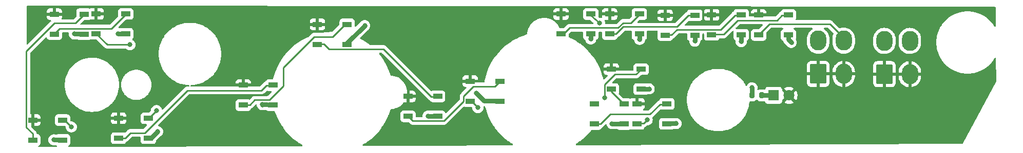
<source format=gbr>
%TF.GenerationSoftware,KiCad,Pcbnew,(6.0.9)*%
%TF.CreationDate,2023-04-01T13:20:15-08:00*%
%TF.ProjectId,HUD VID RCD PANEL,48554420-5649-4442-9052-43442050414e,3*%
%TF.SameCoordinates,Original*%
%TF.FileFunction,Copper,L1,Top*%
%TF.FilePolarity,Positive*%
%FSLAX46Y46*%
G04 Gerber Fmt 4.6, Leading zero omitted, Abs format (unit mm)*
G04 Created by KiCad (PCBNEW (6.0.9)) date 2023-04-01 13:20:15*
%MOMM*%
%LPD*%
G01*
G04 APERTURE LIST*
G04 Aperture macros list*
%AMRoundRect*
0 Rectangle with rounded corners*
0 $1 Rounding radius*
0 $2 $3 $4 $5 $6 $7 $8 $9 X,Y pos of 4 corners*
0 Add a 4 corners polygon primitive as box body*
4,1,4,$2,$3,$4,$5,$6,$7,$8,$9,$2,$3,0*
0 Add four circle primitives for the rounded corners*
1,1,$1+$1,$2,$3*
1,1,$1+$1,$4,$5*
1,1,$1+$1,$6,$7*
1,1,$1+$1,$8,$9*
0 Add four rect primitives between the rounded corners*
20,1,$1+$1,$2,$3,$4,$5,0*
20,1,$1+$1,$4,$5,$6,$7,0*
20,1,$1+$1,$6,$7,$8,$9,0*
20,1,$1+$1,$8,$9,$2,$3,0*%
G04 Aperture macros list end*
%TA.AperFunction,SMDPad,CuDef*%
%ADD10R,1.500000X0.900000*%
%TD*%
%TA.AperFunction,SMDPad,CuDef*%
%ADD11RoundRect,0.200000X0.200000X0.275000X-0.200000X0.275000X-0.200000X-0.275000X0.200000X-0.275000X0*%
%TD*%
%TA.AperFunction,ComponentPad*%
%ADD12RoundRect,0.250001X-1.099999X-1.399999X1.099999X-1.399999X1.099999X1.399999X-1.099999X1.399999X0*%
%TD*%
%TA.AperFunction,ComponentPad*%
%ADD13O,2.700000X3.300000*%
%TD*%
%TA.AperFunction,ComponentPad*%
%ADD14R,1.800000X1.800000*%
%TD*%
%TA.AperFunction,ComponentPad*%
%ADD15C,1.800000*%
%TD*%
%TA.AperFunction,ViaPad*%
%ADD16C,0.800000*%
%TD*%
%TA.AperFunction,Conductor*%
%ADD17C,0.250000*%
%TD*%
%TA.AperFunction,Conductor*%
%ADD18C,0.750000*%
%TD*%
G04 APERTURE END LIST*
D10*
%TO.P,D1,1,VDD*%
%TO.N,/LED+5V*%
X58166000Y-87021200D03*
%TO.P,D1,2,DOUT*%
%TO.N,Net-(D1-Pad2)*%
X58166000Y-90321200D03*
%TO.P,D1,3,VSS*%
%TO.N,/LEDGND*%
X63066000Y-90321200D03*
%TO.P,D1,4,DIN*%
%TO.N,/DATAIN*%
X63066000Y-87021200D03*
%TD*%
%TO.P,D2,1,VDD*%
%TO.N,/LED+5V*%
X61698800Y-69495200D03*
%TO.P,D2,2,DOUT*%
%TO.N,Net-(D2-Pad2)*%
X61698800Y-72795200D03*
%TO.P,D2,3,VSS*%
%TO.N,/LEDGND*%
X66598800Y-72795200D03*
%TO.P,D2,4,DIN*%
%TO.N,Net-(D1-Pad2)*%
X66598800Y-69495200D03*
%TD*%
%TO.P,D3,1,VDD*%
%TO.N,/LED+5V*%
X68607600Y-69444400D03*
%TO.P,D3,2,DOUT*%
%TO.N,Net-(D3-Pad2)*%
X68607600Y-72744400D03*
%TO.P,D3,3,VSS*%
%TO.N,/LEDGND*%
X73507600Y-72744400D03*
%TO.P,D3,4,DIN*%
%TO.N,Net-(D2-Pad2)*%
X73507600Y-69444400D03*
%TD*%
%TO.P,D4,1,VDD*%
%TO.N,/LED+5V*%
X72316000Y-86716400D03*
%TO.P,D4,2,DOUT*%
%TO.N,Net-(D4-Pad2)*%
X72316000Y-90016400D03*
%TO.P,D4,3,VSS*%
%TO.N,/LEDGND*%
X77216000Y-90016400D03*
%TO.P,D4,4,DIN*%
%TO.N,Net-(D3-Pad2)*%
X77216000Y-86716400D03*
%TD*%
%TO.P,D5,1,VDD*%
%TO.N,/LED+5V*%
X92862400Y-81230000D03*
%TO.P,D5,2,DOUT*%
%TO.N,Net-(D5-Pad2)*%
X92862400Y-84530000D03*
%TO.P,D5,3,VSS*%
%TO.N,/LEDGND*%
X97762400Y-84530000D03*
%TO.P,D5,4,DIN*%
%TO.N,Net-(D4-Pad2)*%
X97762400Y-81230000D03*
%TD*%
%TO.P,D6,1,VDD*%
%TO.N,/LED+5V*%
X105105000Y-71171600D03*
%TO.P,D6,2,DOUT*%
%TO.N,Net-(D6-Pad2)*%
X105105000Y-74471600D03*
%TO.P,D6,3,VSS*%
%TO.N,/LEDGND*%
X110005000Y-74471600D03*
%TO.P,D6,4,DIN*%
%TO.N,Net-(D5-Pad2)*%
X110005000Y-71171600D03*
%TD*%
%TO.P,D7,1,VDD*%
%TO.N,/LED+5V*%
X120029000Y-83084400D03*
%TO.P,D7,2,DOUT*%
%TO.N,Net-(D7-Pad2)*%
X120029000Y-86384400D03*
%TO.P,D7,3,VSS*%
%TO.N,/LEDGND*%
X124929000Y-86384400D03*
%TO.P,D7,4,DIN*%
%TO.N,Net-(D6-Pad2)*%
X124929000Y-83084400D03*
%TD*%
%TO.P,D8,1,VDD*%
%TO.N,/LED+5V*%
X130302000Y-80569600D03*
%TO.P,D8,2,DOUT*%
%TO.N,Net-(D8-Pad2)*%
X130302000Y-83869600D03*
%TO.P,D8,3,VSS*%
%TO.N,/LEDGND*%
X135202000Y-83869600D03*
%TO.P,D8,4,DIN*%
%TO.N,Net-(D7-Pad2)*%
X135202000Y-80569600D03*
%TD*%
%TO.P,D9,1,VDD*%
%TO.N,/LED+5V*%
X153596000Y-78588800D03*
%TO.P,D9,2,DOUT*%
%TO.N,Net-(D10-Pad4)*%
X153596000Y-81888800D03*
%TO.P,D9,3,VSS*%
%TO.N,/LEDGND*%
X158496000Y-81888800D03*
%TO.P,D9,4,DIN*%
%TO.N,Net-(D8-Pad2)*%
X158496000Y-78588800D03*
%TD*%
%TO.P,D10,1,VDD*%
%TO.N,/LED+5V*%
X150763000Y-84354400D03*
%TO.P,D10,2,DOUT*%
%TO.N,Net-(D10-Pad2)*%
X150763000Y-87654400D03*
%TO.P,D10,3,VSS*%
%TO.N,/LEDGND*%
X155663000Y-87654400D03*
%TO.P,D10,4,DIN*%
%TO.N,Net-(D10-Pad4)*%
X155663000Y-84354400D03*
%TD*%
%TO.P,D11,1,VDD*%
%TO.N,/LED+5V*%
X157812000Y-84328800D03*
%TO.P,D11,2,DOUT*%
%TO.N,Net-(D11-Pad2)*%
X157812000Y-87628800D03*
%TO.P,D11,3,VSS*%
%TO.N,/LEDGND*%
X162712000Y-87628800D03*
%TO.P,D11,4,DIN*%
%TO.N,Net-(D10-Pad2)*%
X162712000Y-84328800D03*
%TD*%
%TO.P,D12,1,VDD*%
%TO.N,/LED+5V*%
X145276000Y-69470000D03*
%TO.P,D12,2,DOUT*%
%TO.N,Net-(D12-Pad2)*%
X145276000Y-72770000D03*
%TO.P,D12,3,VSS*%
%TO.N,/LEDGND*%
X150176000Y-72770000D03*
%TO.P,D12,4,DIN*%
%TO.N,Net-(D11-Pad2)*%
X150176000Y-69470000D03*
%TD*%
%TO.P,D13,1,VDD*%
%TO.N,/LED+5V*%
X153303000Y-69470000D03*
%TO.P,D13,2,DOUT*%
%TO.N,Net-(D13-Pad2)*%
X153303000Y-72770000D03*
%TO.P,D13,3,VSS*%
%TO.N,/LEDGND*%
X158203000Y-72770000D03*
%TO.P,D13,4,DIN*%
%TO.N,Net-(D12-Pad2)*%
X158203000Y-69470000D03*
%TD*%
%TO.P,D14,1,VDD*%
%TO.N,/LED+5V*%
X162447000Y-69673200D03*
%TO.P,D14,2,DOUT*%
%TO.N,Net-(D14-Pad2)*%
X162447000Y-72973200D03*
%TO.P,D14,3,VSS*%
%TO.N,/LEDGND*%
X167347000Y-72973200D03*
%TO.P,D14,4,DIN*%
%TO.N,Net-(D13-Pad2)*%
X167347000Y-69673200D03*
%TD*%
%TO.P,D15,1,VDD*%
%TO.N,/LED+5V*%
X170129000Y-69596800D03*
%TO.P,D15,2,DOUT*%
%TO.N,Net-(D15-Pad2)*%
X170129000Y-72896800D03*
%TO.P,D15,3,VSS*%
%TO.N,/LEDGND*%
X175029000Y-72896800D03*
%TO.P,D15,4,DIN*%
%TO.N,Net-(D14-Pad2)*%
X175029000Y-69596800D03*
%TD*%
%TO.P,D16,1,VDD*%
%TO.N,/LED+5V*%
X177890000Y-69622400D03*
%TO.P,D16,2,DOUT*%
%TO.N,/DATAOUT*%
X177890000Y-72922400D03*
%TO.P,D16,3,VSS*%
%TO.N,/LEDGND*%
X182790000Y-72922400D03*
%TO.P,D16,4,DIN*%
%TO.N,Net-(D15-Pad2)*%
X182790000Y-69622400D03*
%TD*%
D11*
%TO.P,R1,1*%
%TO.N,Net-(D17-Pad1)*%
X178397000Y-82931000D03*
%TO.P,R1,2*%
%TO.N,/LEDGND*%
X176747000Y-82931000D03*
%TD*%
D12*
%TO.P,J1,1,Pin_1*%
%TO.N,/LED+5V*%
X198619000Y-79414000D03*
D13*
%TO.P,J1,2,Pin_2*%
X202819000Y-79414000D03*
%TO.P,J1,3,Pin_3*%
%TO.N,/LEDGND*%
X198619000Y-73914000D03*
%TO.P,J1,4,Pin_4*%
%TO.N,/DATAIN*%
X202819000Y-73914000D03*
%TD*%
D14*
%TO.P,D17,1,K*%
%TO.N,Net-(D17-Pad1)*%
X180340000Y-82931000D03*
D15*
%TO.P,D17,2,A*%
%TO.N,/LED+5V*%
X182880000Y-82931000D03*
%TD*%
D12*
%TO.P,J2,1,Pin_1*%
%TO.N,/LED+5V*%
X187706000Y-79375000D03*
D13*
%TO.P,J2,2,Pin_2*%
X191906000Y-79375000D03*
%TO.P,J2,3,Pin_3*%
%TO.N,/LEDGND*%
X187706000Y-73875000D03*
%TO.P,J2,4,Pin_4*%
%TO.N,/DATAOUT*%
X191906000Y-73875000D03*
%TD*%
D16*
%TO.N,Net-(D3-Pad2)*%
X74168000Y-74549000D03*
X78562200Y-85420200D03*
%TO.N,Net-(D8-Pad2)*%
X131572000Y-84963000D03*
X152520999Y-83318001D03*
%TO.N,Net-(D11-Pad2)*%
X151638000Y-70993000D03*
X159491550Y-86974550D03*
%TO.N,/LEDGND*%
X159817000Y-81838800D03*
X183261000Y-74168000D03*
X153696000Y-87604400D03*
X167347000Y-73953000D03*
X131318000Y-82550000D03*
X123317000Y-86360000D03*
X150176000Y-73595000D03*
X164262000Y-87578800D03*
X175006000Y-74041000D03*
X96012000Y-84455000D03*
X61620800Y-90271200D03*
X65024000Y-72771000D03*
X176784000Y-81661000D03*
X158242000Y-73660000D03*
X72212600Y-72694400D03*
X112903000Y-71374000D03*
X78740000Y-88900000D03*
%TO.N,/DATAIN*%
X64516000Y-88138000D03*
%TD*%
D17*
%TO.N,Net-(D1-Pad2)*%
X58166000Y-89281000D02*
X58166000Y-90271200D01*
X57090700Y-75614700D02*
X57090700Y-88205700D01*
X57090700Y-88205700D02*
X58166000Y-89281000D01*
X65151000Y-70993000D02*
X61712400Y-70993000D01*
X61712400Y-70993000D02*
X57090700Y-75614700D01*
X66598800Y-69545200D02*
X65151000Y-70993000D01*
%TO.N,Net-(D2-Pad2)*%
X62574601Y-71869399D02*
X71132601Y-71869399D01*
X61698800Y-72745200D02*
X62574601Y-71869399D01*
X71132601Y-71869399D02*
X73507600Y-69494400D01*
%TO.N,Net-(D3-Pad2)*%
X74168000Y-74549000D02*
X70462200Y-74549000D01*
X77216000Y-86766400D02*
X78562200Y-85420200D01*
X70462200Y-74549000D02*
X68607600Y-72694400D01*
%TO.N,Net-(D4-Pad2)*%
X76606700Y-89141100D02*
X83642500Y-82105300D01*
X83642500Y-82105300D02*
X95861800Y-82105300D01*
X72316000Y-89966400D02*
X73391300Y-89966400D01*
X73391300Y-89966400D02*
X74216600Y-89141100D01*
X74216600Y-89141100D02*
X76606700Y-89141100D01*
X95861800Y-82105300D02*
X96687100Y-81280000D01*
X97762400Y-81280000D02*
X96687100Y-81280000D01*
%TO.N,Net-(D5-Pad2)*%
X92862400Y-84480000D02*
X93937700Y-84480000D01*
X99485000Y-81342100D02*
X99485000Y-78311800D01*
X97172400Y-83654700D02*
X99485000Y-81342100D01*
X109626400Y-71221600D02*
X107634100Y-73213900D01*
X110005000Y-71221600D02*
X109626400Y-71221600D01*
X94763000Y-83654700D02*
X97172400Y-83654700D01*
X107634100Y-73213900D02*
X104582900Y-73213900D01*
X99485000Y-78311800D02*
X104582900Y-73213900D01*
X93937700Y-84480000D02*
X94763000Y-83654700D01*
%TO.N,Net-(D6-Pad2)*%
X106180300Y-74421600D02*
X107005600Y-75246900D01*
X124929000Y-83134400D02*
X123853700Y-83134400D01*
X115966200Y-75246900D02*
X123853700Y-83134400D01*
X105105000Y-74421600D02*
X106180300Y-74421600D01*
X107005600Y-75246900D02*
X115966200Y-75246900D01*
%TO.N,Net-(D7-Pad2)*%
X125939001Y-87159401D02*
X129226999Y-83871403D01*
X129226999Y-83059599D02*
X130841997Y-81444601D01*
X120854001Y-87159401D02*
X125939001Y-87159401D01*
X120029000Y-86334400D02*
X120854001Y-87159401D01*
X134376999Y-81444601D02*
X135202000Y-80619600D01*
X129226999Y-83871403D02*
X129226999Y-83059599D01*
X130841997Y-81444601D02*
X134376999Y-81444601D01*
%TO.N,Net-(D8-Pad2)*%
X152520999Y-83318001D02*
X152520999Y-81078799D01*
X154135997Y-79463801D02*
X157670999Y-79463801D01*
X130302000Y-83819600D02*
X130428600Y-83819600D01*
X130428600Y-83819600D02*
X131572000Y-84963000D01*
X152520999Y-81078799D02*
X154135997Y-79463801D01*
X157670999Y-79463801D02*
X158496000Y-78638800D01*
%TO.N,Net-(D10-Pad4)*%
X153596000Y-81838800D02*
X153596000Y-82337400D01*
X153596000Y-82337400D02*
X155663000Y-84404400D01*
%TO.N,Net-(D10-Pad2)*%
X162712000Y-84378800D02*
X161636700Y-84378800D01*
X159967800Y-86047700D02*
X161636700Y-84378800D01*
X150763000Y-87604400D02*
X151838300Y-87604400D01*
X151838300Y-87604400D02*
X153395000Y-86047700D01*
X153395000Y-86047700D02*
X159967800Y-86047700D01*
%TO.N,Net-(D11-Pad2)*%
X159491550Y-86974550D02*
X158887300Y-87578800D01*
X151638000Y-70993000D02*
X151638000Y-71120000D01*
X150176000Y-69658000D02*
X151638000Y-70993000D01*
X150176000Y-69520000D02*
X150176000Y-69658000D01*
X158887300Y-87578800D02*
X157812000Y-87578800D01*
%TO.N,Net-(D12-Pad2)*%
X154706890Y-71755000D02*
X155526390Y-70935500D01*
X146685000Y-71755000D02*
X154706890Y-71755000D01*
X145720000Y-72720000D02*
X146685000Y-71755000D01*
X145276000Y-72720000D02*
X145720000Y-72720000D01*
X156787500Y-70935500D02*
X158203000Y-69520000D01*
X155526390Y-70935500D02*
X156787500Y-70935500D01*
%TO.N,Net-(D13-Pad2)*%
X154378300Y-72720000D02*
X155527300Y-71571000D01*
X167347000Y-69723200D02*
X166271700Y-69723200D01*
X153303000Y-72720000D02*
X154378300Y-72720000D01*
X164423900Y-71571000D02*
X166271700Y-69723200D01*
X155527300Y-71571000D02*
X164423900Y-71571000D01*
%TO.N,Net-(D14-Pad2)*%
X164424100Y-72021400D02*
X171579100Y-72021400D01*
X175029000Y-69646800D02*
X173953700Y-69646800D01*
X163522300Y-72923200D02*
X164424100Y-72021400D01*
X162447000Y-72923200D02*
X163522300Y-72923200D01*
X171579100Y-72021400D02*
X173953700Y-69646800D01*
%TO.N,Net-(D15-Pad2)*%
X172100100Y-72846800D02*
X174449200Y-70497700D01*
X170129000Y-72846800D02*
X172100100Y-72846800D01*
X174449200Y-70497700D02*
X180889400Y-70497700D01*
X181714700Y-69672400D02*
X182790000Y-69672400D01*
X180889400Y-70497700D02*
X181714700Y-69672400D01*
D18*
%TO.N,/LEDGND*%
X131318000Y-82550000D02*
X131318000Y-82550000D01*
X112903000Y-71374000D02*
X112903000Y-71374000D01*
X176784000Y-82296000D02*
X176784000Y-81661000D01*
X77216000Y-89966400D02*
X77673600Y-89966400D01*
X175006000Y-74041000D02*
X175029000Y-74018000D01*
X96012000Y-84455000D02*
X96037000Y-84480000D01*
X66598800Y-72745200D02*
X65024000Y-72771000D01*
X123317000Y-86360000D02*
X123343000Y-86334400D01*
X158496000Y-81838800D02*
X159817000Y-81838800D01*
X132587600Y-83819600D02*
X131318000Y-82550000D01*
X110005000Y-74272000D02*
X112903000Y-71374000D01*
X73507600Y-72694400D02*
X72212600Y-72694400D01*
D17*
X176784500Y-82296500D02*
X176784500Y-82931000D01*
D18*
X155663000Y-87604400D02*
X153696000Y-87604400D01*
X162712000Y-87578800D02*
X164262000Y-87578800D01*
X158242000Y-73660000D02*
X158203000Y-73621000D01*
X110005000Y-74421600D02*
X110005000Y-74272000D01*
X65024000Y-72771000D02*
X65049800Y-72745200D01*
X175029000Y-72846800D02*
X175006000Y-74041000D01*
X176784000Y-82931000D02*
X176784000Y-82296000D01*
D17*
X176784000Y-82296000D02*
X176784500Y-82296500D01*
D18*
X77673600Y-89966400D02*
X78740000Y-88900000D01*
X182790000Y-73697000D02*
X183261000Y-74168000D01*
X182790000Y-72872400D02*
X182790000Y-73697000D01*
X150176000Y-72720000D02*
X150176000Y-73595000D01*
X158203000Y-72720000D02*
X158242000Y-73660000D01*
X63066000Y-90271200D02*
X61620800Y-90271200D01*
X135202000Y-83819600D02*
X132587600Y-83819600D01*
X97762400Y-84480000D02*
X96012000Y-84455000D01*
X167347000Y-72923200D02*
X167347000Y-73953000D01*
X124929000Y-86334400D02*
X123317000Y-86360000D01*
D17*
%TO.N,/DATAIN*%
X63066000Y-87071200D02*
X63449200Y-87071200D01*
X63449200Y-87071200D02*
X64516000Y-88138000D01*
%TO.N,/DATAOUT*%
X179642400Y-71120000D02*
X177890000Y-72872400D01*
X189611000Y-71120000D02*
X179642400Y-71120000D01*
X191906000Y-73415000D02*
X189611000Y-71120000D01*
X191906000Y-73875000D02*
X191906000Y-73415000D01*
D18*
%TO.N,Net-(D17-Pad1)*%
X178359500Y-82931000D02*
X180340000Y-82931000D01*
X178359000Y-82931000D02*
X178359500Y-82931000D01*
%TD*%
%TA.AperFunction,Conductor*%
%TO.N,/LED+5V*%
G36*
X216845430Y-68274905D02*
G01*
X216913525Y-68294993D01*
X216959950Y-68348708D01*
X216971266Y-68399913D01*
X216995279Y-71449616D01*
X216975814Y-71517892D01*
X216922526Y-71564806D01*
X216852334Y-71575463D01*
X216787523Y-71546479D01*
X216763018Y-71518310D01*
X216567176Y-71210900D01*
X216565512Y-71208732D01*
X216565504Y-71208720D01*
X216295059Y-70856271D01*
X216293377Y-70854079D01*
X216291519Y-70852051D01*
X216291512Y-70852043D01*
X215991373Y-70524498D01*
X215989522Y-70522478D01*
X215937594Y-70474895D01*
X215659957Y-70220488D01*
X215659949Y-70220481D01*
X215657921Y-70218623D01*
X215632151Y-70198849D01*
X215303280Y-69946496D01*
X215303268Y-69946488D01*
X215301100Y-69944824D01*
X215297506Y-69942534D01*
X215081316Y-69804806D01*
X214921773Y-69703166D01*
X214522828Y-69495489D01*
X214107301Y-69323371D01*
X213820613Y-69232979D01*
X213680977Y-69188952D01*
X213680970Y-69188950D01*
X213678353Y-69188125D01*
X213448565Y-69137182D01*
X213241949Y-69091376D01*
X213241946Y-69091375D01*
X213239251Y-69090778D01*
X213236521Y-69090419D01*
X213236512Y-69090417D01*
X212976772Y-69056222D01*
X212793335Y-69032072D01*
X212524544Y-69020337D01*
X212460952Y-69017560D01*
X212460947Y-69017560D01*
X212459575Y-69017500D01*
X212228425Y-69017500D01*
X212227053Y-69017560D01*
X212227048Y-69017560D01*
X212163456Y-69020337D01*
X211894665Y-69032072D01*
X211711228Y-69056222D01*
X211451488Y-69090417D01*
X211451479Y-69090419D01*
X211448749Y-69090778D01*
X211446054Y-69091375D01*
X211446051Y-69091376D01*
X211239435Y-69137182D01*
X211009647Y-69188125D01*
X211007030Y-69188950D01*
X211007023Y-69188952D01*
X210867387Y-69232979D01*
X210580699Y-69323371D01*
X210165172Y-69495489D01*
X209766227Y-69703166D01*
X209606684Y-69804806D01*
X209390495Y-69942534D01*
X209386900Y-69944824D01*
X209384732Y-69946488D01*
X209384720Y-69946496D01*
X209055849Y-70198849D01*
X209030079Y-70218623D01*
X209028051Y-70220481D01*
X209028043Y-70220488D01*
X208750406Y-70474895D01*
X208698478Y-70522478D01*
X208696627Y-70524498D01*
X208396488Y-70852043D01*
X208396481Y-70852051D01*
X208394623Y-70854079D01*
X208392941Y-70856271D01*
X208122496Y-71208720D01*
X208122488Y-71208732D01*
X208120824Y-71210900D01*
X208119351Y-71213212D01*
X208119349Y-71213215D01*
X208070732Y-71289528D01*
X207879166Y-71590227D01*
X207671489Y-71989172D01*
X207670437Y-71991713D01*
X207670436Y-71991714D01*
X207668584Y-71996185D01*
X207499371Y-72404699D01*
X207423009Y-72646890D01*
X207366719Y-72825421D01*
X207364125Y-72833647D01*
X207363530Y-72836331D01*
X207269133Y-73262128D01*
X207266778Y-73272749D01*
X207266419Y-73275479D01*
X207266417Y-73275488D01*
X207240117Y-73475262D01*
X207208072Y-73718665D01*
X207188454Y-74168000D01*
X207208072Y-74617335D01*
X207228641Y-74773569D01*
X207266371Y-75060158D01*
X207266778Y-75063251D01*
X207267375Y-75065946D01*
X207267376Y-75065949D01*
X207296068Y-75195368D01*
X207364125Y-75502353D01*
X207364950Y-75504970D01*
X207364952Y-75504977D01*
X207405670Y-75634117D01*
X207499371Y-75931301D01*
X207671489Y-76346828D01*
X207879166Y-76745773D01*
X208012997Y-76955846D01*
X208116114Y-77117706D01*
X208120824Y-77125100D01*
X208122488Y-77127268D01*
X208122496Y-77127280D01*
X208363010Y-77440722D01*
X208394623Y-77481921D01*
X208396481Y-77483949D01*
X208396488Y-77483957D01*
X208693366Y-77807943D01*
X208698478Y-77813522D01*
X208700498Y-77815373D01*
X209028043Y-78115512D01*
X209028051Y-78115519D01*
X209030079Y-78117377D01*
X209032271Y-78119059D01*
X209384720Y-78389504D01*
X209384732Y-78389512D01*
X209386900Y-78391176D01*
X209766227Y-78632834D01*
X210165172Y-78840511D01*
X210580699Y-79012629D01*
X210816366Y-79086934D01*
X211007023Y-79147048D01*
X211007030Y-79147050D01*
X211009647Y-79147875D01*
X211012332Y-79148470D01*
X211012331Y-79148470D01*
X211446051Y-79244624D01*
X211446054Y-79244625D01*
X211448749Y-79245222D01*
X211451479Y-79245581D01*
X211451488Y-79245583D01*
X211671707Y-79274575D01*
X211894665Y-79303928D01*
X212163456Y-79315663D01*
X212227048Y-79318440D01*
X212227053Y-79318440D01*
X212228425Y-79318500D01*
X212459575Y-79318500D01*
X212460947Y-79318440D01*
X212460952Y-79318440D01*
X212524544Y-79315663D01*
X212793335Y-79303928D01*
X213016293Y-79274575D01*
X213236512Y-79245583D01*
X213236521Y-79245581D01*
X213239251Y-79245222D01*
X213241946Y-79244625D01*
X213241949Y-79244624D01*
X213675669Y-79148470D01*
X213675668Y-79148470D01*
X213678353Y-79147875D01*
X213680970Y-79147050D01*
X213680977Y-79147048D01*
X213871634Y-79086934D01*
X214107301Y-79012629D01*
X214522828Y-78840511D01*
X214921773Y-78632834D01*
X215301100Y-78391176D01*
X215303268Y-78389512D01*
X215303280Y-78389504D01*
X215655729Y-78119059D01*
X215657921Y-78117377D01*
X215659949Y-78115519D01*
X215659957Y-78115512D01*
X215987502Y-77815373D01*
X215989522Y-77813522D01*
X215994634Y-77807943D01*
X216291512Y-77483957D01*
X216291519Y-77483949D01*
X216293377Y-77481921D01*
X216324990Y-77440722D01*
X216565504Y-77127280D01*
X216565512Y-77127268D01*
X216567176Y-77125100D01*
X216568651Y-77122785D01*
X216805288Y-76751340D01*
X216858759Y-76704635D01*
X216928992Y-76694252D01*
X216993689Y-76723489D01*
X217032309Y-76783063D01*
X217037551Y-76818045D01*
X217066254Y-80463368D01*
X217066646Y-80513210D01*
X217051841Y-80573468D01*
X212171585Y-89729348D01*
X211565655Y-90866137D01*
X211515962Y-90916843D01*
X211454918Y-90932869D01*
X147824293Y-91161905D01*
X147756100Y-91142148D01*
X147709415Y-91088660D01*
X147699058Y-91018423D01*
X147728318Y-90953737D01*
X147759695Y-90927456D01*
X147855235Y-90870954D01*
X147926561Y-90822481D01*
X148373471Y-90518761D01*
X148373475Y-90518758D01*
X148375107Y-90517649D01*
X148383529Y-90511117D01*
X148870205Y-90133612D01*
X148871769Y-90132399D01*
X149343261Y-89716723D01*
X149787723Y-89272261D01*
X150203399Y-88800769D01*
X150311292Y-88661674D01*
X150368849Y-88620107D01*
X150410852Y-88612900D01*
X151561134Y-88612900D01*
X151623316Y-88606145D01*
X151759705Y-88555015D01*
X151876261Y-88467661D01*
X151963615Y-88351105D01*
X151993366Y-88271745D01*
X152036008Y-88214981D01*
X152076195Y-88194979D01*
X152091893Y-88190418D01*
X152098712Y-88186385D01*
X152098717Y-88186383D01*
X152109328Y-88180107D01*
X152127076Y-88171412D01*
X152145917Y-88163952D01*
X152152585Y-88159108D01*
X152181687Y-88137964D01*
X152191607Y-88131448D01*
X152222835Y-88112980D01*
X152222838Y-88112978D01*
X152229662Y-88108942D01*
X152243983Y-88094621D01*
X152259017Y-88081780D01*
X152268994Y-88074531D01*
X152275407Y-88069872D01*
X152303598Y-88035795D01*
X152311588Y-88027016D01*
X152593752Y-87744852D01*
X152656064Y-87710826D01*
X152726879Y-87715891D01*
X152783715Y-87758438D01*
X152802680Y-87795011D01*
X152861473Y-87975956D01*
X152864776Y-87981678D01*
X152864777Y-87981679D01*
X152879272Y-88006785D01*
X152956960Y-88141344D01*
X152961378Y-88146251D01*
X152961379Y-88146252D01*
X152991862Y-88180107D01*
X153084747Y-88283266D01*
X153239248Y-88395518D01*
X153245276Y-88398202D01*
X153245278Y-88398203D01*
X153407681Y-88470509D01*
X153413712Y-88473194D01*
X153495850Y-88490653D01*
X153594056Y-88511528D01*
X153594061Y-88511528D01*
X153600513Y-88512900D01*
X153791487Y-88512900D01*
X153797939Y-88511528D01*
X153797944Y-88511528D01*
X153896150Y-88490653D01*
X153922347Y-88487900D01*
X154534768Y-88487900D01*
X154602889Y-88507902D01*
X154610333Y-88513074D01*
X154659108Y-88549629D01*
X154659110Y-88549630D01*
X154666295Y-88555015D01*
X154802684Y-88606145D01*
X154864866Y-88612900D01*
X156461134Y-88612900D01*
X156523316Y-88606145D01*
X156659705Y-88555015D01*
X156678287Y-88541089D01*
X156681326Y-88538811D01*
X156747833Y-88513963D01*
X156813871Y-88528347D01*
X156815295Y-88529415D01*
X156951684Y-88580545D01*
X157013866Y-88587300D01*
X158610134Y-88587300D01*
X158672316Y-88580545D01*
X158808705Y-88529415D01*
X158925261Y-88442061D01*
X159012615Y-88325505D01*
X159042366Y-88246145D01*
X159085008Y-88189381D01*
X159125195Y-88169379D01*
X159140893Y-88164818D01*
X159147712Y-88160785D01*
X159147717Y-88160783D01*
X159158328Y-88154507D01*
X159176076Y-88145812D01*
X159194917Y-88138352D01*
X159210633Y-88126934D01*
X161453500Y-88126934D01*
X161460255Y-88189116D01*
X161511385Y-88325505D01*
X161598739Y-88442061D01*
X161715295Y-88529415D01*
X161851684Y-88580545D01*
X161913866Y-88587300D01*
X163510134Y-88587300D01*
X163572316Y-88580545D01*
X163708705Y-88529415D01*
X163715890Y-88524030D01*
X163715892Y-88524029D01*
X163764667Y-88487474D01*
X163831174Y-88462626D01*
X163840232Y-88462300D01*
X164035653Y-88462300D01*
X164061850Y-88465053D01*
X164160056Y-88485928D01*
X164160061Y-88485928D01*
X164166513Y-88487300D01*
X164357487Y-88487300D01*
X164363939Y-88485928D01*
X164363944Y-88485928D01*
X164473568Y-88462626D01*
X164544288Y-88447594D01*
X164550319Y-88444909D01*
X164712722Y-88372603D01*
X164712724Y-88372602D01*
X164718752Y-88369918D01*
X164873253Y-88257666D01*
X164928314Y-88196515D01*
X164996621Y-88120652D01*
X164996622Y-88120651D01*
X165001040Y-88115744D01*
X165068037Y-87999702D01*
X165093223Y-87956079D01*
X165093224Y-87956078D01*
X165096527Y-87950356D01*
X165155542Y-87768728D01*
X165156292Y-87761597D01*
X165174814Y-87585365D01*
X165175504Y-87578800D01*
X165155542Y-87388872D01*
X165096527Y-87207244D01*
X165088070Y-87192595D01*
X165018846Y-87072697D01*
X165001040Y-87041856D01*
X164969585Y-87006921D01*
X164877675Y-86904845D01*
X164877674Y-86904844D01*
X164873253Y-86899934D01*
X164757094Y-86815539D01*
X164724094Y-86791563D01*
X164724093Y-86791562D01*
X164718752Y-86787682D01*
X164712724Y-86784998D01*
X164712722Y-86784997D01*
X164550319Y-86712691D01*
X164550318Y-86712691D01*
X164544288Y-86710006D01*
X164426184Y-86684902D01*
X164363944Y-86671672D01*
X164363939Y-86671672D01*
X164357487Y-86670300D01*
X164166513Y-86670300D01*
X164160061Y-86671672D01*
X164160056Y-86671672D01*
X164061850Y-86692547D01*
X164035653Y-86695300D01*
X163643826Y-86695300D01*
X163599596Y-86687282D01*
X163572316Y-86677055D01*
X163510134Y-86670300D01*
X161913866Y-86670300D01*
X161851684Y-86677055D01*
X161715295Y-86728185D01*
X161598739Y-86815539D01*
X161511385Y-86932095D01*
X161460255Y-87068484D01*
X161453500Y-87130666D01*
X161453500Y-88126934D01*
X159210633Y-88126934D01*
X159230687Y-88112364D01*
X159240607Y-88105848D01*
X159271835Y-88087380D01*
X159271838Y-88087378D01*
X159278662Y-88083342D01*
X159292983Y-88069021D01*
X159308017Y-88056180D01*
X159317994Y-88048931D01*
X159324407Y-88044272D01*
X159352598Y-88010195D01*
X159360588Y-88001416D01*
X159442049Y-87919955D01*
X159504361Y-87885929D01*
X159531144Y-87883050D01*
X159587037Y-87883050D01*
X159593489Y-87881678D01*
X159593494Y-87881678D01*
X159680438Y-87863197D01*
X159773838Y-87843344D01*
X159781704Y-87839842D01*
X159942272Y-87768353D01*
X159942274Y-87768352D01*
X159948302Y-87765668D01*
X159953906Y-87761597D01*
X160043361Y-87696603D01*
X160102803Y-87653416D01*
X160132741Y-87620167D01*
X160226171Y-87516402D01*
X160226172Y-87516401D01*
X160230590Y-87511494D01*
X160326077Y-87346106D01*
X160385092Y-87164478D01*
X160393100Y-87088291D01*
X160404364Y-86981115D01*
X160405054Y-86974550D01*
X160389096Y-86822719D01*
X160385782Y-86791185D01*
X160385782Y-86791183D01*
X160385092Y-86784622D01*
X160352691Y-86684902D01*
X160345810Y-86663725D01*
X160343782Y-86592758D01*
X160380445Y-86531960D01*
X160391577Y-86522857D01*
X160404907Y-86513172D01*
X160433098Y-86479095D01*
X160441088Y-86470316D01*
X161633707Y-85277698D01*
X161696019Y-85243672D01*
X161767031Y-85248811D01*
X161844282Y-85277771D01*
X161844288Y-85277773D01*
X161851684Y-85280545D01*
X161913866Y-85287300D01*
X163510134Y-85287300D01*
X163572316Y-85280545D01*
X163708705Y-85229415D01*
X163825261Y-85142061D01*
X163912615Y-85025505D01*
X163963745Y-84889116D01*
X163970500Y-84826934D01*
X163970500Y-83830666D01*
X163963745Y-83768484D01*
X163935447Y-83693000D01*
X166040454Y-83693000D01*
X166060072Y-84142335D01*
X166079276Y-84288200D01*
X166114281Y-84554091D01*
X166118778Y-84588251D01*
X166119375Y-84590946D01*
X166119376Y-84590949D01*
X166159119Y-84770215D01*
X166216125Y-85027353D01*
X166216950Y-85029970D01*
X166216952Y-85029977D01*
X166259787Y-85165831D01*
X166351371Y-85456301D01*
X166523489Y-85871828D01*
X166731166Y-86270773D01*
X166972824Y-86650100D01*
X166974488Y-86652268D01*
X166974496Y-86652280D01*
X167240088Y-86998404D01*
X167246623Y-87006921D01*
X167248481Y-87008949D01*
X167248488Y-87008957D01*
X167545758Y-87333371D01*
X167550478Y-87338522D01*
X167552498Y-87340373D01*
X167880043Y-87640512D01*
X167880051Y-87640519D01*
X167882079Y-87642377D01*
X167884271Y-87644059D01*
X168236720Y-87914504D01*
X168236732Y-87914512D01*
X168238900Y-87916176D01*
X168241212Y-87917649D01*
X168241215Y-87917651D01*
X168329348Y-87973798D01*
X168618227Y-88157834D01*
X169017172Y-88365511D01*
X169019713Y-88366563D01*
X169019714Y-88366564D01*
X169027811Y-88369918D01*
X169432699Y-88537629D01*
X169694287Y-88620107D01*
X169859023Y-88672048D01*
X169859030Y-88672050D01*
X169861647Y-88672875D01*
X169864332Y-88673470D01*
X169864331Y-88673470D01*
X170298051Y-88769624D01*
X170298054Y-88769625D01*
X170300749Y-88770222D01*
X170303479Y-88770581D01*
X170303488Y-88770583D01*
X170520897Y-88799205D01*
X170746665Y-88828928D01*
X171015456Y-88840663D01*
X171079048Y-88843440D01*
X171079053Y-88843440D01*
X171080425Y-88843500D01*
X171311575Y-88843500D01*
X171312947Y-88843440D01*
X171312952Y-88843440D01*
X171376544Y-88840663D01*
X171645335Y-88828928D01*
X171871103Y-88799205D01*
X172088512Y-88770583D01*
X172088521Y-88770581D01*
X172091251Y-88770222D01*
X172093946Y-88769625D01*
X172093949Y-88769624D01*
X172527669Y-88673470D01*
X172527668Y-88673470D01*
X172530353Y-88672875D01*
X172532970Y-88672050D01*
X172532977Y-88672048D01*
X172697713Y-88620107D01*
X172959301Y-88537629D01*
X173364189Y-88369918D01*
X173372286Y-88366564D01*
X173372287Y-88366563D01*
X173374828Y-88365511D01*
X173773773Y-88157834D01*
X174062652Y-87973798D01*
X174150785Y-87917651D01*
X174150788Y-87917649D01*
X174153100Y-87916176D01*
X174155268Y-87914512D01*
X174155280Y-87914504D01*
X174507729Y-87644059D01*
X174509921Y-87642377D01*
X174511949Y-87640519D01*
X174511957Y-87640512D01*
X174839502Y-87340373D01*
X174841522Y-87338522D01*
X174846242Y-87333371D01*
X175143512Y-87008957D01*
X175143519Y-87008949D01*
X175145377Y-87006921D01*
X175151912Y-86998404D01*
X175417504Y-86652280D01*
X175417512Y-86652268D01*
X175419176Y-86650100D01*
X175660834Y-86270773D01*
X175868511Y-85871828D01*
X176040629Y-85456301D01*
X176132213Y-85165831D01*
X176175048Y-85029977D01*
X176175050Y-85029970D01*
X176175875Y-85027353D01*
X176232881Y-84770215D01*
X176272624Y-84590949D01*
X176272625Y-84590946D01*
X176273222Y-84588251D01*
X176277720Y-84554091D01*
X176312724Y-84288200D01*
X176331928Y-84142335D01*
X176333752Y-84100572D01*
X176334877Y-84074800D01*
X176336702Y-84032981D01*
X176359656Y-83965798D01*
X176415288Y-83921690D01*
X176474112Y-83913007D01*
X176490365Y-83914500D01*
X176493263Y-83914500D01*
X176747665Y-83914499D01*
X177003634Y-83914499D01*
X177006492Y-83914236D01*
X177006501Y-83914236D01*
X177042004Y-83910974D01*
X177077062Y-83907753D01*
X177097271Y-83901420D01*
X177233450Y-83858744D01*
X177233452Y-83858743D01*
X177240699Y-83856472D01*
X177387381Y-83767639D01*
X177482905Y-83672115D01*
X177545217Y-83638089D01*
X177616032Y-83643154D01*
X177661095Y-83672115D01*
X177756619Y-83767639D01*
X177903301Y-83856472D01*
X177910548Y-83858743D01*
X177910550Y-83858744D01*
X177975615Y-83879134D01*
X178066938Y-83907753D01*
X178140365Y-83914500D01*
X178143263Y-83914500D01*
X178397665Y-83914499D01*
X178653634Y-83914499D01*
X178656492Y-83914236D01*
X178656501Y-83914236D01*
X178692004Y-83910974D01*
X178727062Y-83907753D01*
X178747271Y-83901420D01*
X178790994Y-83887718D01*
X178861979Y-83886434D01*
X178922390Y-83923731D01*
X178946655Y-83963723D01*
X178976011Y-84042029D01*
X178989385Y-84077705D01*
X179076739Y-84194261D01*
X179193295Y-84281615D01*
X179329684Y-84332745D01*
X179391866Y-84339500D01*
X181288134Y-84339500D01*
X181350316Y-84332745D01*
X181486705Y-84281615D01*
X181603261Y-84194261D01*
X181679597Y-84092406D01*
X182083423Y-84092406D01*
X182088704Y-84099461D01*
X182265080Y-84202527D01*
X182274363Y-84206974D01*
X182481003Y-84285883D01*
X182490901Y-84288759D01*
X182707653Y-84332857D01*
X182717883Y-84334076D01*
X182938914Y-84342182D01*
X182949223Y-84341714D01*
X183168623Y-84313608D01*
X183178688Y-84311468D01*
X183390557Y-84247905D01*
X183400152Y-84244144D01*
X183598778Y-84146838D01*
X183607636Y-84141559D01*
X183665097Y-84100572D01*
X183673497Y-84089874D01*
X183666510Y-84076721D01*
X182892811Y-83303021D01*
X182878868Y-83295408D01*
X182877034Y-83295539D01*
X182870420Y-83299790D01*
X182090180Y-84080031D01*
X182083423Y-84092406D01*
X181679597Y-84092406D01*
X181690615Y-84077705D01*
X181741745Y-83941316D01*
X181748500Y-83879134D01*
X181748500Y-83755480D01*
X181768502Y-83687359D01*
X181785405Y-83666384D01*
X182507979Y-82943811D01*
X182514356Y-82932132D01*
X183244408Y-82932132D01*
X183244539Y-82933966D01*
X183248790Y-82940580D01*
X184026307Y-83718096D01*
X184038313Y-83724652D01*
X184050052Y-83715684D01*
X184088010Y-83662859D01*
X184093321Y-83654020D01*
X184191318Y-83455737D01*
X184195117Y-83446142D01*
X184259415Y-83234517D01*
X184261594Y-83224436D01*
X184290702Y-83003338D01*
X184291221Y-82996663D01*
X184292744Y-82934364D01*
X184292550Y-82927646D01*
X184274279Y-82705400D01*
X184272596Y-82695238D01*
X184218710Y-82480708D01*
X184215389Y-82470953D01*
X184127193Y-82268118D01*
X184122315Y-82259020D01*
X184049224Y-82146038D01*
X184038538Y-82136835D01*
X184028973Y-82141238D01*
X183252021Y-82918189D01*
X183244408Y-82932132D01*
X182514356Y-82932132D01*
X182515592Y-82929868D01*
X182515461Y-82928034D01*
X182511210Y-82921420D01*
X181785405Y-82195616D01*
X181751380Y-82133303D01*
X181748500Y-82106520D01*
X181748500Y-81982866D01*
X181741745Y-81920684D01*
X181690615Y-81784295D01*
X181681184Y-81771711D01*
X182085508Y-81771711D01*
X182092251Y-81784040D01*
X182867189Y-82558979D01*
X182881132Y-82566592D01*
X182882966Y-82566461D01*
X182889580Y-82562210D01*
X183668994Y-81782795D01*
X183676011Y-81769944D01*
X183668237Y-81759274D01*
X183665902Y-81757430D01*
X183657320Y-81751729D01*
X183463678Y-81644833D01*
X183454272Y-81640606D01*
X183245772Y-81566772D01*
X183235809Y-81564140D01*
X183018047Y-81525350D01*
X183007796Y-81524381D01*
X182786616Y-81521679D01*
X182776332Y-81522399D01*
X182557693Y-81555855D01*
X182547666Y-81558244D01*
X182337426Y-81626961D01*
X182327916Y-81630958D01*
X182131725Y-81733089D01*
X182123007Y-81738578D01*
X182093961Y-81760386D01*
X182085508Y-81771711D01*
X181681184Y-81771711D01*
X181603261Y-81667739D01*
X181486705Y-81580385D01*
X181350316Y-81529255D01*
X181288134Y-81522500D01*
X179391866Y-81522500D01*
X179329684Y-81529255D01*
X179193295Y-81580385D01*
X179076739Y-81667739D01*
X178989385Y-81784295D01*
X178986233Y-81792703D01*
X178986232Y-81792705D01*
X178946655Y-81898277D01*
X178904014Y-81955042D01*
X178837452Y-81979742D01*
X178790994Y-81974282D01*
X178771927Y-81968307D01*
X178727062Y-81954247D01*
X178653635Y-81947500D01*
X178650737Y-81947500D01*
X178396335Y-81947501D01*
X178140366Y-81947501D01*
X178137508Y-81947764D01*
X178137499Y-81947764D01*
X178101996Y-81951026D01*
X178066938Y-81954247D01*
X178060560Y-81956246D01*
X178060559Y-81956246D01*
X177910550Y-82003256D01*
X177910548Y-82003257D01*
X177903301Y-82005528D01*
X177896805Y-82009462D01*
X177896803Y-82009463D01*
X177858771Y-82032496D01*
X177790141Y-82050675D01*
X177722578Y-82028864D01*
X177677532Y-81973988D01*
X177667500Y-81924720D01*
X177667500Y-81901790D01*
X177673667Y-81862854D01*
X177675502Y-81857206D01*
X177677542Y-81850928D01*
X177683662Y-81792705D01*
X177696814Y-81667565D01*
X177697504Y-81661000D01*
X177694789Y-81635169D01*
X177678232Y-81477635D01*
X177678232Y-81477633D01*
X177677542Y-81471072D01*
X177618527Y-81289444D01*
X177598184Y-81254208D01*
X177572041Y-81208928D01*
X177523040Y-81124056D01*
X177515091Y-81115227D01*
X177399675Y-80987045D01*
X177399674Y-80987044D01*
X177395253Y-80982134D01*
X177276008Y-80895497D01*
X177246094Y-80873763D01*
X177246093Y-80873762D01*
X177240752Y-80869882D01*
X177234724Y-80867198D01*
X177234722Y-80867197D01*
X177133423Y-80822096D01*
X185848000Y-80822096D01*
X185848337Y-80828611D01*
X185858256Y-80924203D01*
X185861150Y-80937602D01*
X185912588Y-81091783D01*
X185918762Y-81104962D01*
X186004063Y-81242807D01*
X186013099Y-81254208D01*
X186127830Y-81368739D01*
X186139241Y-81377751D01*
X186277245Y-81462818D01*
X186290423Y-81468962D01*
X186444716Y-81520139D01*
X186458081Y-81523005D01*
X186552439Y-81532672D01*
X186558855Y-81533000D01*
X187433885Y-81533000D01*
X187449124Y-81528525D01*
X187450329Y-81527135D01*
X187452000Y-81519452D01*
X187452000Y-81514885D01*
X187960000Y-81514885D01*
X187964475Y-81530124D01*
X187965865Y-81531329D01*
X187973548Y-81533000D01*
X188853096Y-81533000D01*
X188859611Y-81532663D01*
X188955203Y-81522744D01*
X188968602Y-81519850D01*
X189122783Y-81468412D01*
X189135962Y-81462238D01*
X189273807Y-81376937D01*
X189285208Y-81367901D01*
X189399739Y-81253170D01*
X189408751Y-81241759D01*
X189493818Y-81103755D01*
X189499962Y-81090577D01*
X189551139Y-80936284D01*
X189554005Y-80922919D01*
X189563672Y-80828561D01*
X189564000Y-80822145D01*
X189564000Y-79741206D01*
X190048000Y-79741206D01*
X190048165Y-79745777D01*
X190062213Y-79939380D01*
X190063527Y-79948389D01*
X190119689Y-80202769D01*
X190122292Y-80211499D01*
X190214586Y-80455107D01*
X190218421Y-80463368D01*
X190344915Y-80691101D01*
X190349905Y-80698726D01*
X190507946Y-80905809D01*
X190513986Y-80912636D01*
X190700264Y-81094735D01*
X190707226Y-81100618D01*
X190917843Y-81253922D01*
X190925573Y-81258733D01*
X191156122Y-81380031D01*
X191164472Y-81383678D01*
X191410099Y-81470419D01*
X191418894Y-81472825D01*
X191634225Y-81515267D01*
X191647137Y-81514088D01*
X191651939Y-81499174D01*
X192160000Y-81499174D01*
X192164251Y-81513651D01*
X192176512Y-81515714D01*
X192212133Y-81512315D01*
X192221125Y-81510795D01*
X192474158Y-81448878D01*
X192482827Y-81446078D01*
X192724282Y-81348278D01*
X192732455Y-81344256D01*
X192957253Y-81212632D01*
X192964765Y-81207469D01*
X193168213Y-81044769D01*
X193174896Y-81038580D01*
X193340692Y-80861096D01*
X196761000Y-80861096D01*
X196761337Y-80867611D01*
X196771256Y-80963203D01*
X196774150Y-80976602D01*
X196825588Y-81130783D01*
X196831762Y-81143962D01*
X196917063Y-81281807D01*
X196926099Y-81293208D01*
X197040830Y-81407739D01*
X197052241Y-81416751D01*
X197190245Y-81501818D01*
X197203423Y-81507962D01*
X197357716Y-81559139D01*
X197371081Y-81562005D01*
X197465439Y-81571672D01*
X197471855Y-81572000D01*
X198346885Y-81572000D01*
X198362124Y-81567525D01*
X198363329Y-81566135D01*
X198365000Y-81558452D01*
X198365000Y-81553885D01*
X198873000Y-81553885D01*
X198877475Y-81569124D01*
X198878865Y-81570329D01*
X198886548Y-81572000D01*
X199766096Y-81572000D01*
X199772611Y-81571663D01*
X199868203Y-81561744D01*
X199881602Y-81558850D01*
X200035783Y-81507412D01*
X200048962Y-81501238D01*
X200186807Y-81415937D01*
X200198208Y-81406901D01*
X200312739Y-81292170D01*
X200321751Y-81280759D01*
X200406818Y-81142755D01*
X200412962Y-81129577D01*
X200464139Y-80975284D01*
X200467005Y-80961919D01*
X200476672Y-80867561D01*
X200477000Y-80861145D01*
X200477000Y-79780206D01*
X200961000Y-79780206D01*
X200961165Y-79784777D01*
X200975213Y-79978380D01*
X200976527Y-79987389D01*
X201032689Y-80241769D01*
X201035292Y-80250499D01*
X201127586Y-80494107D01*
X201131421Y-80502368D01*
X201257915Y-80730101D01*
X201262905Y-80737726D01*
X201420946Y-80944809D01*
X201426986Y-80951636D01*
X201613264Y-81133735D01*
X201620226Y-81139618D01*
X201830843Y-81292922D01*
X201838573Y-81297733D01*
X202069122Y-81419031D01*
X202077472Y-81422678D01*
X202323099Y-81509419D01*
X202331894Y-81511825D01*
X202547225Y-81554267D01*
X202560137Y-81553088D01*
X202564939Y-81538174D01*
X203073000Y-81538174D01*
X203077251Y-81552651D01*
X203089512Y-81554714D01*
X203125133Y-81551315D01*
X203134125Y-81549795D01*
X203387158Y-81487878D01*
X203395827Y-81485078D01*
X203637282Y-81387278D01*
X203645455Y-81383256D01*
X203870253Y-81251632D01*
X203877765Y-81246469D01*
X204081213Y-81083769D01*
X204087896Y-81077580D01*
X204265733Y-80887206D01*
X204271443Y-80880129D01*
X204419934Y-80666082D01*
X204424571Y-80658241D01*
X204540604Y-80425003D01*
X204544060Y-80416578D01*
X204625212Y-80169026D01*
X204627412Y-80160201D01*
X204672103Y-79902811D01*
X204672950Y-79895193D01*
X204676922Y-79815408D01*
X204677000Y-79812267D01*
X204677000Y-79686115D01*
X204672525Y-79670876D01*
X204671135Y-79669671D01*
X204663452Y-79668000D01*
X203091115Y-79668000D01*
X203075876Y-79672475D01*
X203074671Y-79673865D01*
X203073000Y-79681548D01*
X203073000Y-81538174D01*
X202564939Y-81538174D01*
X202565000Y-81537985D01*
X202565000Y-79686115D01*
X202560525Y-79670876D01*
X202559135Y-79669671D01*
X202551452Y-79668000D01*
X200979115Y-79668000D01*
X200963876Y-79672475D01*
X200962671Y-79673865D01*
X200961000Y-79681548D01*
X200961000Y-79780206D01*
X200477000Y-79780206D01*
X200477000Y-79686115D01*
X200472525Y-79670876D01*
X200471135Y-79669671D01*
X200463452Y-79668000D01*
X198891115Y-79668000D01*
X198875876Y-79672475D01*
X198874671Y-79673865D01*
X198873000Y-79681548D01*
X198873000Y-81553885D01*
X198365000Y-81553885D01*
X198365000Y-79686115D01*
X198360525Y-79670876D01*
X198359135Y-79669671D01*
X198351452Y-79668000D01*
X196779115Y-79668000D01*
X196763876Y-79672475D01*
X196762671Y-79673865D01*
X196761000Y-79681548D01*
X196761000Y-80861096D01*
X193340692Y-80861096D01*
X193352733Y-80848206D01*
X193358443Y-80841129D01*
X193506934Y-80627082D01*
X193511571Y-80619241D01*
X193627604Y-80386003D01*
X193631060Y-80377578D01*
X193712212Y-80130026D01*
X193714412Y-80121201D01*
X193759103Y-79863811D01*
X193759950Y-79856193D01*
X193763922Y-79776408D01*
X193764000Y-79773267D01*
X193764000Y-79647115D01*
X193759525Y-79631876D01*
X193758135Y-79630671D01*
X193750452Y-79629000D01*
X192178115Y-79629000D01*
X192162876Y-79633475D01*
X192161671Y-79634865D01*
X192160000Y-79642548D01*
X192160000Y-81499174D01*
X191651939Y-81499174D01*
X191652000Y-81498985D01*
X191652000Y-79647115D01*
X191647525Y-79631876D01*
X191646135Y-79630671D01*
X191638452Y-79629000D01*
X190066115Y-79629000D01*
X190050876Y-79633475D01*
X190049671Y-79634865D01*
X190048000Y-79642548D01*
X190048000Y-79741206D01*
X189564000Y-79741206D01*
X189564000Y-79647115D01*
X189559525Y-79631876D01*
X189558135Y-79630671D01*
X189550452Y-79629000D01*
X187978115Y-79629000D01*
X187962876Y-79633475D01*
X187961671Y-79634865D01*
X187960000Y-79642548D01*
X187960000Y-81514885D01*
X187452000Y-81514885D01*
X187452000Y-79647115D01*
X187447525Y-79631876D01*
X187446135Y-79630671D01*
X187438452Y-79629000D01*
X185866115Y-79629000D01*
X185850876Y-79633475D01*
X185849671Y-79634865D01*
X185848000Y-79642548D01*
X185848000Y-80822096D01*
X177133423Y-80822096D01*
X177072319Y-80794891D01*
X177072318Y-80794891D01*
X177066288Y-80792206D01*
X176968508Y-80771422D01*
X176885944Y-80753872D01*
X176885939Y-80753872D01*
X176879487Y-80752500D01*
X176688513Y-80752500D01*
X176682061Y-80753872D01*
X176682056Y-80753872D01*
X176599492Y-80771422D01*
X176501712Y-80792206D01*
X176495682Y-80794891D01*
X176495681Y-80794891D01*
X176333278Y-80867197D01*
X176333276Y-80867198D01*
X176327248Y-80869882D01*
X176321907Y-80873762D01*
X176321906Y-80873763D01*
X176291992Y-80895497D01*
X176172747Y-80982134D01*
X176168326Y-80987044D01*
X176168325Y-80987045D01*
X176052910Y-81115227D01*
X176044960Y-81124056D01*
X175995959Y-81208928D01*
X175960214Y-81270840D01*
X175908831Y-81319833D01*
X175839118Y-81333269D01*
X175773207Y-81306883D01*
X175739332Y-81266020D01*
X175684107Y-81159934D01*
X175660834Y-81115227D01*
X175483678Y-80837148D01*
X175420651Y-80738215D01*
X175420649Y-80738212D01*
X175419176Y-80735900D01*
X175417512Y-80733732D01*
X175417504Y-80733720D01*
X175147059Y-80381271D01*
X175145377Y-80379079D01*
X175143519Y-80377051D01*
X175143512Y-80377043D01*
X174843373Y-80049498D01*
X174841522Y-80047478D01*
X174775946Y-79987389D01*
X174511957Y-79745488D01*
X174511949Y-79745481D01*
X174509921Y-79743623D01*
X174479621Y-79720373D01*
X174155280Y-79471496D01*
X174155268Y-79471488D01*
X174153100Y-79469824D01*
X174145899Y-79465236D01*
X173915569Y-79318500D01*
X173773773Y-79228166D01*
X173608028Y-79141885D01*
X196761000Y-79141885D01*
X196765475Y-79157124D01*
X196766865Y-79158329D01*
X196774548Y-79160000D01*
X198346885Y-79160000D01*
X198362124Y-79155525D01*
X198363329Y-79154135D01*
X198365000Y-79146452D01*
X198365000Y-79141885D01*
X198873000Y-79141885D01*
X198877475Y-79157124D01*
X198878865Y-79158329D01*
X198886548Y-79160000D01*
X200458885Y-79160000D01*
X200474124Y-79155525D01*
X200475329Y-79154135D01*
X200477000Y-79146452D01*
X200477000Y-79141885D01*
X200961000Y-79141885D01*
X200965475Y-79157124D01*
X200966865Y-79158329D01*
X200974548Y-79160000D01*
X202546885Y-79160000D01*
X202562124Y-79155525D01*
X202563329Y-79154135D01*
X202565000Y-79146452D01*
X202565000Y-79141885D01*
X203073000Y-79141885D01*
X203077475Y-79157124D01*
X203078865Y-79158329D01*
X203086548Y-79160000D01*
X204658885Y-79160000D01*
X204674124Y-79155525D01*
X204675329Y-79154135D01*
X204677000Y-79146452D01*
X204677000Y-79047794D01*
X204676835Y-79043223D01*
X204662787Y-78849620D01*
X204661473Y-78840611D01*
X204605311Y-78586231D01*
X204602708Y-78577501D01*
X204510414Y-78333893D01*
X204506579Y-78325632D01*
X204380085Y-78097899D01*
X204375095Y-78090274D01*
X204217054Y-77883191D01*
X204211014Y-77876364D01*
X204024736Y-77694265D01*
X204017774Y-77688382D01*
X203807157Y-77535078D01*
X203799427Y-77530267D01*
X203568878Y-77408969D01*
X203560528Y-77405322D01*
X203314901Y-77318581D01*
X203306106Y-77316175D01*
X203090775Y-77273733D01*
X203077863Y-77274912D01*
X203073000Y-77290015D01*
X203073000Y-79141885D01*
X202565000Y-79141885D01*
X202565000Y-77289826D01*
X202560749Y-77275349D01*
X202548488Y-77273286D01*
X202512867Y-77276685D01*
X202503875Y-77278205D01*
X202250842Y-77340122D01*
X202242173Y-77342922D01*
X202000718Y-77440722D01*
X201992545Y-77444744D01*
X201767747Y-77576368D01*
X201760235Y-77581531D01*
X201556787Y-77744231D01*
X201550104Y-77750420D01*
X201372267Y-77940794D01*
X201366557Y-77947871D01*
X201218066Y-78161918D01*
X201213429Y-78169759D01*
X201097396Y-78402997D01*
X201093940Y-78411422D01*
X201012788Y-78658974D01*
X201010588Y-78667799D01*
X200965897Y-78925189D01*
X200965050Y-78932807D01*
X200961078Y-79012592D01*
X200961000Y-79015733D01*
X200961000Y-79141885D01*
X200477000Y-79141885D01*
X200477000Y-77966904D01*
X200476663Y-77960389D01*
X200466744Y-77864797D01*
X200463850Y-77851398D01*
X200412412Y-77697217D01*
X200406238Y-77684038D01*
X200320937Y-77546193D01*
X200311901Y-77534792D01*
X200197170Y-77420261D01*
X200185759Y-77411249D01*
X200047755Y-77326182D01*
X200034577Y-77320038D01*
X199880284Y-77268861D01*
X199866919Y-77265995D01*
X199772561Y-77256328D01*
X199766144Y-77256000D01*
X198891115Y-77256000D01*
X198875876Y-77260475D01*
X198874671Y-77261865D01*
X198873000Y-77269548D01*
X198873000Y-79141885D01*
X198365000Y-79141885D01*
X198365000Y-77274115D01*
X198360525Y-77258876D01*
X198359135Y-77257671D01*
X198351452Y-77256000D01*
X197471904Y-77256000D01*
X197465389Y-77256337D01*
X197369797Y-77266256D01*
X197356398Y-77269150D01*
X197202217Y-77320588D01*
X197189038Y-77326762D01*
X197051193Y-77412063D01*
X197039792Y-77421099D01*
X196925261Y-77535830D01*
X196916249Y-77547241D01*
X196831182Y-77685245D01*
X196825038Y-77698423D01*
X196773861Y-77852716D01*
X196770995Y-77866081D01*
X196761328Y-77960439D01*
X196761000Y-77966856D01*
X196761000Y-79141885D01*
X173608028Y-79141885D01*
X173533110Y-79102885D01*
X185848000Y-79102885D01*
X185852475Y-79118124D01*
X185853865Y-79119329D01*
X185861548Y-79121000D01*
X187433885Y-79121000D01*
X187449124Y-79116525D01*
X187450329Y-79115135D01*
X187452000Y-79107452D01*
X187452000Y-79102885D01*
X187960000Y-79102885D01*
X187964475Y-79118124D01*
X187965865Y-79119329D01*
X187973548Y-79121000D01*
X189545885Y-79121000D01*
X189561124Y-79116525D01*
X189562329Y-79115135D01*
X189564000Y-79107452D01*
X189564000Y-79102885D01*
X190048000Y-79102885D01*
X190052475Y-79118124D01*
X190053865Y-79119329D01*
X190061548Y-79121000D01*
X191633885Y-79121000D01*
X191649124Y-79116525D01*
X191650329Y-79115135D01*
X191652000Y-79107452D01*
X191652000Y-79102885D01*
X192160000Y-79102885D01*
X192164475Y-79118124D01*
X192165865Y-79119329D01*
X192173548Y-79121000D01*
X193745885Y-79121000D01*
X193761124Y-79116525D01*
X193762329Y-79115135D01*
X193764000Y-79107452D01*
X193764000Y-79008794D01*
X193763835Y-79004223D01*
X193749787Y-78810620D01*
X193748473Y-78801611D01*
X193692311Y-78547231D01*
X193689708Y-78538501D01*
X193597414Y-78294893D01*
X193593579Y-78286632D01*
X193467085Y-78058899D01*
X193462095Y-78051274D01*
X193304054Y-77844191D01*
X193298014Y-77837364D01*
X193111736Y-77655265D01*
X193104774Y-77649382D01*
X192894157Y-77496078D01*
X192886427Y-77491267D01*
X192655878Y-77369969D01*
X192647528Y-77366322D01*
X192401901Y-77279581D01*
X192393106Y-77277175D01*
X192177775Y-77234733D01*
X192164863Y-77235912D01*
X192160000Y-77251015D01*
X192160000Y-79102885D01*
X191652000Y-79102885D01*
X191652000Y-77250826D01*
X191647749Y-77236349D01*
X191635488Y-77234286D01*
X191599867Y-77237685D01*
X191590875Y-77239205D01*
X191337842Y-77301122D01*
X191329173Y-77303922D01*
X191087718Y-77401722D01*
X191079545Y-77405744D01*
X190854747Y-77537368D01*
X190847235Y-77542531D01*
X190643787Y-77705231D01*
X190637104Y-77711420D01*
X190459267Y-77901794D01*
X190453557Y-77908871D01*
X190305066Y-78122918D01*
X190300429Y-78130759D01*
X190184396Y-78363997D01*
X190180940Y-78372422D01*
X190099788Y-78619974D01*
X190097588Y-78628799D01*
X190052897Y-78886189D01*
X190052050Y-78893807D01*
X190048078Y-78973592D01*
X190048000Y-78976733D01*
X190048000Y-79102885D01*
X189564000Y-79102885D01*
X189564000Y-77927904D01*
X189563663Y-77921389D01*
X189553744Y-77825797D01*
X189550850Y-77812398D01*
X189499412Y-77658217D01*
X189493238Y-77645038D01*
X189407937Y-77507193D01*
X189398901Y-77495792D01*
X189284170Y-77381261D01*
X189272759Y-77372249D01*
X189134755Y-77287182D01*
X189121577Y-77281038D01*
X188967284Y-77229861D01*
X188953919Y-77226995D01*
X188859561Y-77217328D01*
X188853144Y-77217000D01*
X187978115Y-77217000D01*
X187962876Y-77221475D01*
X187961671Y-77222865D01*
X187960000Y-77230548D01*
X187960000Y-79102885D01*
X187452000Y-79102885D01*
X187452000Y-77235115D01*
X187447525Y-77219876D01*
X187446135Y-77218671D01*
X187438452Y-77217000D01*
X186558904Y-77217000D01*
X186552389Y-77217337D01*
X186456797Y-77227256D01*
X186443398Y-77230150D01*
X186289217Y-77281588D01*
X186276038Y-77287762D01*
X186138193Y-77373063D01*
X186126792Y-77382099D01*
X186012261Y-77496830D01*
X186003249Y-77508241D01*
X185918182Y-77646245D01*
X185912038Y-77659423D01*
X185860861Y-77813716D01*
X185857995Y-77827081D01*
X185848328Y-77921439D01*
X185848000Y-77927856D01*
X185848000Y-79102885D01*
X173533110Y-79102885D01*
X173374828Y-79020489D01*
X172959301Y-78848371D01*
X172685938Y-78762180D01*
X172532977Y-78713952D01*
X172532970Y-78713950D01*
X172530353Y-78713125D01*
X172268810Y-78655142D01*
X172093949Y-78616376D01*
X172093946Y-78616375D01*
X172091251Y-78615778D01*
X172088521Y-78615419D01*
X172088512Y-78615417D01*
X171866819Y-78586231D01*
X171645335Y-78557072D01*
X171376544Y-78545337D01*
X171312952Y-78542560D01*
X171312947Y-78542560D01*
X171311575Y-78542500D01*
X171080425Y-78542500D01*
X171079053Y-78542560D01*
X171079048Y-78542560D01*
X171015456Y-78545337D01*
X170746665Y-78557072D01*
X170525181Y-78586231D01*
X170303488Y-78615417D01*
X170303479Y-78615419D01*
X170300749Y-78615778D01*
X170298054Y-78616375D01*
X170298051Y-78616376D01*
X170123190Y-78655142D01*
X169861647Y-78713125D01*
X169859030Y-78713950D01*
X169859023Y-78713952D01*
X169706062Y-78762180D01*
X169432699Y-78848371D01*
X169017172Y-79020489D01*
X168618227Y-79228166D01*
X168476431Y-79318500D01*
X168246102Y-79465236D01*
X168238900Y-79469824D01*
X168236732Y-79471488D01*
X168236720Y-79471496D01*
X167912379Y-79720373D01*
X167882079Y-79743623D01*
X167880051Y-79745481D01*
X167880043Y-79745488D01*
X167616054Y-79987389D01*
X167550478Y-80047478D01*
X167548627Y-80049498D01*
X167248488Y-80377043D01*
X167248481Y-80377051D01*
X167246623Y-80379079D01*
X167244941Y-80381271D01*
X166974496Y-80733720D01*
X166974488Y-80733732D01*
X166972824Y-80735900D01*
X166971351Y-80738212D01*
X166971349Y-80738215D01*
X166908322Y-80837148D01*
X166731166Y-81115227D01*
X166523489Y-81514172D01*
X166522437Y-81516713D01*
X166522436Y-81516714D01*
X166518080Y-81527231D01*
X166351371Y-81929699D01*
X166283528Y-82144871D01*
X166224391Y-82332432D01*
X166216125Y-82358647D01*
X166215530Y-82361331D01*
X166120626Y-82789415D01*
X166118778Y-82797749D01*
X166118419Y-82800479D01*
X166118417Y-82800488D01*
X166099544Y-82943844D01*
X166060072Y-83243665D01*
X166040454Y-83693000D01*
X163935447Y-83693000D01*
X163912615Y-83632095D01*
X163825261Y-83515539D01*
X163708705Y-83428185D01*
X163572316Y-83377055D01*
X163510134Y-83370300D01*
X161913866Y-83370300D01*
X161851684Y-83377055D01*
X161715295Y-83428185D01*
X161598739Y-83515539D01*
X161511385Y-83632095D01*
X161484455Y-83703930D01*
X161481634Y-83711455D01*
X161438992Y-83768219D01*
X161398805Y-83788221D01*
X161383107Y-83792782D01*
X161376288Y-83796815D01*
X161376283Y-83796817D01*
X161365672Y-83803093D01*
X161347924Y-83811788D01*
X161329083Y-83819248D01*
X161322667Y-83823910D01*
X161322666Y-83823910D01*
X161293313Y-83845236D01*
X161283393Y-83851752D01*
X161252165Y-83870220D01*
X161252162Y-83870222D01*
X161245338Y-83874258D01*
X161231017Y-83888579D01*
X161215984Y-83901419D01*
X161199593Y-83913328D01*
X161190987Y-83923731D01*
X161171402Y-83947405D01*
X161163412Y-83956184D01*
X159742300Y-85377295D01*
X159679988Y-85411321D01*
X159653205Y-85414200D01*
X158939531Y-85414200D01*
X158871410Y-85394198D01*
X158824917Y-85340542D01*
X158814813Y-85270268D01*
X158844307Y-85205688D01*
X158863966Y-85187373D01*
X158917728Y-85147081D01*
X158930285Y-85134524D01*
X159006786Y-85032449D01*
X159015324Y-85016854D01*
X159060478Y-84896406D01*
X159064105Y-84881151D01*
X159069631Y-84830286D01*
X159070000Y-84823472D01*
X159070000Y-84600915D01*
X159065525Y-84585676D01*
X159064135Y-84584471D01*
X159056452Y-84582800D01*
X157684000Y-84582800D01*
X157615879Y-84562798D01*
X157569386Y-84509142D01*
X157558000Y-84456800D01*
X157558000Y-84056685D01*
X158066000Y-84056685D01*
X158070475Y-84071924D01*
X158071865Y-84073129D01*
X158079548Y-84074800D01*
X159051884Y-84074800D01*
X159067123Y-84070325D01*
X159068328Y-84068935D01*
X159069999Y-84061252D01*
X159069999Y-83834131D01*
X159069629Y-83827310D01*
X159064105Y-83776448D01*
X159060479Y-83761196D01*
X159015324Y-83640746D01*
X159006786Y-83625151D01*
X158930285Y-83523076D01*
X158917724Y-83510515D01*
X158815649Y-83434014D01*
X158800054Y-83425476D01*
X158679606Y-83380322D01*
X158664351Y-83376695D01*
X158613486Y-83371169D01*
X158606672Y-83370800D01*
X158084115Y-83370800D01*
X158068876Y-83375275D01*
X158067671Y-83376665D01*
X158066000Y-83384348D01*
X158066000Y-84056685D01*
X157558000Y-84056685D01*
X157558000Y-83388916D01*
X157553525Y-83373677D01*
X157552135Y-83372472D01*
X157544452Y-83370801D01*
X157017331Y-83370801D01*
X157010510Y-83371171D01*
X156959648Y-83376695D01*
X156944396Y-83380321D01*
X156823946Y-83425476D01*
X156808352Y-83434014D01*
X156794156Y-83444653D01*
X156727650Y-83469501D01*
X156661427Y-83455076D01*
X156659705Y-83453785D01*
X156651304Y-83450636D01*
X156651301Y-83450634D01*
X156570586Y-83420376D01*
X156523316Y-83402655D01*
X156461134Y-83395900D01*
X155602595Y-83395900D01*
X155534474Y-83375898D01*
X155513500Y-83358995D01*
X154838544Y-82684039D01*
X154804518Y-82621727D01*
X154809657Y-82550716D01*
X154847745Y-82449116D01*
X154854500Y-82386934D01*
X157237500Y-82386934D01*
X157244255Y-82449116D01*
X157295385Y-82585505D01*
X157382739Y-82702061D01*
X157499295Y-82789415D01*
X157635684Y-82840545D01*
X157697866Y-82847300D01*
X159294134Y-82847300D01*
X159356316Y-82840545D01*
X159492705Y-82789415D01*
X159499890Y-82784030D01*
X159499892Y-82784029D01*
X159519876Y-82769051D01*
X159541247Y-82753035D01*
X159607752Y-82728186D01*
X159643010Y-82730614D01*
X159715049Y-82745927D01*
X159715058Y-82745928D01*
X159721513Y-82747300D01*
X159912487Y-82747300D01*
X159918939Y-82745928D01*
X159918944Y-82745928D01*
X160005887Y-82727447D01*
X160099288Y-82707594D01*
X160105319Y-82704909D01*
X160267722Y-82632603D01*
X160267724Y-82632602D01*
X160273752Y-82629918D01*
X160287277Y-82620092D01*
X160338769Y-82582680D01*
X160428253Y-82517666D01*
X160483314Y-82456515D01*
X160551621Y-82380652D01*
X160551622Y-82380651D01*
X160556040Y-82375744D01*
X160651527Y-82210356D01*
X160710542Y-82028728D01*
X160712981Y-82005528D01*
X160729814Y-81845365D01*
X160730504Y-81838800D01*
X160723030Y-81767692D01*
X160711232Y-81655435D01*
X160711232Y-81655433D01*
X160710542Y-81648872D01*
X160651527Y-81467244D01*
X160643623Y-81453553D01*
X160605709Y-81387885D01*
X160556040Y-81301856D01*
X160516241Y-81257654D01*
X160432675Y-81164845D01*
X160432674Y-81164844D01*
X160428253Y-81159934D01*
X160305970Y-81071090D01*
X160279094Y-81051563D01*
X160279093Y-81051562D01*
X160273752Y-81047682D01*
X160267724Y-81044998D01*
X160267722Y-81044997D01*
X160105319Y-80972691D01*
X160105318Y-80972691D01*
X160099288Y-80970006D01*
X159992381Y-80947282D01*
X159918944Y-80931672D01*
X159918939Y-80931672D01*
X159912487Y-80930300D01*
X159721513Y-80930300D01*
X159715061Y-80931672D01*
X159715056Y-80931672D01*
X159616850Y-80952547D01*
X159590653Y-80955300D01*
X159427826Y-80955300D01*
X159383596Y-80947282D01*
X159356316Y-80937055D01*
X159294134Y-80930300D01*
X157697866Y-80930300D01*
X157635684Y-80937055D01*
X157499295Y-80988185D01*
X157382739Y-81075539D01*
X157295385Y-81192095D01*
X157244255Y-81328484D01*
X157237500Y-81390666D01*
X157237500Y-82386934D01*
X154854500Y-82386934D01*
X154854500Y-81390666D01*
X154847745Y-81328484D01*
X154796615Y-81192095D01*
X154709261Y-81075539D01*
X154592705Y-80988185D01*
X154456316Y-80937055D01*
X154394134Y-80930300D01*
X153869593Y-80930300D01*
X153801472Y-80910298D01*
X153754979Y-80856642D01*
X153744875Y-80786368D01*
X153774369Y-80721788D01*
X153780498Y-80715204D01*
X153982493Y-80513210D01*
X154361498Y-80134205D01*
X154423810Y-80100180D01*
X154450593Y-80097301D01*
X157592232Y-80097301D01*
X157603415Y-80097828D01*
X157610908Y-80099503D01*
X157618834Y-80099254D01*
X157618835Y-80099254D01*
X157678985Y-80097363D01*
X157682944Y-80097301D01*
X157710855Y-80097301D01*
X157714790Y-80096804D01*
X157714855Y-80096796D01*
X157726692Y-80095863D01*
X157758950Y-80094849D01*
X157762969Y-80094723D01*
X157770888Y-80094474D01*
X157790342Y-80088822D01*
X157809699Y-80084814D01*
X157821929Y-80083269D01*
X157821930Y-80083269D01*
X157829796Y-80082275D01*
X157837167Y-80079356D01*
X157837169Y-80079356D01*
X157870911Y-80065997D01*
X157882141Y-80062152D01*
X157916982Y-80052030D01*
X157916983Y-80052030D01*
X157924592Y-80049819D01*
X157931411Y-80045786D01*
X157931416Y-80045784D01*
X157942027Y-80039508D01*
X157959775Y-80030813D01*
X157978616Y-80023353D01*
X158014386Y-79997365D01*
X158024306Y-79990849D01*
X158055534Y-79972381D01*
X158055537Y-79972379D01*
X158062361Y-79968343D01*
X158076682Y-79954022D01*
X158091716Y-79941181D01*
X158097904Y-79936685D01*
X158108106Y-79929273D01*
X158136297Y-79895196D01*
X158144287Y-79886417D01*
X158446499Y-79584205D01*
X158508811Y-79550179D01*
X158535594Y-79547300D01*
X159294134Y-79547300D01*
X159356316Y-79540545D01*
X159492705Y-79489415D01*
X159609261Y-79402061D01*
X159696615Y-79285505D01*
X159747745Y-79149116D01*
X159754500Y-79086934D01*
X159754500Y-78090666D01*
X159747745Y-78028484D01*
X159696615Y-77892095D01*
X159609261Y-77775539D01*
X159492705Y-77688185D01*
X159356316Y-77637055D01*
X159294134Y-77630300D01*
X157697866Y-77630300D01*
X157635684Y-77637055D01*
X157499295Y-77688185D01*
X157382739Y-77775539D01*
X157295385Y-77892095D01*
X157244255Y-78028484D01*
X157237500Y-78090666D01*
X157237500Y-78704301D01*
X157217498Y-78772422D01*
X157163842Y-78818915D01*
X157111500Y-78830301D01*
X154214764Y-78830301D01*
X154203581Y-78829774D01*
X154196088Y-78828099D01*
X154188162Y-78828348D01*
X154188161Y-78828348D01*
X154128011Y-78830239D01*
X154124052Y-78830301D01*
X154096141Y-78830301D01*
X154092207Y-78830798D01*
X154092206Y-78830798D01*
X154092141Y-78830806D01*
X154080304Y-78831739D01*
X154048046Y-78832753D01*
X154044027Y-78832879D01*
X154036108Y-78833128D01*
X154028497Y-78835339D01*
X154028498Y-78835339D01*
X154020037Y-78837797D01*
X153984885Y-78842800D01*
X152356116Y-78842800D01*
X152340877Y-78847275D01*
X152339672Y-78848665D01*
X152338001Y-78856348D01*
X152338001Y-79083469D01*
X152338371Y-79090290D01*
X152343895Y-79141152D01*
X152347521Y-79156404D01*
X152392676Y-79276854D01*
X152401214Y-79292449D01*
X152477715Y-79394524D01*
X152490276Y-79407085D01*
X152592351Y-79483586D01*
X152607946Y-79492124D01*
X152728394Y-79537278D01*
X152743649Y-79540905D01*
X152794514Y-79546431D01*
X152801328Y-79546800D01*
X152852903Y-79546800D01*
X152921024Y-79566802D01*
X152967517Y-79620458D01*
X152977621Y-79690732D01*
X152948127Y-79755312D01*
X152942005Y-79761888D01*
X152453945Y-80249948D01*
X152391633Y-80283973D01*
X152320817Y-80278908D01*
X152263982Y-80236361D01*
X152241884Y-80188338D01*
X152238453Y-80172986D01*
X152210850Y-80049498D01*
X152185627Y-79936655D01*
X152185624Y-79936644D01*
X152185195Y-79934724D01*
X152172384Y-79890628D01*
X152010382Y-79333014D01*
X152010378Y-79333001D01*
X152009831Y-79331119D01*
X152009168Y-79329278D01*
X152009163Y-79329262D01*
X151797582Y-78741574D01*
X151797581Y-78741572D01*
X151796913Y-78739716D01*
X151787727Y-78718487D01*
X151613851Y-78316685D01*
X152338000Y-78316685D01*
X152342475Y-78331924D01*
X152343865Y-78333129D01*
X152351548Y-78334800D01*
X153323885Y-78334800D01*
X153339124Y-78330325D01*
X153340329Y-78328935D01*
X153342000Y-78321252D01*
X153342000Y-78316685D01*
X153850000Y-78316685D01*
X153854475Y-78331924D01*
X153855865Y-78333129D01*
X153863548Y-78334800D01*
X154835884Y-78334800D01*
X154851123Y-78330325D01*
X154852328Y-78328935D01*
X154853999Y-78321252D01*
X154853999Y-78094131D01*
X154853629Y-78087310D01*
X154848105Y-78036448D01*
X154844479Y-78021196D01*
X154799324Y-77900746D01*
X154790786Y-77885151D01*
X154714285Y-77783076D01*
X154701724Y-77770515D01*
X154599649Y-77694014D01*
X154584054Y-77685476D01*
X154463606Y-77640322D01*
X154448351Y-77636695D01*
X154397486Y-77631169D01*
X154390672Y-77630800D01*
X153868115Y-77630800D01*
X153852876Y-77635275D01*
X153851671Y-77636665D01*
X153850000Y-77644348D01*
X153850000Y-78316685D01*
X153342000Y-78316685D01*
X153342000Y-77648916D01*
X153337525Y-77633677D01*
X153336135Y-77632472D01*
X153328452Y-77630801D01*
X152801331Y-77630801D01*
X152794510Y-77631171D01*
X152743648Y-77636695D01*
X152728396Y-77640321D01*
X152607946Y-77685476D01*
X152592351Y-77694014D01*
X152490276Y-77770515D01*
X152477715Y-77783076D01*
X152401214Y-77885151D01*
X152392676Y-77900746D01*
X152347522Y-78021194D01*
X152343895Y-78036449D01*
X152338369Y-78087314D01*
X152338000Y-78094128D01*
X152338000Y-78316685D01*
X151613851Y-78316685D01*
X151548063Y-78164657D01*
X151548062Y-78164656D01*
X151547281Y-78162850D01*
X151261919Y-77602796D01*
X151033760Y-77217000D01*
X150942966Y-77063476D01*
X150942964Y-77063473D01*
X150941954Y-77061765D01*
X150938937Y-77057325D01*
X150589761Y-76543529D01*
X150589758Y-76543525D01*
X150588649Y-76541893D01*
X150573479Y-76522335D01*
X150233181Y-76083626D01*
X150203399Y-76045231D01*
X149787723Y-75573739D01*
X149343261Y-75129277D01*
X148871769Y-74713601D01*
X148633517Y-74528794D01*
X148376670Y-74329563D01*
X148376662Y-74329557D01*
X148375107Y-74328351D01*
X148351529Y-74312327D01*
X147856870Y-73976157D01*
X147856867Y-73976155D01*
X147855235Y-73975046D01*
X147815484Y-73951537D01*
X147315927Y-73656100D01*
X147314204Y-73655081D01*
X146960501Y-73474860D01*
X146755909Y-73370615D01*
X146755902Y-73370612D01*
X146754150Y-73369719D01*
X146703174Y-73347660D01*
X146610460Y-73307539D01*
X146555885Y-73262128D01*
X146534500Y-73191902D01*
X146534500Y-72853595D01*
X146554502Y-72785474D01*
X146571405Y-72764499D01*
X146910501Y-72425404D01*
X146972813Y-72391379D01*
X146999596Y-72388500D01*
X148791500Y-72388500D01*
X148859621Y-72408502D01*
X148906114Y-72462158D01*
X148917500Y-72514500D01*
X148917500Y-73268134D01*
X148924255Y-73330316D01*
X148975385Y-73466705D01*
X149062739Y-73583261D01*
X149179295Y-73670615D01*
X149201244Y-73678843D01*
X149258007Y-73721483D01*
X149277933Y-73772423D01*
X149280394Y-73771900D01*
X149281768Y-73778365D01*
X149282458Y-73784928D01*
X149284498Y-73791205D01*
X149284498Y-73791207D01*
X149313522Y-73880531D01*
X149341473Y-73966556D01*
X149436960Y-74131944D01*
X149441378Y-74136851D01*
X149441379Y-74136852D01*
X149520176Y-74224365D01*
X149564747Y-74273866D01*
X149659556Y-74342749D01*
X149698300Y-74370898D01*
X149719248Y-74386118D01*
X149725276Y-74388802D01*
X149725278Y-74388803D01*
X149887681Y-74461109D01*
X149893712Y-74463794D01*
X149987113Y-74483647D01*
X150074056Y-74502128D01*
X150074061Y-74502128D01*
X150080513Y-74503500D01*
X150271487Y-74503500D01*
X150277939Y-74502128D01*
X150277944Y-74502128D01*
X150364887Y-74483647D01*
X150458288Y-74463794D01*
X150464319Y-74461109D01*
X150626722Y-74388803D01*
X150626724Y-74388802D01*
X150632752Y-74386118D01*
X150653701Y-74370898D01*
X150692444Y-74342749D01*
X150787253Y-74273866D01*
X150831824Y-74224365D01*
X150910621Y-74136852D01*
X150910622Y-74136851D01*
X150915040Y-74131944D01*
X151010527Y-73966556D01*
X151038478Y-73880531D01*
X151067502Y-73791207D01*
X151067502Y-73791205D01*
X151069542Y-73784928D01*
X151070232Y-73778365D01*
X151071606Y-73771900D01*
X151074277Y-73772468D01*
X151096695Y-73717990D01*
X151150756Y-73678843D01*
X151172705Y-73670615D01*
X151289261Y-73583261D01*
X151376615Y-73466705D01*
X151427745Y-73330316D01*
X151434500Y-73268134D01*
X151434500Y-72514500D01*
X151454502Y-72446379D01*
X151508158Y-72399886D01*
X151560500Y-72388500D01*
X151918500Y-72388500D01*
X151986621Y-72408502D01*
X152033114Y-72462158D01*
X152044500Y-72514500D01*
X152044500Y-73268134D01*
X152051255Y-73330316D01*
X152102385Y-73466705D01*
X152189739Y-73583261D01*
X152306295Y-73670615D01*
X152442684Y-73721745D01*
X152504866Y-73728500D01*
X154101134Y-73728500D01*
X154163316Y-73721745D01*
X154299705Y-73670615D01*
X154416261Y-73583261D01*
X154503615Y-73466705D01*
X154533366Y-73387345D01*
X154576008Y-73330581D01*
X154616195Y-73310579D01*
X154631893Y-73306018D01*
X154638712Y-73301985D01*
X154638717Y-73301983D01*
X154649328Y-73295707D01*
X154667076Y-73287012D01*
X154685917Y-73279552D01*
X154709900Y-73262128D01*
X154721687Y-73253564D01*
X154731607Y-73247048D01*
X154762835Y-73228580D01*
X154762838Y-73228578D01*
X154769662Y-73224542D01*
X154783983Y-73210221D01*
X154799017Y-73197380D01*
X154808994Y-73190131D01*
X154815407Y-73185472D01*
X154843598Y-73151395D01*
X154851588Y-73142616D01*
X155752799Y-72241405D01*
X155815111Y-72207379D01*
X155841894Y-72204500D01*
X156818500Y-72204500D01*
X156886621Y-72224502D01*
X156933114Y-72278158D01*
X156944500Y-72330500D01*
X156944500Y-73268134D01*
X156951255Y-73330316D01*
X157002385Y-73466705D01*
X157089739Y-73583261D01*
X157206295Y-73670615D01*
X157251574Y-73687589D01*
X157308337Y-73730231D01*
X157329050Y-73772960D01*
X157346354Y-73837540D01*
X157347780Y-73843478D01*
X157348458Y-73849928D01*
X157354381Y-73868154D01*
X157356243Y-73874444D01*
X157361885Y-73895498D01*
X157371585Y-73931700D01*
X157373638Y-73939363D01*
X157379844Y-73951543D01*
X157387406Y-73969796D01*
X157407473Y-74031556D01*
X157502960Y-74196944D01*
X157507378Y-74201851D01*
X157507379Y-74201852D01*
X157623015Y-74330279D01*
X157630747Y-74338866D01*
X157671795Y-74368689D01*
X157769193Y-74439453D01*
X157785248Y-74451118D01*
X157791276Y-74453802D01*
X157791278Y-74453803D01*
X157902900Y-74503500D01*
X157959712Y-74528794D01*
X158053113Y-74548647D01*
X158140056Y-74567128D01*
X158140061Y-74567128D01*
X158146513Y-74568500D01*
X158337487Y-74568500D01*
X158343939Y-74567128D01*
X158343944Y-74567128D01*
X158430887Y-74548647D01*
X158524288Y-74528794D01*
X158581100Y-74503500D01*
X158692722Y-74453803D01*
X158692724Y-74453802D01*
X158698752Y-74451118D01*
X158714808Y-74439453D01*
X158812205Y-74368689D01*
X158853253Y-74338866D01*
X158860985Y-74330279D01*
X158976621Y-74201852D01*
X158976622Y-74201851D01*
X158981040Y-74196944D01*
X159057764Y-74064055D01*
X159073223Y-74037279D01*
X159073226Y-74037273D01*
X159076527Y-74031556D01*
X159117055Y-73906825D01*
X159133502Y-73856207D01*
X159133502Y-73856205D01*
X159135542Y-73849928D01*
X159136844Y-73837540D01*
X159144884Y-73761049D01*
X159171898Y-73695392D01*
X159200375Y-73671508D01*
X159199705Y-73670615D01*
X159226083Y-73650846D01*
X159316261Y-73583261D01*
X159403615Y-73466705D01*
X159454745Y-73330316D01*
X159461500Y-73268134D01*
X159461500Y-72330500D01*
X159481502Y-72262379D01*
X159535158Y-72215886D01*
X159587500Y-72204500D01*
X161091576Y-72204500D01*
X161159697Y-72224502D01*
X161206190Y-72278158D01*
X161216294Y-72348432D01*
X161209558Y-72374729D01*
X161198030Y-72405480D01*
X161198029Y-72405485D01*
X161195255Y-72412884D01*
X161188500Y-72475066D01*
X161188500Y-73471334D01*
X161195255Y-73533516D01*
X161246385Y-73669905D01*
X161333739Y-73786461D01*
X161450295Y-73873815D01*
X161586684Y-73924945D01*
X161648866Y-73931700D01*
X163245134Y-73931700D01*
X163307316Y-73924945D01*
X163443705Y-73873815D01*
X163560261Y-73786461D01*
X163647615Y-73669905D01*
X163677366Y-73590545D01*
X163720008Y-73533781D01*
X163760195Y-73513779D01*
X163775893Y-73509218D01*
X163782712Y-73505185D01*
X163782717Y-73505183D01*
X163793328Y-73498907D01*
X163811076Y-73490212D01*
X163829917Y-73482752D01*
X163836841Y-73477722D01*
X163865687Y-73456764D01*
X163875607Y-73450248D01*
X163906835Y-73431780D01*
X163906838Y-73431778D01*
X163913662Y-73427742D01*
X163927983Y-73413421D01*
X163943017Y-73400580D01*
X163959407Y-73388672D01*
X163964458Y-73382567D01*
X163964463Y-73382562D01*
X163987599Y-73354596D01*
X163995587Y-73345818D01*
X164649600Y-72691805D01*
X164711912Y-72657779D01*
X164738695Y-72654900D01*
X165962500Y-72654900D01*
X166030621Y-72674902D01*
X166077114Y-72728558D01*
X166088500Y-72780900D01*
X166088500Y-73471334D01*
X166095255Y-73533516D01*
X166146385Y-73669905D01*
X166233739Y-73786461D01*
X166350295Y-73873815D01*
X166358703Y-73876967D01*
X166366575Y-73881277D01*
X166365457Y-73883319D01*
X166412072Y-73918337D01*
X166436387Y-73980506D01*
X166452304Y-74131944D01*
X166453458Y-74142928D01*
X166512473Y-74324556D01*
X166515776Y-74330278D01*
X166515777Y-74330279D01*
X166535165Y-74363860D01*
X166607960Y-74489944D01*
X166612378Y-74494851D01*
X166612379Y-74494852D01*
X166701110Y-74593398D01*
X166735747Y-74631866D01*
X166821457Y-74694138D01*
X166883105Y-74738928D01*
X166890248Y-74744118D01*
X166896276Y-74746802D01*
X166896278Y-74746803D01*
X167058681Y-74819109D01*
X167064712Y-74821794D01*
X167149809Y-74839882D01*
X167245056Y-74860128D01*
X167245061Y-74860128D01*
X167251513Y-74861500D01*
X167442487Y-74861500D01*
X167448939Y-74860128D01*
X167448944Y-74860128D01*
X167544191Y-74839882D01*
X167629288Y-74821794D01*
X167635319Y-74819109D01*
X167797722Y-74746803D01*
X167797724Y-74746802D01*
X167803752Y-74744118D01*
X167810896Y-74738928D01*
X167872543Y-74694138D01*
X167958253Y-74631866D01*
X167992890Y-74593398D01*
X168081621Y-74494852D01*
X168081622Y-74494851D01*
X168086040Y-74489944D01*
X168158835Y-74363860D01*
X168178223Y-74330279D01*
X168178224Y-74330278D01*
X168181527Y-74324556D01*
X168240542Y-74142928D01*
X168241697Y-74131944D01*
X168257613Y-73980506D01*
X168284626Y-73914849D01*
X168328435Y-73883123D01*
X168327425Y-73881277D01*
X168335297Y-73876967D01*
X168343705Y-73873815D01*
X168460261Y-73786461D01*
X168547615Y-73669905D01*
X168598745Y-73533516D01*
X168605500Y-73471334D01*
X168605500Y-72780900D01*
X168625502Y-72712779D01*
X168679158Y-72666286D01*
X168731500Y-72654900D01*
X168744500Y-72654900D01*
X168812621Y-72674902D01*
X168859114Y-72728558D01*
X168870500Y-72780900D01*
X168870500Y-73394934D01*
X168877255Y-73457116D01*
X168928385Y-73593505D01*
X169015739Y-73710061D01*
X169132295Y-73797415D01*
X169268684Y-73848545D01*
X169330866Y-73855300D01*
X170927134Y-73855300D01*
X170989316Y-73848545D01*
X171125705Y-73797415D01*
X171242261Y-73710061D01*
X171329615Y-73593505D01*
X171332769Y-73585093D01*
X171341401Y-73562069D01*
X171384043Y-73505305D01*
X171450605Y-73480606D01*
X171459382Y-73480300D01*
X172021333Y-73480300D01*
X172032516Y-73480827D01*
X172040009Y-73482502D01*
X172047935Y-73482253D01*
X172047936Y-73482253D01*
X172108086Y-73480362D01*
X172112045Y-73480300D01*
X172139956Y-73480300D01*
X172143891Y-73479803D01*
X172143956Y-73479795D01*
X172155793Y-73478862D01*
X172188051Y-73477848D01*
X172192070Y-73477722D01*
X172199989Y-73477473D01*
X172219443Y-73471821D01*
X172238800Y-73467813D01*
X172251030Y-73466268D01*
X172251031Y-73466268D01*
X172258897Y-73465274D01*
X172266268Y-73462355D01*
X172266270Y-73462355D01*
X172300012Y-73448996D01*
X172311242Y-73445151D01*
X172346083Y-73435029D01*
X172346084Y-73435029D01*
X172353693Y-73432818D01*
X172360512Y-73428785D01*
X172360517Y-73428783D01*
X172371128Y-73422507D01*
X172388876Y-73413812D01*
X172407717Y-73406352D01*
X172425052Y-73393758D01*
X172443487Y-73380364D01*
X172453407Y-73373848D01*
X172484635Y-73355380D01*
X172484638Y-73355378D01*
X172491462Y-73351342D01*
X172505783Y-73337021D01*
X172520817Y-73324180D01*
X172523184Y-73322460D01*
X172537207Y-73312272D01*
X172565398Y-73278195D01*
X172573388Y-73269416D01*
X173557275Y-72285529D01*
X173619587Y-72251503D01*
X173690402Y-72256568D01*
X173747238Y-72299115D01*
X173772049Y-72365635D01*
X173771634Y-72388226D01*
X173770500Y-72398666D01*
X173770500Y-73394934D01*
X173777255Y-73457116D01*
X173828385Y-73593505D01*
X173915739Y-73710061D01*
X174032295Y-73797415D01*
X174040197Y-73800377D01*
X174090153Y-73850447D01*
X174104806Y-73923876D01*
X174103984Y-73931700D01*
X174092496Y-74041000D01*
X174093186Y-74047565D01*
X174108289Y-74191259D01*
X174112458Y-74230928D01*
X174171473Y-74412556D01*
X174174776Y-74418278D01*
X174174777Y-74418279D01*
X174189893Y-74444460D01*
X174266960Y-74577944D01*
X174271378Y-74582851D01*
X174271379Y-74582852D01*
X174381311Y-74704944D01*
X174394747Y-74719866D01*
X174461467Y-74768341D01*
X174536927Y-74823166D01*
X174549248Y-74832118D01*
X174555276Y-74834802D01*
X174555278Y-74834803D01*
X174615241Y-74861500D01*
X174723712Y-74909794D01*
X174817112Y-74929647D01*
X174904056Y-74948128D01*
X174904061Y-74948128D01*
X174910513Y-74949500D01*
X175101487Y-74949500D01*
X175107939Y-74948128D01*
X175107944Y-74948128D01*
X175194888Y-74929647D01*
X175288288Y-74909794D01*
X175396759Y-74861500D01*
X175456722Y-74834803D01*
X175456724Y-74834802D01*
X175462752Y-74832118D01*
X175475074Y-74823166D01*
X175550533Y-74768341D01*
X175617253Y-74719866D01*
X175630689Y-74704944D01*
X175740621Y-74582852D01*
X175740622Y-74582851D01*
X175745040Y-74577944D01*
X175822107Y-74444460D01*
X175837223Y-74418279D01*
X175837224Y-74418278D01*
X175840527Y-74412556D01*
X175899542Y-74230928D01*
X175903712Y-74191259D01*
X175918814Y-74047565D01*
X175919504Y-74041000D01*
X175915872Y-74006441D01*
X175915355Y-73986679D01*
X175915805Y-73978099D01*
X175915805Y-73978095D01*
X175916150Y-73971507D01*
X175912352Y-73947528D01*
X175921451Y-73877118D01*
X175967173Y-73822804D01*
X175992573Y-73809836D01*
X176017293Y-73800569D01*
X176017296Y-73800567D01*
X176025705Y-73797415D01*
X176142261Y-73710061D01*
X176229615Y-73593505D01*
X176280745Y-73457116D01*
X176287500Y-73394934D01*
X176287500Y-72398666D01*
X176280745Y-72336484D01*
X176229615Y-72200095D01*
X176142261Y-72083539D01*
X176025705Y-71996185D01*
X175889316Y-71945055D01*
X175827134Y-71938300D01*
X174230866Y-71938300D01*
X174222081Y-71939254D01*
X174220426Y-71939434D01*
X174150544Y-71926902D01*
X174098531Y-71878579D01*
X174080900Y-71809807D01*
X174103249Y-71742419D01*
X174117720Y-71725084D01*
X174674702Y-71168103D01*
X174737012Y-71134079D01*
X174763795Y-71131200D01*
X178431105Y-71131200D01*
X178499226Y-71151202D01*
X178545719Y-71204858D01*
X178555823Y-71275132D01*
X178526329Y-71339712D01*
X178520203Y-71346292D01*
X177939499Y-71926996D01*
X177877187Y-71961021D01*
X177850404Y-71963900D01*
X177091866Y-71963900D01*
X177029684Y-71970655D01*
X176893295Y-72021785D01*
X176776739Y-72109139D01*
X176689385Y-72225695D01*
X176638255Y-72362084D01*
X176631500Y-72424266D01*
X176631500Y-73420534D01*
X176638255Y-73482716D01*
X176689385Y-73619105D01*
X176776739Y-73735661D01*
X176893295Y-73823015D01*
X177029684Y-73874145D01*
X177091866Y-73880900D01*
X178688134Y-73880900D01*
X178750316Y-73874145D01*
X178886705Y-73823015D01*
X179003261Y-73735661D01*
X179090615Y-73619105D01*
X179141745Y-73482716D01*
X179148500Y-73420534D01*
X179148500Y-72561995D01*
X179168502Y-72493874D01*
X179185405Y-72472899D01*
X179867901Y-71790404D01*
X179930213Y-71756379D01*
X179956996Y-71753500D01*
X181813893Y-71753500D01*
X181882014Y-71773502D01*
X181928507Y-71827158D01*
X181938611Y-71897432D01*
X181909117Y-71962012D01*
X181858123Y-71997482D01*
X181793295Y-72021785D01*
X181676739Y-72109139D01*
X181589385Y-72225695D01*
X181538255Y-72362084D01*
X181531500Y-72424266D01*
X181531500Y-73420534D01*
X181538255Y-73482716D01*
X181589385Y-73619105D01*
X181676739Y-73735661D01*
X181683919Y-73741042D01*
X181786113Y-73817633D01*
X181786116Y-73817635D01*
X181793295Y-73823015D01*
X181860208Y-73848099D01*
X181916972Y-73890740D01*
X181935811Y-73927146D01*
X181941571Y-73944874D01*
X181943444Y-73951196D01*
X181950646Y-73978072D01*
X181960638Y-74015363D01*
X181963634Y-74021242D01*
X181963637Y-74021251D01*
X181966728Y-74027317D01*
X181974292Y-74045579D01*
X181976392Y-74052043D01*
X181976395Y-74052051D01*
X181978436Y-74058331D01*
X181981738Y-74064050D01*
X181981740Y-74064055D01*
X182011654Y-74115867D01*
X182014787Y-74121637D01*
X182044953Y-74180839D01*
X182049109Y-74185971D01*
X182053391Y-74191259D01*
X182064589Y-74207552D01*
X182071296Y-74219169D01*
X182075713Y-74224075D01*
X182075717Y-74224080D01*
X182115747Y-74268538D01*
X182120031Y-74273554D01*
X182129132Y-74284792D01*
X182132528Y-74288986D01*
X182146573Y-74303031D01*
X182151114Y-74307816D01*
X182195566Y-74357185D01*
X182200905Y-74361064D01*
X182200906Y-74361065D01*
X182206420Y-74365071D01*
X182221453Y-74377911D01*
X182473994Y-74630451D01*
X182494018Y-74656547D01*
X182521960Y-74704944D01*
X182526378Y-74709851D01*
X182526379Y-74709852D01*
X182645325Y-74841955D01*
X182649747Y-74846866D01*
X182660457Y-74854647D01*
X182789122Y-74948128D01*
X182804248Y-74959118D01*
X182810276Y-74961802D01*
X182810278Y-74961803D01*
X182972681Y-75034109D01*
X182978712Y-75036794D01*
X183072113Y-75056647D01*
X183159056Y-75075128D01*
X183159061Y-75075128D01*
X183165513Y-75076500D01*
X183356487Y-75076500D01*
X183362939Y-75075128D01*
X183362944Y-75075128D01*
X183449887Y-75056647D01*
X183543288Y-75036794D01*
X183549319Y-75034109D01*
X183711722Y-74961803D01*
X183711724Y-74961802D01*
X183717752Y-74959118D01*
X183732879Y-74948128D01*
X183861543Y-74854647D01*
X183872253Y-74846866D01*
X183876675Y-74841955D01*
X183995621Y-74709852D01*
X183995622Y-74709851D01*
X184000040Y-74704944D01*
X184086284Y-74555565D01*
X184092223Y-74545279D01*
X184092224Y-74545278D01*
X184095527Y-74539556D01*
X184154542Y-74357928D01*
X184156138Y-74342749D01*
X184173814Y-74174565D01*
X184174504Y-74168000D01*
X184163579Y-74064055D01*
X184155232Y-73984635D01*
X184155232Y-73984633D01*
X184154542Y-73978072D01*
X184095527Y-73796444D01*
X184085618Y-73779281D01*
X184021356Y-73667976D01*
X184004618Y-73598981D01*
X184012493Y-73560747D01*
X184038971Y-73490118D01*
X184038973Y-73490112D01*
X184041745Y-73482716D01*
X184048500Y-73420534D01*
X184048500Y-72424266D01*
X184041745Y-72362084D01*
X183990615Y-72225695D01*
X183903261Y-72109139D01*
X183786705Y-72021785D01*
X183721877Y-71997482D01*
X183665113Y-71954840D01*
X183640413Y-71888279D01*
X183655620Y-71818930D01*
X183705906Y-71768812D01*
X183766107Y-71753500D01*
X186674011Y-71753500D01*
X186742132Y-71773502D01*
X186788625Y-71827158D01*
X186798729Y-71897432D01*
X186769235Y-71962012D01*
X186737676Y-71988232D01*
X186650518Y-72039265D01*
X186539651Y-72127928D01*
X186449411Y-72200095D01*
X186439881Y-72207716D01*
X186255766Y-72404809D01*
X186102032Y-72626416D01*
X186100001Y-72630499D01*
X186099999Y-72630502D01*
X186060769Y-72709358D01*
X185981899Y-72867894D01*
X185980478Y-72872228D01*
X185980477Y-72872231D01*
X185915095Y-73071679D01*
X185897882Y-73124186D01*
X185897102Y-73128677D01*
X185897102Y-73128678D01*
X185853021Y-73382562D01*
X185851743Y-73389921D01*
X185851552Y-73393758D01*
X185847666Y-73471822D01*
X185847500Y-73475149D01*
X185847500Y-74243512D01*
X185847665Y-74245780D01*
X185847665Y-74245792D01*
X185855429Y-74352794D01*
X185862047Y-74444004D01*
X185863031Y-74448459D01*
X185863031Y-74448462D01*
X185918396Y-74699226D01*
X185920194Y-74707372D01*
X185945274Y-74773569D01*
X186014102Y-74955237D01*
X186015750Y-74959588D01*
X186050601Y-75022332D01*
X186136928Y-75177749D01*
X186146714Y-75195368D01*
X186149486Y-75199000D01*
X186263608Y-75348535D01*
X186310343Y-75409773D01*
X186313609Y-75412966D01*
X186313611Y-75412968D01*
X186359165Y-75457500D01*
X186503208Y-75598312D01*
X186721270Y-75757034D01*
X186795397Y-75796034D01*
X186955921Y-75880490D01*
X186955927Y-75880493D01*
X186959961Y-75882615D01*
X186964266Y-75884135D01*
X186964270Y-75884137D01*
X187209967Y-75970902D01*
X187214280Y-75972425D01*
X187342032Y-75997605D01*
X187474428Y-76023700D01*
X187474434Y-76023701D01*
X187478900Y-76024581D01*
X187483453Y-76024808D01*
X187483456Y-76024808D01*
X187743708Y-76037764D01*
X187743714Y-76037764D01*
X187748277Y-76037991D01*
X188016769Y-76012375D01*
X188021203Y-76011290D01*
X188021209Y-76011289D01*
X188274312Y-75949355D01*
X188278750Y-75948269D01*
X188528733Y-75847015D01*
X188694875Y-75749735D01*
X188757537Y-75713045D01*
X188757538Y-75713044D01*
X188761482Y-75710735D01*
X188972119Y-75542284D01*
X189156234Y-75345191D01*
X189309968Y-75123584D01*
X189312483Y-75118530D01*
X189389569Y-74963579D01*
X189430101Y-74882106D01*
X189439103Y-74854647D01*
X189512698Y-74630147D01*
X189512699Y-74630141D01*
X189514118Y-74625814D01*
X189516273Y-74613400D01*
X189559601Y-74363860D01*
X189559602Y-74363852D01*
X189560257Y-74360079D01*
X189561892Y-74327239D01*
X189564422Y-74276422D01*
X189564422Y-74276414D01*
X189564500Y-74274851D01*
X189564500Y-73506488D01*
X189563964Y-73499091D01*
X189551737Y-73330581D01*
X189549953Y-73305996D01*
X189547936Y-73296860D01*
X189492791Y-73047088D01*
X189492790Y-73047084D01*
X189491806Y-73042628D01*
X189429345Y-72877765D01*
X189397868Y-72794682D01*
X189397867Y-72794679D01*
X189396250Y-72790412D01*
X189289566Y-72598344D01*
X189267504Y-72558625D01*
X189267503Y-72558624D01*
X189265286Y-72554632D01*
X189157107Y-72412884D01*
X189104429Y-72343859D01*
X189104428Y-72343858D01*
X189101657Y-72340227D01*
X189090260Y-72329085D01*
X188968119Y-72209684D01*
X188908792Y-72151688D01*
X188690730Y-71992966D01*
X188686694Y-71990843D01*
X188682815Y-71988428D01*
X188683393Y-71987500D01*
X188636039Y-71941593D01*
X188619874Y-71872461D01*
X188643650Y-71805564D01*
X188699819Y-71762141D01*
X188745677Y-71753500D01*
X189296406Y-71753500D01*
X189364527Y-71773502D01*
X189385501Y-71790405D01*
X190211201Y-72616105D01*
X190245227Y-72678417D01*
X190240162Y-72749232D01*
X190234917Y-72761322D01*
X190183933Y-72863805D01*
X190181899Y-72867894D01*
X190180478Y-72872228D01*
X190180477Y-72872231D01*
X190115095Y-73071679D01*
X190097882Y-73124186D01*
X190097102Y-73128677D01*
X190097102Y-73128678D01*
X190053021Y-73382562D01*
X190051743Y-73389921D01*
X190051552Y-73393758D01*
X190047666Y-73471822D01*
X190047500Y-73475149D01*
X190047500Y-74243512D01*
X190047665Y-74245780D01*
X190047665Y-74245792D01*
X190055429Y-74352794D01*
X190062047Y-74444004D01*
X190063031Y-74448459D01*
X190063031Y-74448462D01*
X190118396Y-74699226D01*
X190120194Y-74707372D01*
X190145274Y-74773569D01*
X190214102Y-74955237D01*
X190215750Y-74959588D01*
X190250601Y-75022332D01*
X190336928Y-75177749D01*
X190346714Y-75195368D01*
X190349486Y-75199000D01*
X190463608Y-75348535D01*
X190510343Y-75409773D01*
X190513609Y-75412966D01*
X190513611Y-75412968D01*
X190559165Y-75457500D01*
X190703208Y-75598312D01*
X190921270Y-75757034D01*
X190995397Y-75796034D01*
X191155921Y-75880490D01*
X191155927Y-75880493D01*
X191159961Y-75882615D01*
X191164266Y-75884135D01*
X191164270Y-75884137D01*
X191409967Y-75970902D01*
X191414280Y-75972425D01*
X191542032Y-75997605D01*
X191674428Y-76023700D01*
X191674434Y-76023701D01*
X191678900Y-76024581D01*
X191683453Y-76024808D01*
X191683456Y-76024808D01*
X191943708Y-76037764D01*
X191943714Y-76037764D01*
X191948277Y-76037991D01*
X192216769Y-76012375D01*
X192221203Y-76011290D01*
X192221209Y-76011289D01*
X192474312Y-75949355D01*
X192478750Y-75948269D01*
X192728733Y-75847015D01*
X192894875Y-75749735D01*
X192957537Y-75713045D01*
X192957538Y-75713044D01*
X192961482Y-75710735D01*
X193172119Y-75542284D01*
X193356234Y-75345191D01*
X193509968Y-75123584D01*
X193512483Y-75118530D01*
X193589569Y-74963579D01*
X193630101Y-74882106D01*
X193639103Y-74854647D01*
X193712698Y-74630147D01*
X193712699Y-74630141D01*
X193714118Y-74625814D01*
X193716273Y-74613400D01*
X193759601Y-74363860D01*
X193759602Y-74363852D01*
X193760257Y-74360079D01*
X193761892Y-74327239D01*
X193764119Y-74282512D01*
X196760500Y-74282512D01*
X196760665Y-74284780D01*
X196760665Y-74284792D01*
X196769936Y-74412556D01*
X196775047Y-74483004D01*
X196776031Y-74487459D01*
X196776031Y-74487462D01*
X196831840Y-74740237D01*
X196833194Y-74746372D01*
X196868622Y-74839882D01*
X196910352Y-74950026D01*
X196928750Y-74998588D01*
X196996960Y-75121390D01*
X197035834Y-75191375D01*
X197059714Y-75234368D01*
X197062486Y-75238000D01*
X197199701Y-75417794D01*
X197223343Y-75448773D01*
X197226609Y-75451966D01*
X197226611Y-75451968D01*
X197315582Y-75538943D01*
X197416208Y-75637312D01*
X197634270Y-75796034D01*
X197718214Y-75840199D01*
X197868921Y-75919490D01*
X197868927Y-75919493D01*
X197872961Y-75921615D01*
X197877266Y-75923135D01*
X197877270Y-75923137D01*
X198122967Y-76009902D01*
X198127280Y-76011425D01*
X198255032Y-76036605D01*
X198387428Y-76062700D01*
X198387434Y-76062701D01*
X198391900Y-76063581D01*
X198396453Y-76063808D01*
X198396456Y-76063808D01*
X198656708Y-76076764D01*
X198656714Y-76076764D01*
X198661277Y-76076991D01*
X198929769Y-76051375D01*
X198934203Y-76050290D01*
X198934209Y-76050289D01*
X199187312Y-75988355D01*
X199191750Y-75987269D01*
X199441733Y-75886015D01*
X199674482Y-75749735D01*
X199885119Y-75581284D01*
X200069234Y-75384191D01*
X200222968Y-75162584D01*
X200229130Y-75150199D01*
X200301159Y-75005413D01*
X200343101Y-74921106D01*
X200346360Y-74911166D01*
X200425698Y-74669147D01*
X200425699Y-74669141D01*
X200427118Y-74664814D01*
X200431970Y-74636867D01*
X200472601Y-74402860D01*
X200472602Y-74402852D01*
X200473257Y-74399079D01*
X200475010Y-74363860D01*
X200477422Y-74315422D01*
X200477422Y-74315414D01*
X200477500Y-74313851D01*
X200477500Y-74282512D01*
X200960500Y-74282512D01*
X200960665Y-74284780D01*
X200960665Y-74284792D01*
X200969936Y-74412556D01*
X200975047Y-74483004D01*
X200976031Y-74487459D01*
X200976031Y-74487462D01*
X201031840Y-74740237D01*
X201033194Y-74746372D01*
X201068622Y-74839882D01*
X201110352Y-74950026D01*
X201128750Y-74998588D01*
X201196960Y-75121390D01*
X201235834Y-75191375D01*
X201259714Y-75234368D01*
X201262486Y-75238000D01*
X201399701Y-75417794D01*
X201423343Y-75448773D01*
X201426609Y-75451966D01*
X201426611Y-75451968D01*
X201515582Y-75538943D01*
X201616208Y-75637312D01*
X201834270Y-75796034D01*
X201918214Y-75840199D01*
X202068921Y-75919490D01*
X202068927Y-75919493D01*
X202072961Y-75921615D01*
X202077266Y-75923135D01*
X202077270Y-75923137D01*
X202322967Y-76009902D01*
X202327280Y-76011425D01*
X202455032Y-76036605D01*
X202587428Y-76062700D01*
X202587434Y-76062701D01*
X202591900Y-76063581D01*
X202596453Y-76063808D01*
X202596456Y-76063808D01*
X202856708Y-76076764D01*
X202856714Y-76076764D01*
X202861277Y-76076991D01*
X203129769Y-76051375D01*
X203134203Y-76050290D01*
X203134209Y-76050289D01*
X203387312Y-75988355D01*
X203391750Y-75987269D01*
X203641733Y-75886015D01*
X203874482Y-75749735D01*
X204085119Y-75581284D01*
X204269234Y-75384191D01*
X204422968Y-75162584D01*
X204429130Y-75150199D01*
X204501159Y-75005413D01*
X204543101Y-74921106D01*
X204546360Y-74911166D01*
X204625698Y-74669147D01*
X204625699Y-74669141D01*
X204627118Y-74664814D01*
X204631970Y-74636867D01*
X204672601Y-74402860D01*
X204672602Y-74402852D01*
X204673257Y-74399079D01*
X204675010Y-74363860D01*
X204677422Y-74315422D01*
X204677422Y-74315414D01*
X204677500Y-74313851D01*
X204677500Y-73545488D01*
X204677169Y-73540915D01*
X204667405Y-73406352D01*
X204662953Y-73344996D01*
X204661969Y-73340538D01*
X204605791Y-73086088D01*
X204605790Y-73086084D01*
X204604806Y-73081628D01*
X204556590Y-72954365D01*
X204510868Y-72833682D01*
X204510867Y-72833679D01*
X204509250Y-72829412D01*
X204378286Y-72593632D01*
X204277948Y-72462158D01*
X204217429Y-72382859D01*
X204217428Y-72382858D01*
X204214657Y-72379227D01*
X204183156Y-72348432D01*
X204082141Y-72249683D01*
X204021792Y-72190688D01*
X203803730Y-72031966D01*
X203675059Y-71964269D01*
X203569079Y-71908510D01*
X203569073Y-71908507D01*
X203565039Y-71906385D01*
X203560734Y-71904865D01*
X203560730Y-71904863D01*
X203315033Y-71818098D01*
X203315032Y-71818098D01*
X203310720Y-71816575D01*
X203147441Y-71784393D01*
X203050572Y-71765300D01*
X203050566Y-71765299D01*
X203046100Y-71764419D01*
X203041547Y-71764192D01*
X203041544Y-71764192D01*
X202781292Y-71751236D01*
X202781286Y-71751236D01*
X202776723Y-71751009D01*
X202508231Y-71776625D01*
X202503797Y-71777710D01*
X202503791Y-71777711D01*
X202250688Y-71839645D01*
X202246250Y-71840731D01*
X201996267Y-71941985D01*
X201903700Y-71996185D01*
X201825253Y-72042118D01*
X201763518Y-72078265D01*
X201651417Y-72167915D01*
X201611178Y-72200095D01*
X201552881Y-72246716D01*
X201368766Y-72443809D01*
X201215032Y-72665416D01*
X201213001Y-72669499D01*
X201212999Y-72669502D01*
X201167345Y-72761271D01*
X201094899Y-72906894D01*
X201093478Y-72911228D01*
X201093477Y-72911231D01*
X201015769Y-73148279D01*
X201010882Y-73163186D01*
X201010102Y-73167677D01*
X201010102Y-73167678D01*
X200965857Y-73422507D01*
X200964743Y-73428921D01*
X200964552Y-73432758D01*
X200961250Y-73499091D01*
X200960500Y-73514149D01*
X200960500Y-74282512D01*
X200477500Y-74282512D01*
X200477500Y-73545488D01*
X200477169Y-73540915D01*
X200467405Y-73406352D01*
X200462953Y-73344996D01*
X200461969Y-73340538D01*
X200405791Y-73086088D01*
X200405790Y-73086084D01*
X200404806Y-73081628D01*
X200356590Y-72954365D01*
X200310868Y-72833682D01*
X200310867Y-72833679D01*
X200309250Y-72829412D01*
X200178286Y-72593632D01*
X200077948Y-72462158D01*
X200017429Y-72382859D01*
X200017428Y-72382858D01*
X200014657Y-72379227D01*
X199983156Y-72348432D01*
X199882141Y-72249683D01*
X199821792Y-72190688D01*
X199603730Y-72031966D01*
X199475059Y-71964269D01*
X199369079Y-71908510D01*
X199369073Y-71908507D01*
X199365039Y-71906385D01*
X199360734Y-71904865D01*
X199360730Y-71904863D01*
X199115033Y-71818098D01*
X199115032Y-71818098D01*
X199110720Y-71816575D01*
X198947441Y-71784393D01*
X198850572Y-71765300D01*
X198850566Y-71765299D01*
X198846100Y-71764419D01*
X198841547Y-71764192D01*
X198841544Y-71764192D01*
X198581292Y-71751236D01*
X198581286Y-71751236D01*
X198576723Y-71751009D01*
X198308231Y-71776625D01*
X198303797Y-71777710D01*
X198303791Y-71777711D01*
X198050688Y-71839645D01*
X198046250Y-71840731D01*
X197796267Y-71941985D01*
X197703700Y-71996185D01*
X197625253Y-72042118D01*
X197563518Y-72078265D01*
X197451417Y-72167915D01*
X197411178Y-72200095D01*
X197352881Y-72246716D01*
X197168766Y-72443809D01*
X197015032Y-72665416D01*
X197013001Y-72669499D01*
X197012999Y-72669502D01*
X196967345Y-72761271D01*
X196894899Y-72906894D01*
X196893478Y-72911228D01*
X196893477Y-72911231D01*
X196815769Y-73148279D01*
X196810882Y-73163186D01*
X196810102Y-73167677D01*
X196810102Y-73167678D01*
X196765857Y-73422507D01*
X196764743Y-73428921D01*
X196764552Y-73432758D01*
X196761250Y-73499091D01*
X196760500Y-73514149D01*
X196760500Y-74282512D01*
X193764119Y-74282512D01*
X193764422Y-74276422D01*
X193764422Y-74276414D01*
X193764500Y-74274851D01*
X193764500Y-73506488D01*
X193763964Y-73499091D01*
X193751737Y-73330581D01*
X193749953Y-73305996D01*
X193747936Y-73296860D01*
X193692791Y-73047088D01*
X193692790Y-73047084D01*
X193691806Y-73042628D01*
X193629345Y-72877765D01*
X193597868Y-72794682D01*
X193597867Y-72794679D01*
X193596250Y-72790412D01*
X193489566Y-72598344D01*
X193467504Y-72558625D01*
X193467503Y-72558624D01*
X193465286Y-72554632D01*
X193357107Y-72412884D01*
X193304429Y-72343859D01*
X193304428Y-72343858D01*
X193301657Y-72340227D01*
X193290260Y-72329085D01*
X193168119Y-72209684D01*
X193108792Y-72151688D01*
X192890730Y-71992966D01*
X192744160Y-71915852D01*
X192656079Y-71869510D01*
X192656073Y-71869507D01*
X192652039Y-71867385D01*
X192647734Y-71865865D01*
X192647730Y-71865863D01*
X192402033Y-71779098D01*
X192402032Y-71779098D01*
X192397720Y-71777575D01*
X192219352Y-71742419D01*
X192137572Y-71726300D01*
X192137566Y-71726299D01*
X192133100Y-71725419D01*
X192128547Y-71725192D01*
X192128544Y-71725192D01*
X191868292Y-71712236D01*
X191868286Y-71712236D01*
X191863723Y-71712009D01*
X191595231Y-71737625D01*
X191590797Y-71738710D01*
X191590791Y-71738711D01*
X191364374Y-71794115D01*
X191333250Y-71801731D01*
X191307694Y-71812082D01*
X191237049Y-71819117D01*
X191171298Y-71784393D01*
X190114652Y-70727747D01*
X190107112Y-70719461D01*
X190103000Y-70712982D01*
X190053348Y-70666356D01*
X190050507Y-70663602D01*
X190030770Y-70643865D01*
X190027573Y-70641385D01*
X190018551Y-70633680D01*
X190014130Y-70629528D01*
X189986321Y-70603414D01*
X189979375Y-70599595D01*
X189979372Y-70599593D01*
X189968566Y-70593652D01*
X189952047Y-70582801D01*
X189948690Y-70580197D01*
X189936041Y-70570386D01*
X189928772Y-70567241D01*
X189928768Y-70567238D01*
X189895463Y-70552826D01*
X189884813Y-70547609D01*
X189846060Y-70526305D01*
X189826437Y-70521267D01*
X189807734Y-70514863D01*
X189796420Y-70509967D01*
X189796419Y-70509967D01*
X189789145Y-70506819D01*
X189781322Y-70505580D01*
X189781312Y-70505577D01*
X189745476Y-70499901D01*
X189733856Y-70497495D01*
X189698711Y-70488472D01*
X189698710Y-70488472D01*
X189691030Y-70486500D01*
X189670776Y-70486500D01*
X189651065Y-70484949D01*
X189638886Y-70483020D01*
X189631057Y-70481780D01*
X189623165Y-70482526D01*
X189587039Y-70485941D01*
X189575181Y-70486500D01*
X184109660Y-70486500D01*
X184041539Y-70466498D01*
X183995046Y-70412842D01*
X183984942Y-70342568D01*
X183991678Y-70316271D01*
X184038972Y-70190114D01*
X184038973Y-70190111D01*
X184041745Y-70182716D01*
X184048500Y-70120534D01*
X184048500Y-69124266D01*
X184041745Y-69062084D01*
X183990615Y-68925695D01*
X183903261Y-68809139D01*
X183786705Y-68721785D01*
X183650316Y-68670655D01*
X183588134Y-68663900D01*
X181991866Y-68663900D01*
X181929684Y-68670655D01*
X181793295Y-68721785D01*
X181676739Y-68809139D01*
X181589385Y-68925695D01*
X181586233Y-68934103D01*
X181559634Y-69005054D01*
X181516992Y-69061819D01*
X181476807Y-69081820D01*
X181468720Y-69084170D01*
X181461106Y-69086382D01*
X181454287Y-69090415D01*
X181454282Y-69090417D01*
X181443671Y-69096693D01*
X181425921Y-69105390D01*
X181407083Y-69112848D01*
X181400667Y-69117509D01*
X181400666Y-69117510D01*
X181371325Y-69138828D01*
X181361401Y-69145347D01*
X181330160Y-69163822D01*
X181330155Y-69163826D01*
X181323337Y-69167858D01*
X181309013Y-69182182D01*
X181293981Y-69195021D01*
X181277593Y-69206928D01*
X181260449Y-69227652D01*
X181249412Y-69240993D01*
X181241422Y-69249773D01*
X180663900Y-69827295D01*
X180601588Y-69861321D01*
X180574805Y-69864200D01*
X176413500Y-69864200D01*
X176345379Y-69844198D01*
X176298886Y-69790542D01*
X176287500Y-69738200D01*
X176287500Y-69350285D01*
X176632000Y-69350285D01*
X176636475Y-69365524D01*
X176637865Y-69366729D01*
X176645548Y-69368400D01*
X177617885Y-69368400D01*
X177633124Y-69363925D01*
X177634329Y-69362535D01*
X177636000Y-69354852D01*
X177636000Y-69350285D01*
X178144000Y-69350285D01*
X178148475Y-69365524D01*
X178149865Y-69366729D01*
X178157548Y-69368400D01*
X179129884Y-69368400D01*
X179145123Y-69363925D01*
X179146328Y-69362535D01*
X179147999Y-69354852D01*
X179147999Y-69127731D01*
X179147629Y-69120910D01*
X179142105Y-69070048D01*
X179138479Y-69054796D01*
X179093324Y-68934346D01*
X179084786Y-68918751D01*
X179008285Y-68816676D01*
X178995724Y-68804115D01*
X178893649Y-68727614D01*
X178878054Y-68719076D01*
X178757606Y-68673922D01*
X178742351Y-68670295D01*
X178691486Y-68664769D01*
X178684672Y-68664400D01*
X178162115Y-68664400D01*
X178146876Y-68668875D01*
X178145671Y-68670265D01*
X178144000Y-68677948D01*
X178144000Y-69350285D01*
X177636000Y-69350285D01*
X177636000Y-68682516D01*
X177631525Y-68667277D01*
X177630135Y-68666072D01*
X177622452Y-68664401D01*
X177095331Y-68664401D01*
X177088510Y-68664771D01*
X177037648Y-68670295D01*
X177022396Y-68673921D01*
X176901946Y-68719076D01*
X176886351Y-68727614D01*
X176784276Y-68804115D01*
X176771715Y-68816676D01*
X176695214Y-68918751D01*
X176686676Y-68934346D01*
X176641522Y-69054794D01*
X176637895Y-69070049D01*
X176632369Y-69120914D01*
X176632000Y-69127728D01*
X176632000Y-69350285D01*
X176287500Y-69350285D01*
X176287500Y-69098666D01*
X176280745Y-69036484D01*
X176229615Y-68900095D01*
X176142261Y-68783539D01*
X176025705Y-68696185D01*
X175889316Y-68645055D01*
X175827134Y-68638300D01*
X174230866Y-68638300D01*
X174168684Y-68645055D01*
X174032295Y-68696185D01*
X173915739Y-68783539D01*
X173828385Y-68900095D01*
X173825233Y-68908503D01*
X173825232Y-68908505D01*
X173821804Y-68917649D01*
X173802753Y-68968469D01*
X173798635Y-68979453D01*
X173755994Y-69036218D01*
X173715803Y-69056221D01*
X173700107Y-69060781D01*
X173693284Y-69064816D01*
X173682666Y-69071095D01*
X173664913Y-69079792D01*
X173659792Y-69081820D01*
X173646083Y-69087248D01*
X173625598Y-69102131D01*
X173610312Y-69113237D01*
X173600395Y-69119751D01*
X173562338Y-69142258D01*
X173548017Y-69156579D01*
X173532984Y-69169419D01*
X173516593Y-69181328D01*
X173502896Y-69197885D01*
X173488402Y-69215405D01*
X173480412Y-69224184D01*
X171353600Y-71350995D01*
X171291288Y-71385021D01*
X171264505Y-71387900D01*
X165807095Y-71387900D01*
X165738974Y-71367898D01*
X165692481Y-71314242D01*
X165682377Y-71243968D01*
X165711871Y-71179388D01*
X165718000Y-71172804D01*
X165927645Y-70963160D01*
X166268708Y-70622097D01*
X166331020Y-70588072D01*
X166402032Y-70593211D01*
X166479282Y-70622171D01*
X166479288Y-70622173D01*
X166486684Y-70624945D01*
X166548866Y-70631700D01*
X168145134Y-70631700D01*
X168207316Y-70624945D01*
X168343705Y-70573815D01*
X168460261Y-70486461D01*
X168547615Y-70369905D01*
X168598745Y-70233516D01*
X168605500Y-70171334D01*
X168605500Y-70091469D01*
X168871001Y-70091469D01*
X168871371Y-70098290D01*
X168876895Y-70149152D01*
X168880521Y-70164404D01*
X168925676Y-70284854D01*
X168934214Y-70300449D01*
X169010715Y-70402524D01*
X169023276Y-70415085D01*
X169125351Y-70491586D01*
X169140946Y-70500124D01*
X169261394Y-70545278D01*
X169276649Y-70548905D01*
X169327514Y-70554431D01*
X169334328Y-70554800D01*
X169856885Y-70554800D01*
X169872124Y-70550325D01*
X169873329Y-70548935D01*
X169875000Y-70541252D01*
X169875000Y-70536684D01*
X170383000Y-70536684D01*
X170387475Y-70551923D01*
X170388865Y-70553128D01*
X170396548Y-70554799D01*
X170923669Y-70554799D01*
X170930490Y-70554429D01*
X170981352Y-70548905D01*
X170996604Y-70545279D01*
X171117054Y-70500124D01*
X171132649Y-70491586D01*
X171234724Y-70415085D01*
X171247285Y-70402524D01*
X171323786Y-70300449D01*
X171332324Y-70284854D01*
X171377478Y-70164406D01*
X171381105Y-70149151D01*
X171386631Y-70098286D01*
X171387000Y-70091472D01*
X171387000Y-69868915D01*
X171382525Y-69853676D01*
X171381135Y-69852471D01*
X171373452Y-69850800D01*
X170401115Y-69850800D01*
X170385876Y-69855275D01*
X170384671Y-69856665D01*
X170383000Y-69864348D01*
X170383000Y-70536684D01*
X169875000Y-70536684D01*
X169875000Y-69868915D01*
X169870525Y-69853676D01*
X169869135Y-69852471D01*
X169861452Y-69850800D01*
X168889116Y-69850800D01*
X168873877Y-69855275D01*
X168872672Y-69856665D01*
X168871001Y-69864348D01*
X168871001Y-70091469D01*
X168605500Y-70091469D01*
X168605500Y-69324685D01*
X168871000Y-69324685D01*
X168875475Y-69339924D01*
X168876865Y-69341129D01*
X168884548Y-69342800D01*
X169856885Y-69342800D01*
X169872124Y-69338325D01*
X169873329Y-69336935D01*
X169875000Y-69329252D01*
X169875000Y-69324685D01*
X170383000Y-69324685D01*
X170387475Y-69339924D01*
X170388865Y-69341129D01*
X170396548Y-69342800D01*
X171368884Y-69342800D01*
X171384123Y-69338325D01*
X171385328Y-69336935D01*
X171386999Y-69329252D01*
X171386999Y-69102131D01*
X171386629Y-69095310D01*
X171381105Y-69044448D01*
X171377479Y-69029196D01*
X171332324Y-68908746D01*
X171323786Y-68893151D01*
X171247285Y-68791076D01*
X171234724Y-68778515D01*
X171132649Y-68702014D01*
X171117054Y-68693476D01*
X170996606Y-68648322D01*
X170981351Y-68644695D01*
X170930486Y-68639169D01*
X170923672Y-68638800D01*
X170401115Y-68638800D01*
X170385876Y-68643275D01*
X170384671Y-68644665D01*
X170383000Y-68652348D01*
X170383000Y-69324685D01*
X169875000Y-69324685D01*
X169875000Y-68656916D01*
X169870525Y-68641677D01*
X169869135Y-68640472D01*
X169861452Y-68638801D01*
X169334331Y-68638801D01*
X169327510Y-68639171D01*
X169276648Y-68644695D01*
X169261396Y-68648321D01*
X169140946Y-68693476D01*
X169125351Y-68702014D01*
X169023276Y-68778515D01*
X169010715Y-68791076D01*
X168934214Y-68893151D01*
X168925676Y-68908746D01*
X168880522Y-69029194D01*
X168876895Y-69044449D01*
X168871369Y-69095314D01*
X168871000Y-69102128D01*
X168871000Y-69324685D01*
X168605500Y-69324685D01*
X168605500Y-69175066D01*
X168598745Y-69112884D01*
X168547615Y-68976495D01*
X168460261Y-68859939D01*
X168343705Y-68772585D01*
X168207316Y-68721455D01*
X168145134Y-68714700D01*
X166548866Y-68714700D01*
X166486684Y-68721455D01*
X166350295Y-68772585D01*
X166233739Y-68859939D01*
X166146385Y-68976495D01*
X166143233Y-68984903D01*
X166116634Y-69055854D01*
X166073992Y-69112619D01*
X166033812Y-69132619D01*
X166018107Y-69137182D01*
X166011281Y-69141219D01*
X166000672Y-69147493D01*
X165982924Y-69156188D01*
X165964083Y-69163648D01*
X165957667Y-69168310D01*
X165957666Y-69168310D01*
X165928313Y-69189636D01*
X165918393Y-69196152D01*
X165887165Y-69214620D01*
X165887162Y-69214622D01*
X165880338Y-69218658D01*
X165866017Y-69232979D01*
X165850984Y-69245819D01*
X165834593Y-69257728D01*
X165829542Y-69263834D01*
X165806402Y-69291805D01*
X165798412Y-69300584D01*
X164198400Y-70900595D01*
X164136088Y-70934621D01*
X164109305Y-70937500D01*
X157985594Y-70937500D01*
X157917473Y-70917498D01*
X157870980Y-70863842D01*
X157860876Y-70793568D01*
X157890370Y-70728988D01*
X157896499Y-70722405D01*
X158153499Y-70465405D01*
X158215811Y-70431379D01*
X158242594Y-70428500D01*
X159001134Y-70428500D01*
X159063316Y-70421745D01*
X159199705Y-70370615D01*
X159316261Y-70283261D01*
X159402743Y-70167869D01*
X161189001Y-70167869D01*
X161189371Y-70174690D01*
X161194895Y-70225552D01*
X161198521Y-70240804D01*
X161243676Y-70361254D01*
X161252214Y-70376849D01*
X161328715Y-70478924D01*
X161341276Y-70491485D01*
X161443351Y-70567986D01*
X161458946Y-70576524D01*
X161579394Y-70621678D01*
X161594649Y-70625305D01*
X161645514Y-70630831D01*
X161652328Y-70631200D01*
X162174885Y-70631200D01*
X162190124Y-70626725D01*
X162191329Y-70625335D01*
X162193000Y-70617652D01*
X162193000Y-70613084D01*
X162701000Y-70613084D01*
X162705475Y-70628323D01*
X162706865Y-70629528D01*
X162714548Y-70631199D01*
X163241669Y-70631199D01*
X163248490Y-70630829D01*
X163299352Y-70625305D01*
X163314604Y-70621679D01*
X163435054Y-70576524D01*
X163450649Y-70567986D01*
X163552724Y-70491485D01*
X163565285Y-70478924D01*
X163641786Y-70376849D01*
X163650324Y-70361254D01*
X163695478Y-70240806D01*
X163699105Y-70225551D01*
X163704631Y-70174686D01*
X163705000Y-70167872D01*
X163705000Y-69945315D01*
X163700525Y-69930076D01*
X163699135Y-69928871D01*
X163691452Y-69927200D01*
X162719115Y-69927200D01*
X162703876Y-69931675D01*
X162702671Y-69933065D01*
X162701000Y-69940748D01*
X162701000Y-70613084D01*
X162193000Y-70613084D01*
X162193000Y-69945315D01*
X162188525Y-69930076D01*
X162187135Y-69928871D01*
X162179452Y-69927200D01*
X161207116Y-69927200D01*
X161191877Y-69931675D01*
X161190672Y-69933065D01*
X161189001Y-69940748D01*
X161189001Y-70167869D01*
X159402743Y-70167869D01*
X159403615Y-70166705D01*
X159454745Y-70030316D01*
X159461500Y-69968134D01*
X159461500Y-69401085D01*
X161189000Y-69401085D01*
X161193475Y-69416324D01*
X161194865Y-69417529D01*
X161202548Y-69419200D01*
X162174885Y-69419200D01*
X162190124Y-69414725D01*
X162191329Y-69413335D01*
X162193000Y-69405652D01*
X162193000Y-69401085D01*
X162701000Y-69401085D01*
X162705475Y-69416324D01*
X162706865Y-69417529D01*
X162714548Y-69419200D01*
X163686884Y-69419200D01*
X163702123Y-69414725D01*
X163703328Y-69413335D01*
X163704999Y-69405652D01*
X163704999Y-69178531D01*
X163704629Y-69171710D01*
X163699105Y-69120848D01*
X163695479Y-69105596D01*
X163650324Y-68985146D01*
X163641786Y-68969551D01*
X163565285Y-68867476D01*
X163552724Y-68854915D01*
X163450649Y-68778414D01*
X163435054Y-68769876D01*
X163314606Y-68724722D01*
X163299351Y-68721095D01*
X163248486Y-68715569D01*
X163241672Y-68715200D01*
X162719115Y-68715200D01*
X162703876Y-68719675D01*
X162702671Y-68721065D01*
X162701000Y-68728748D01*
X162701000Y-69401085D01*
X162193000Y-69401085D01*
X162193000Y-68733316D01*
X162188525Y-68718077D01*
X162187135Y-68716872D01*
X162179452Y-68715201D01*
X161652331Y-68715201D01*
X161645510Y-68715571D01*
X161594648Y-68721095D01*
X161579396Y-68724721D01*
X161458946Y-68769876D01*
X161443351Y-68778414D01*
X161341276Y-68854915D01*
X161328715Y-68867476D01*
X161252214Y-68969551D01*
X161243676Y-68985146D01*
X161198522Y-69105594D01*
X161194895Y-69120849D01*
X161189369Y-69171714D01*
X161189000Y-69178528D01*
X161189000Y-69401085D01*
X159461500Y-69401085D01*
X159461500Y-68971866D01*
X159454745Y-68909684D01*
X159403615Y-68773295D01*
X159316261Y-68656739D01*
X159199705Y-68569385D01*
X159063316Y-68518255D01*
X159001134Y-68511500D01*
X157404866Y-68511500D01*
X157342684Y-68518255D01*
X157206295Y-68569385D01*
X157089739Y-68656739D01*
X157002385Y-68773295D01*
X156951255Y-68909684D01*
X156944500Y-68971866D01*
X156944500Y-69830405D01*
X156924498Y-69898526D01*
X156907595Y-69919500D01*
X156562000Y-70265095D01*
X156499688Y-70299121D01*
X156472905Y-70302000D01*
X155605157Y-70302000D01*
X155593974Y-70301473D01*
X155586481Y-70299798D01*
X155578555Y-70300047D01*
X155578554Y-70300047D01*
X155518404Y-70301938D01*
X155514445Y-70302000D01*
X155486534Y-70302000D01*
X155482600Y-70302497D01*
X155482599Y-70302497D01*
X155482534Y-70302505D01*
X155470697Y-70303438D01*
X155438439Y-70304452D01*
X155434420Y-70304578D01*
X155426501Y-70304827D01*
X155407047Y-70310479D01*
X155387690Y-70314487D01*
X155375460Y-70316032D01*
X155375459Y-70316032D01*
X155367593Y-70317026D01*
X155360222Y-70319945D01*
X155360220Y-70319945D01*
X155326478Y-70333304D01*
X155315248Y-70337149D01*
X155280407Y-70347271D01*
X155280406Y-70347271D01*
X155272797Y-70349482D01*
X155265978Y-70353515D01*
X155265973Y-70353517D01*
X155255362Y-70359793D01*
X155237614Y-70368488D01*
X155218773Y-70375948D01*
X155212357Y-70380610D01*
X155212356Y-70380610D01*
X155183003Y-70401936D01*
X155173083Y-70408452D01*
X155141855Y-70426920D01*
X155141852Y-70426922D01*
X155135028Y-70430958D01*
X155120707Y-70445279D01*
X155105674Y-70458119D01*
X155089283Y-70470028D01*
X155084232Y-70476133D01*
X155084227Y-70476138D01*
X155061091Y-70504104D01*
X155053103Y-70512882D01*
X154481390Y-71084595D01*
X154419078Y-71118621D01*
X154392295Y-71121500D01*
X152676814Y-71121500D01*
X152608693Y-71101498D01*
X152562200Y-71047842D01*
X152551102Y-70996824D01*
X152551504Y-70993000D01*
X152542963Y-70911735D01*
X152532232Y-70809635D01*
X152532232Y-70809633D01*
X152531542Y-70803072D01*
X152472527Y-70621444D01*
X152469223Y-70615721D01*
X152466539Y-70609693D01*
X152468029Y-70609030D01*
X152453222Y-70548010D01*
X152476440Y-70480917D01*
X152532245Y-70437028D01*
X152579080Y-70428000D01*
X153030885Y-70428000D01*
X153046124Y-70423525D01*
X153047329Y-70422135D01*
X153049000Y-70414452D01*
X153049000Y-70409884D01*
X153557000Y-70409884D01*
X153561475Y-70425123D01*
X153562865Y-70426328D01*
X153570548Y-70427999D01*
X154097669Y-70427999D01*
X154104490Y-70427629D01*
X154155352Y-70422105D01*
X154170604Y-70418479D01*
X154291054Y-70373324D01*
X154306649Y-70364786D01*
X154408724Y-70288285D01*
X154421285Y-70275724D01*
X154497786Y-70173649D01*
X154506324Y-70158054D01*
X154551478Y-70037606D01*
X154555105Y-70022351D01*
X154560631Y-69971486D01*
X154561000Y-69964672D01*
X154561000Y-69742115D01*
X154556525Y-69726876D01*
X154555135Y-69725671D01*
X154547452Y-69724000D01*
X153575115Y-69724000D01*
X153559876Y-69728475D01*
X153558671Y-69729865D01*
X153557000Y-69737548D01*
X153557000Y-70409884D01*
X153049000Y-70409884D01*
X153049000Y-69742115D01*
X153044525Y-69726876D01*
X153043135Y-69725671D01*
X153035452Y-69724000D01*
X152063116Y-69724000D01*
X152047877Y-69728475D01*
X152046672Y-69729865D01*
X152045001Y-69737548D01*
X152045001Y-69964669D01*
X152045370Y-69971488D01*
X152046511Y-69981989D01*
X152033982Y-70051872D01*
X151985660Y-70103886D01*
X151916888Y-70121520D01*
X151895055Y-70118842D01*
X151833434Y-70105745D01*
X151739944Y-70085872D01*
X151739939Y-70085872D01*
X151733487Y-70084500D01*
X151631431Y-70084500D01*
X151563310Y-70064498D01*
X151546468Y-70051545D01*
X151475537Y-69986775D01*
X151438721Y-69926070D01*
X151434500Y-69893730D01*
X151434500Y-69197885D01*
X152045000Y-69197885D01*
X152049475Y-69213124D01*
X152050865Y-69214329D01*
X152058548Y-69216000D01*
X153030885Y-69216000D01*
X153046124Y-69211525D01*
X153047329Y-69210135D01*
X153049000Y-69202452D01*
X153049000Y-69197885D01*
X153557000Y-69197885D01*
X153561475Y-69213124D01*
X153562865Y-69214329D01*
X153570548Y-69216000D01*
X154542884Y-69216000D01*
X154558123Y-69211525D01*
X154559328Y-69210135D01*
X154560999Y-69202452D01*
X154560999Y-68975331D01*
X154560629Y-68968510D01*
X154555105Y-68917648D01*
X154551479Y-68902396D01*
X154506324Y-68781946D01*
X154497786Y-68766351D01*
X154421285Y-68664276D01*
X154408724Y-68651715D01*
X154306649Y-68575214D01*
X154291054Y-68566676D01*
X154170606Y-68521522D01*
X154155351Y-68517895D01*
X154104486Y-68512369D01*
X154097672Y-68512000D01*
X153575115Y-68512000D01*
X153559876Y-68516475D01*
X153558671Y-68517865D01*
X153557000Y-68525548D01*
X153557000Y-69197885D01*
X153049000Y-69197885D01*
X153049000Y-68530116D01*
X153044525Y-68514877D01*
X153043135Y-68513672D01*
X153035452Y-68512001D01*
X152508331Y-68512001D01*
X152501510Y-68512371D01*
X152450648Y-68517895D01*
X152435396Y-68521521D01*
X152314946Y-68566676D01*
X152299351Y-68575214D01*
X152197276Y-68651715D01*
X152184715Y-68664276D01*
X152108214Y-68766351D01*
X152099676Y-68781946D01*
X152054522Y-68902394D01*
X152050895Y-68917649D01*
X152045369Y-68968514D01*
X152045000Y-68975328D01*
X152045000Y-69197885D01*
X151434500Y-69197885D01*
X151434500Y-68971866D01*
X151427745Y-68909684D01*
X151376615Y-68773295D01*
X151289261Y-68656739D01*
X151172705Y-68569385D01*
X151036316Y-68518255D01*
X150974134Y-68511500D01*
X149377866Y-68511500D01*
X149315684Y-68518255D01*
X149179295Y-68569385D01*
X149062739Y-68656739D01*
X148975385Y-68773295D01*
X148924255Y-68909684D01*
X148917500Y-68971866D01*
X148917500Y-69968134D01*
X148924255Y-70030316D01*
X148975385Y-70166705D01*
X149062739Y-70283261D01*
X149179295Y-70370615D01*
X149315684Y-70421745D01*
X149377866Y-70428500D01*
X150031441Y-70428500D01*
X150099562Y-70448502D01*
X150116403Y-70461455D01*
X150522361Y-70832148D01*
X150599356Y-70902455D01*
X150636173Y-70963160D01*
X150634325Y-71034132D01*
X150594401Y-71092839D01*
X150529074Y-71120642D01*
X150514394Y-71121500D01*
X146763767Y-71121500D01*
X146752584Y-71120973D01*
X146745091Y-71119298D01*
X146737165Y-71119547D01*
X146737164Y-71119547D01*
X146677014Y-71121438D01*
X146673055Y-71121500D01*
X146645144Y-71121500D01*
X146641210Y-71121997D01*
X146641209Y-71121997D01*
X146641144Y-71122005D01*
X146629307Y-71122938D01*
X146597490Y-71123938D01*
X146593029Y-71124078D01*
X146585110Y-71124327D01*
X146567454Y-71129456D01*
X146565658Y-71129978D01*
X146546306Y-71133986D01*
X146539235Y-71134880D01*
X146526203Y-71136526D01*
X146518834Y-71139443D01*
X146518832Y-71139444D01*
X146485097Y-71152800D01*
X146473869Y-71156645D01*
X146431407Y-71168982D01*
X146424584Y-71173017D01*
X146424582Y-71173018D01*
X146413972Y-71179293D01*
X146396224Y-71187988D01*
X146377383Y-71195448D01*
X146370967Y-71200110D01*
X146370966Y-71200110D01*
X146341613Y-71221436D01*
X146331693Y-71227952D01*
X146300465Y-71246420D01*
X146300462Y-71246422D01*
X146293638Y-71250458D01*
X146279317Y-71264779D01*
X146264284Y-71277619D01*
X146247893Y-71289528D01*
X146242843Y-71295632D01*
X146242838Y-71295637D01*
X146219707Y-71323598D01*
X146211717Y-71332379D01*
X145769499Y-71774596D01*
X145707187Y-71808621D01*
X145680404Y-71811500D01*
X145142423Y-71811500D01*
X145074302Y-71791498D01*
X145027185Y-71736450D01*
X144974658Y-71617637D01*
X144802872Y-71328892D01*
X144786774Y-71308025D01*
X144654463Y-71136526D01*
X144597642Y-71062876D01*
X144594983Y-71060175D01*
X144594977Y-71060168D01*
X144364606Y-70826150D01*
X144364604Y-70826148D01*
X144361940Y-70823442D01*
X144344614Y-70809635D01*
X144102149Y-70616424D01*
X144102148Y-70616423D01*
X144099181Y-70614059D01*
X143813169Y-70437759D01*
X143508050Y-70297097D01*
X143504450Y-70295938D01*
X143504443Y-70295935D01*
X143191850Y-70195272D01*
X143191847Y-70195271D01*
X143188241Y-70194110D01*
X143184525Y-70193391D01*
X143184517Y-70193389D01*
X142862094Y-70131008D01*
X142862088Y-70131007D01*
X142858376Y-70130289D01*
X142854600Y-70130022D01*
X142854595Y-70130021D01*
X142734524Y-70121520D01*
X142593004Y-70111500D01*
X142409522Y-70111500D01*
X142407655Y-70111613D01*
X142407640Y-70111613D01*
X142162405Y-70126398D01*
X142162401Y-70126398D01*
X142158627Y-70126626D01*
X142154909Y-70127305D01*
X142154901Y-70127306D01*
X141933191Y-70167797D01*
X141828112Y-70186988D01*
X141507242Y-70286621D01*
X141503777Y-70288175D01*
X141503776Y-70288175D01*
X141486469Y-70295935D01*
X141200666Y-70424080D01*
X140912824Y-70597375D01*
X140909840Y-70599702D01*
X140909833Y-70599707D01*
X140661256Y-70793568D01*
X140647886Y-70803995D01*
X140409690Y-71040948D01*
X140201686Y-71304800D01*
X140199723Y-71308021D01*
X140199721Y-71308025D01*
X140125367Y-71430075D01*
X140026886Y-71591730D01*
X140025320Y-71595174D01*
X140025318Y-71595178D01*
X139889392Y-71894131D01*
X139889389Y-71894138D01*
X139887823Y-71897583D01*
X139786512Y-72217926D01*
X139771245Y-72299115D01*
X139729163Y-72522901D01*
X139724420Y-72548121D01*
X139712594Y-72728558D01*
X139712462Y-72730565D01*
X139688048Y-72797231D01*
X139631466Y-72840116D01*
X139621885Y-72843321D01*
X139404014Y-72906618D01*
X139404001Y-72906622D01*
X139402119Y-72907169D01*
X139400278Y-72907832D01*
X139400262Y-72907837D01*
X138812574Y-73119418D01*
X138810716Y-73120087D01*
X138808907Y-73120870D01*
X138808904Y-73120871D01*
X138266671Y-73355516D01*
X138233850Y-73369719D01*
X137673796Y-73655081D01*
X137672073Y-73656100D01*
X137172517Y-73951537D01*
X137132765Y-73975046D01*
X137131133Y-73976155D01*
X137131130Y-73976157D01*
X136636472Y-74312327D01*
X136612893Y-74328351D01*
X136611338Y-74329557D01*
X136611330Y-74329563D01*
X136354483Y-74528794D01*
X136116231Y-74713601D01*
X135644739Y-75129277D01*
X135200277Y-75573739D01*
X134784601Y-76045231D01*
X134754819Y-76083626D01*
X134414522Y-76522335D01*
X134399351Y-76541893D01*
X134398242Y-76543525D01*
X134398239Y-76543529D01*
X134049063Y-77057325D01*
X134046046Y-77061765D01*
X134045036Y-77063473D01*
X134045034Y-77063476D01*
X133954240Y-77217000D01*
X133726081Y-77602796D01*
X133440719Y-78162850D01*
X133439938Y-78164656D01*
X133439937Y-78164657D01*
X133200274Y-78718487D01*
X133191087Y-78739716D01*
X133190419Y-78741572D01*
X133190418Y-78741574D01*
X132978837Y-79329262D01*
X132978832Y-79329278D01*
X132978169Y-79331119D01*
X132977622Y-79333001D01*
X132977618Y-79333014D01*
X132815616Y-79890628D01*
X132802805Y-79934724D01*
X132802376Y-79936644D01*
X132802373Y-79936655D01*
X132734247Y-80241437D01*
X132665689Y-80548149D01*
X132665379Y-80550105D01*
X132665379Y-80550106D01*
X132640876Y-80704812D01*
X132610463Y-80768965D01*
X132550195Y-80806492D01*
X132516427Y-80811101D01*
X130920764Y-80811101D01*
X130909581Y-80810574D01*
X130902088Y-80808899D01*
X130894162Y-80809148D01*
X130894161Y-80809148D01*
X130834011Y-80811039D01*
X130830052Y-80811101D01*
X130802141Y-80811101D01*
X130798207Y-80811598D01*
X130798206Y-80811598D01*
X130798141Y-80811606D01*
X130786304Y-80812539D01*
X130754046Y-80813553D01*
X130750027Y-80813679D01*
X130742108Y-80813928D01*
X130734497Y-80816139D01*
X130734498Y-80816139D01*
X130726037Y-80818597D01*
X130690885Y-80823600D01*
X129062116Y-80823600D01*
X129046877Y-80828075D01*
X129045672Y-80829465D01*
X129044001Y-80837148D01*
X129044001Y-81064269D01*
X129044371Y-81071090D01*
X129049895Y-81121952D01*
X129053521Y-81137204D01*
X129098676Y-81257654D01*
X129107214Y-81273249D01*
X129183715Y-81375324D01*
X129196276Y-81387885D01*
X129298351Y-81464386D01*
X129313946Y-81472924D01*
X129434394Y-81518078D01*
X129449649Y-81521705D01*
X129500514Y-81527231D01*
X129507328Y-81527600D01*
X129558904Y-81527600D01*
X129627025Y-81547602D01*
X129673518Y-81601258D01*
X129683622Y-81671532D01*
X129654128Y-81736112D01*
X129648019Y-81742675D01*
X128834735Y-82555958D01*
X128826461Y-82563487D01*
X128819981Y-82567599D01*
X128780313Y-82609842D01*
X128773356Y-82617250D01*
X128770601Y-82620092D01*
X128750864Y-82639829D01*
X128748384Y-82643026D01*
X128740681Y-82652046D01*
X128710413Y-82684278D01*
X128706594Y-82691224D01*
X128706592Y-82691227D01*
X128700651Y-82702033D01*
X128689800Y-82718552D01*
X128677385Y-82734558D01*
X128674240Y-82741827D01*
X128674237Y-82741831D01*
X128659825Y-82775136D01*
X128654608Y-82785786D01*
X128633304Y-82824539D01*
X128631333Y-82832214D01*
X128631333Y-82832215D01*
X128628266Y-82844161D01*
X128621862Y-82862865D01*
X128613818Y-82881454D01*
X128612579Y-82889277D01*
X128612576Y-82889287D01*
X128606900Y-82925123D01*
X128604494Y-82936743D01*
X128602671Y-82943844D01*
X128593499Y-82979569D01*
X128593499Y-82999823D01*
X128591948Y-83019533D01*
X128588779Y-83039542D01*
X128589525Y-83047434D01*
X128592940Y-83083560D01*
X128593499Y-83095418D01*
X128593499Y-83556808D01*
X128573497Y-83624929D01*
X128556594Y-83645903D01*
X126373023Y-85829474D01*
X126310711Y-85863500D01*
X126239896Y-85858435D01*
X126183060Y-85815888D01*
X126165946Y-85784608D01*
X126162913Y-85776516D01*
X126129615Y-85687695D01*
X126042261Y-85571139D01*
X125925705Y-85483785D01*
X125789316Y-85432655D01*
X125727134Y-85425900D01*
X124130866Y-85425900D01*
X124068684Y-85432655D01*
X124061289Y-85435427D01*
X124061282Y-85435429D01*
X124000536Y-85458202D01*
X123958308Y-85466204D01*
X123745064Y-85469591D01*
X123558645Y-85472552D01*
X123535974Y-85470860D01*
X123427839Y-85452872D01*
X123402880Y-85448720D01*
X123402879Y-85448720D01*
X123396369Y-85447637D01*
X123389779Y-85447931D01*
X123389777Y-85447931D01*
X123312630Y-85451375D01*
X123307011Y-85451500D01*
X123221513Y-85451500D01*
X123215061Y-85452872D01*
X123215056Y-85452872D01*
X123130432Y-85470860D01*
X123034712Y-85491206D01*
X123028682Y-85493891D01*
X123028681Y-85493891D01*
X122866278Y-85566197D01*
X122866276Y-85566198D01*
X122860248Y-85568882D01*
X122854907Y-85572762D01*
X122854906Y-85572763D01*
X122804843Y-85609136D01*
X122705747Y-85681134D01*
X122701326Y-85686044D01*
X122701325Y-85686045D01*
X122630869Y-85764295D01*
X122577960Y-85823056D01*
X122482473Y-85988444D01*
X122423458Y-86170072D01*
X122422768Y-86176633D01*
X122422768Y-86176635D01*
X122407228Y-86324495D01*
X122403496Y-86360000D01*
X122404186Y-86366565D01*
X122404186Y-86366568D01*
X122406305Y-86386732D01*
X122393532Y-86456571D01*
X122345029Y-86508417D01*
X122280995Y-86525901D01*
X121413500Y-86525901D01*
X121345379Y-86505899D01*
X121298886Y-86452243D01*
X121287500Y-86399901D01*
X121287500Y-85886266D01*
X121280745Y-85824084D01*
X121229615Y-85687695D01*
X121142261Y-85571139D01*
X121025705Y-85483785D01*
X120889316Y-85432655D01*
X120827134Y-85425900D01*
X119230866Y-85425900D01*
X119168684Y-85432655D01*
X119032295Y-85483785D01*
X118915739Y-85571139D01*
X118828385Y-85687695D01*
X118777255Y-85824084D01*
X118770500Y-85886266D01*
X118770500Y-86882534D01*
X118777255Y-86944716D01*
X118828385Y-87081105D01*
X118915739Y-87197661D01*
X119032295Y-87285015D01*
X119168684Y-87336145D01*
X119230866Y-87342900D01*
X120089406Y-87342900D01*
X120157527Y-87362902D01*
X120178501Y-87379805D01*
X120350344Y-87551648D01*
X120357888Y-87559938D01*
X120362001Y-87566419D01*
X120367778Y-87571844D01*
X120411668Y-87613059D01*
X120414510Y-87615814D01*
X120434232Y-87635536D01*
X120437356Y-87637959D01*
X120437360Y-87637963D01*
X120437425Y-87638013D01*
X120446446Y-87645718D01*
X120478680Y-87675987D01*
X120485628Y-87679806D01*
X120485630Y-87679808D01*
X120496433Y-87685747D01*
X120512960Y-87696603D01*
X120522699Y-87704158D01*
X120522701Y-87704159D01*
X120528961Y-87709015D01*
X120569541Y-87726575D01*
X120580189Y-87731792D01*
X120604977Y-87745419D01*
X120618941Y-87753096D01*
X120626617Y-87755067D01*
X120626620Y-87755068D01*
X120638563Y-87758134D01*
X120657267Y-87764538D01*
X120659879Y-87765668D01*
X120675856Y-87772582D01*
X120683679Y-87773821D01*
X120683689Y-87773824D01*
X120719525Y-87779500D01*
X120731145Y-87781906D01*
X120762960Y-87790074D01*
X120773971Y-87792901D01*
X120794225Y-87792901D01*
X120813935Y-87794452D01*
X120833944Y-87797621D01*
X120841836Y-87796875D01*
X120861555Y-87795011D01*
X120877963Y-87793460D01*
X120889820Y-87792901D01*
X125860234Y-87792901D01*
X125871417Y-87793428D01*
X125878910Y-87795103D01*
X125886836Y-87794854D01*
X125886837Y-87794854D01*
X125946987Y-87792963D01*
X125950946Y-87792901D01*
X125978857Y-87792901D01*
X125982792Y-87792404D01*
X125982857Y-87792396D01*
X125994694Y-87791463D01*
X126026952Y-87790449D01*
X126030971Y-87790323D01*
X126038890Y-87790074D01*
X126058344Y-87784422D01*
X126077701Y-87780414D01*
X126089931Y-87778869D01*
X126089932Y-87778869D01*
X126097798Y-87777875D01*
X126105169Y-87774956D01*
X126105171Y-87774956D01*
X126138913Y-87761597D01*
X126150143Y-87757752D01*
X126184984Y-87747630D01*
X126184985Y-87747630D01*
X126192594Y-87745419D01*
X126199413Y-87741386D01*
X126199418Y-87741384D01*
X126210029Y-87735108D01*
X126227777Y-87726413D01*
X126246618Y-87718953D01*
X126282388Y-87692965D01*
X126292308Y-87686449D01*
X126323536Y-87667981D01*
X126323539Y-87667979D01*
X126330363Y-87663943D01*
X126344684Y-87649622D01*
X126359718Y-87636781D01*
X126361432Y-87635536D01*
X126376108Y-87624873D01*
X126404299Y-87590796D01*
X126412289Y-87582017D01*
X129188869Y-84805437D01*
X129251181Y-84771411D01*
X129322193Y-84776550D01*
X129441684Y-84821345D01*
X129503866Y-84828100D01*
X130489004Y-84828100D01*
X130557125Y-84848102D01*
X130578099Y-84865004D01*
X130624878Y-84911782D01*
X130658903Y-84974093D01*
X130661093Y-84987706D01*
X130665699Y-85031531D01*
X130676863Y-85137749D01*
X130678458Y-85152928D01*
X130737473Y-85334556D01*
X130740776Y-85340278D01*
X130740777Y-85340279D01*
X130762148Y-85377295D01*
X130832960Y-85499944D01*
X130837378Y-85504851D01*
X130837379Y-85504852D01*
X130953721Y-85634063D01*
X130960747Y-85641866D01*
X131115248Y-85754118D01*
X131121276Y-85756802D01*
X131121278Y-85756803D01*
X131246675Y-85812633D01*
X131289712Y-85831794D01*
X131383112Y-85851647D01*
X131470056Y-85870128D01*
X131470061Y-85870128D01*
X131476513Y-85871500D01*
X131667487Y-85871500D01*
X131673939Y-85870128D01*
X131673944Y-85870128D01*
X131760888Y-85851647D01*
X131854288Y-85831794D01*
X131897325Y-85812633D01*
X132022722Y-85756803D01*
X132022724Y-85756802D01*
X132028752Y-85754118D01*
X132183253Y-85641866D01*
X132190279Y-85634063D01*
X132306621Y-85504852D01*
X132306622Y-85504851D01*
X132311040Y-85499944D01*
X132381852Y-85377295D01*
X132403223Y-85340279D01*
X132403224Y-85340278D01*
X132406527Y-85334556D01*
X132465542Y-85152928D01*
X132467138Y-85137749D01*
X132484814Y-84969565D01*
X132485504Y-84963000D01*
X132479600Y-84906827D01*
X132473020Y-84844218D01*
X132485792Y-84774380D01*
X132534295Y-84722533D01*
X132604925Y-84705221D01*
X132634093Y-84706750D01*
X132640611Y-84705718D01*
X132647213Y-84705372D01*
X132647346Y-84707910D01*
X132706423Y-84715542D01*
X132760740Y-84761261D01*
X132778692Y-84803401D01*
X132802805Y-84911276D01*
X132803359Y-84913183D01*
X132803362Y-84913194D01*
X132976316Y-85508502D01*
X132978169Y-85514881D01*
X132978832Y-85516722D01*
X132978837Y-85516738D01*
X133177187Y-86067675D01*
X133191087Y-86106284D01*
X133191870Y-86108093D01*
X133191871Y-86108096D01*
X133372671Y-86525901D01*
X133440719Y-86683150D01*
X133726081Y-87243204D01*
X133727100Y-87244927D01*
X134043795Y-87780428D01*
X134046046Y-87784235D01*
X134047155Y-87785867D01*
X134047157Y-87785870D01*
X134370429Y-88261549D01*
X134399351Y-88304107D01*
X134400557Y-88305662D01*
X134400563Y-88305670D01*
X134579672Y-88536576D01*
X134784601Y-88800769D01*
X135200277Y-89272261D01*
X135644739Y-89716723D01*
X136116231Y-90132399D01*
X136117795Y-90133612D01*
X136604472Y-90511117D01*
X136612893Y-90517649D01*
X136614525Y-90518758D01*
X136614529Y-90518761D01*
X137061439Y-90822481D01*
X137132765Y-90870954D01*
X137292789Y-90965592D01*
X137341239Y-91017482D01*
X137353944Y-91087333D01*
X137326869Y-91152964D01*
X137268609Y-91193538D01*
X137229101Y-91200042D01*
X122084181Y-91254556D01*
X112685424Y-91288387D01*
X112617232Y-91268630D01*
X112570547Y-91215143D01*
X112560190Y-91144905D01*
X112589450Y-91080219D01*
X112620832Y-91053935D01*
X112928524Y-90871966D01*
X112928527Y-90871964D01*
X112930235Y-90870954D01*
X113001561Y-90822481D01*
X113448471Y-90518761D01*
X113448475Y-90518758D01*
X113450107Y-90517649D01*
X113458529Y-90511117D01*
X113945205Y-90133612D01*
X113946769Y-90132399D01*
X114418261Y-89716723D01*
X114862723Y-89272261D01*
X115278399Y-88800769D01*
X115483328Y-88536576D01*
X115662437Y-88305670D01*
X115662443Y-88305662D01*
X115663649Y-88304107D01*
X115692572Y-88261549D01*
X116015843Y-87785870D01*
X116015845Y-87785867D01*
X116016954Y-87784235D01*
X116019206Y-87780428D01*
X116335900Y-87244927D01*
X116336919Y-87243204D01*
X116622281Y-86683150D01*
X116690329Y-86525901D01*
X116871129Y-86108096D01*
X116871130Y-86108093D01*
X116871913Y-86106284D01*
X116885813Y-86067675D01*
X117084163Y-85516738D01*
X117084168Y-85516722D01*
X117084831Y-85514881D01*
X117086685Y-85508502D01*
X117126240Y-85372352D01*
X117148691Y-85295076D01*
X117186903Y-85235242D01*
X117251399Y-85205564D01*
X117262098Y-85204459D01*
X117363788Y-85198328D01*
X117425594Y-85194602D01*
X117425597Y-85194602D01*
X117429373Y-85194374D01*
X117433091Y-85193695D01*
X117433099Y-85193694D01*
X117686351Y-85147442D01*
X117759888Y-85134012D01*
X118080758Y-85034379D01*
X118085063Y-85032449D01*
X118134968Y-85010073D01*
X118387334Y-84896920D01*
X118675176Y-84723625D01*
X118678160Y-84721298D01*
X118678167Y-84721293D01*
X118937119Y-84519341D01*
X118937122Y-84519339D01*
X118940114Y-84517005D01*
X119178310Y-84280052D01*
X119206618Y-84244144D01*
X119327825Y-84090394D01*
X119385706Y-84049281D01*
X119426775Y-84042400D01*
X119756885Y-84042400D01*
X119772124Y-84037925D01*
X119773329Y-84036535D01*
X119775000Y-84028852D01*
X119775000Y-84024284D01*
X120283000Y-84024284D01*
X120287475Y-84039523D01*
X120288865Y-84040728D01*
X120296548Y-84042399D01*
X120823669Y-84042399D01*
X120830490Y-84042029D01*
X120881352Y-84036505D01*
X120896604Y-84032879D01*
X121017054Y-83987724D01*
X121032649Y-83979186D01*
X121134724Y-83902685D01*
X121147285Y-83890124D01*
X121223786Y-83788049D01*
X121232324Y-83772454D01*
X121277478Y-83652006D01*
X121281105Y-83636751D01*
X121286631Y-83585886D01*
X121287000Y-83579072D01*
X121287000Y-83356515D01*
X121282525Y-83341276D01*
X121281135Y-83340071D01*
X121273452Y-83338400D01*
X120301115Y-83338400D01*
X120285876Y-83342875D01*
X120284671Y-83344265D01*
X120283000Y-83351948D01*
X120283000Y-84024284D01*
X119775000Y-84024284D01*
X119775000Y-83206277D01*
X119780865Y-83168283D01*
X119786597Y-83150158D01*
X119801488Y-83103074D01*
X119844531Y-82874179D01*
X119856170Y-82812285D01*
X120283000Y-82812285D01*
X120287475Y-82827524D01*
X120288865Y-82828729D01*
X120296548Y-82830400D01*
X121268884Y-82830400D01*
X121284123Y-82825925D01*
X121285328Y-82824535D01*
X121286999Y-82816852D01*
X121286999Y-82589731D01*
X121286629Y-82582910D01*
X121281105Y-82532048D01*
X121277479Y-82516796D01*
X121232324Y-82396346D01*
X121223786Y-82380751D01*
X121147285Y-82278676D01*
X121134724Y-82266115D01*
X121032649Y-82189614D01*
X121017054Y-82181076D01*
X120896606Y-82135922D01*
X120881351Y-82132295D01*
X120830486Y-82126769D01*
X120823672Y-82126400D01*
X120301115Y-82126400D01*
X120285876Y-82130875D01*
X120284671Y-82132265D01*
X120283000Y-82139948D01*
X120283000Y-82812285D01*
X119856170Y-82812285D01*
X119862880Y-82776603D01*
X119862881Y-82776598D01*
X119863580Y-82772879D01*
X119885555Y-82437617D01*
X119867092Y-82102142D01*
X119864547Y-82087778D01*
X119828048Y-81881834D01*
X119808461Y-81771316D01*
X119807359Y-81767700D01*
X119807357Y-81767692D01*
X119711615Y-81453553D01*
X119711612Y-81453546D01*
X119710510Y-81449929D01*
X119574658Y-81142637D01*
X119572722Y-81139383D01*
X119572719Y-81139377D01*
X119404811Y-80857151D01*
X119404810Y-80857150D01*
X119402872Y-80853892D01*
X119398486Y-80848206D01*
X119259696Y-80668309D01*
X119197642Y-80587876D01*
X119194983Y-80585175D01*
X119194977Y-80585168D01*
X118964606Y-80351150D01*
X118964604Y-80351148D01*
X118961940Y-80348442D01*
X118941488Y-80332144D01*
X118702149Y-80141424D01*
X118702148Y-80141423D01*
X118699181Y-80139059D01*
X118413169Y-79962759D01*
X118108050Y-79822097D01*
X118104450Y-79820938D01*
X118104443Y-79820935D01*
X117791850Y-79720272D01*
X117791847Y-79720271D01*
X117788241Y-79719110D01*
X117784525Y-79718391D01*
X117784517Y-79718389D01*
X117462094Y-79656008D01*
X117462088Y-79656007D01*
X117458376Y-79655289D01*
X117454600Y-79655022D01*
X117454595Y-79655021D01*
X117260742Y-79641296D01*
X117194204Y-79616533D01*
X117151617Y-79559728D01*
X117148644Y-79550764D01*
X117147531Y-79546931D01*
X117107005Y-79407442D01*
X117085382Y-79333014D01*
X117085378Y-79333001D01*
X117084831Y-79331119D01*
X117084168Y-79329278D01*
X117084163Y-79329262D01*
X116872582Y-78741574D01*
X116872581Y-78741572D01*
X116871913Y-78739716D01*
X116862727Y-78718487D01*
X116623063Y-78164657D01*
X116623062Y-78164656D01*
X116622281Y-78162850D01*
X116336919Y-77602796D01*
X116108760Y-77217000D01*
X116017966Y-77063476D01*
X116017964Y-77063473D01*
X116016954Y-77061765D01*
X116013937Y-77057325D01*
X115664761Y-76543529D01*
X115664758Y-76543525D01*
X115663649Y-76541893D01*
X115648479Y-76522335D01*
X115308181Y-76083626D01*
X115282235Y-76017541D01*
X115296135Y-75947918D01*
X115345470Y-75896863D01*
X115407741Y-75880400D01*
X115651606Y-75880400D01*
X115719727Y-75900402D01*
X115740701Y-75917305D01*
X123350043Y-83526647D01*
X123357587Y-83534937D01*
X123361700Y-83541418D01*
X123367477Y-83546843D01*
X123411367Y-83588058D01*
X123414209Y-83590813D01*
X123433930Y-83610534D01*
X123437125Y-83613012D01*
X123446147Y-83620718D01*
X123478379Y-83650986D01*
X123485328Y-83654806D01*
X123496132Y-83660746D01*
X123512656Y-83671599D01*
X123528659Y-83684013D01*
X123569243Y-83701576D01*
X123579873Y-83706783D01*
X123618640Y-83728095D01*
X123626317Y-83730066D01*
X123626322Y-83730068D01*
X123638258Y-83733132D01*
X123656966Y-83739537D01*
X123673922Y-83746874D01*
X123675557Y-83747582D01*
X123675199Y-83748409D01*
X123729386Y-83783011D01*
X123735222Y-83790228D01*
X123815739Y-83897661D01*
X123932295Y-83985015D01*
X124068684Y-84036145D01*
X124130866Y-84042900D01*
X125727134Y-84042900D01*
X125789316Y-84036145D01*
X125925705Y-83985015D01*
X126042261Y-83897661D01*
X126129615Y-83781105D01*
X126180745Y-83644716D01*
X126187500Y-83582534D01*
X126187500Y-82586266D01*
X126180745Y-82524084D01*
X126129615Y-82387695D01*
X126042261Y-82271139D01*
X125925705Y-82183785D01*
X125789316Y-82132655D01*
X125727134Y-82125900D01*
X124130866Y-82125900D01*
X124068684Y-82132655D01*
X124057534Y-82136835D01*
X123940699Y-82180634D01*
X123940696Y-82180636D01*
X123932295Y-82183785D01*
X123928090Y-82186936D01*
X123860563Y-82201705D01*
X123794015Y-82176969D01*
X123780316Y-82165111D01*
X121912690Y-80297485D01*
X129044000Y-80297485D01*
X129048475Y-80312724D01*
X129049865Y-80313929D01*
X129057548Y-80315600D01*
X130029885Y-80315600D01*
X130045124Y-80311125D01*
X130046329Y-80309735D01*
X130048000Y-80302052D01*
X130048000Y-80297485D01*
X130556000Y-80297485D01*
X130560475Y-80312724D01*
X130561865Y-80313929D01*
X130569548Y-80315600D01*
X131541884Y-80315600D01*
X131557123Y-80311125D01*
X131558328Y-80309735D01*
X131559999Y-80302052D01*
X131559999Y-80074931D01*
X131559629Y-80068110D01*
X131554105Y-80017248D01*
X131550479Y-80001996D01*
X131505324Y-79881546D01*
X131496786Y-79865951D01*
X131420285Y-79763876D01*
X131407724Y-79751315D01*
X131305649Y-79674814D01*
X131290054Y-79666276D01*
X131169606Y-79621122D01*
X131154351Y-79617495D01*
X131103486Y-79611969D01*
X131096672Y-79611600D01*
X130574115Y-79611600D01*
X130558876Y-79616075D01*
X130557671Y-79617465D01*
X130556000Y-79625148D01*
X130556000Y-80297485D01*
X130048000Y-80297485D01*
X130048000Y-79629716D01*
X130043525Y-79614477D01*
X130042135Y-79613272D01*
X130034452Y-79611601D01*
X129507331Y-79611601D01*
X129500510Y-79611971D01*
X129449648Y-79617495D01*
X129434396Y-79621121D01*
X129313946Y-79666276D01*
X129298351Y-79674814D01*
X129196276Y-79751315D01*
X129183715Y-79763876D01*
X129107214Y-79865951D01*
X129098676Y-79881546D01*
X129053522Y-80001994D01*
X129049895Y-80017249D01*
X129044369Y-80068114D01*
X129044000Y-80074928D01*
X129044000Y-80297485D01*
X121912690Y-80297485D01*
X116469852Y-74854647D01*
X116462312Y-74846361D01*
X116458200Y-74839882D01*
X116408548Y-74793256D01*
X116405707Y-74790502D01*
X116385970Y-74770765D01*
X116382773Y-74768285D01*
X116373751Y-74760580D01*
X116356221Y-74744118D01*
X116341521Y-74730314D01*
X116334575Y-74726495D01*
X116334572Y-74726493D01*
X116323766Y-74720552D01*
X116307247Y-74709701D01*
X116298494Y-74702912D01*
X116291241Y-74697286D01*
X116283972Y-74694141D01*
X116283968Y-74694138D01*
X116250663Y-74679726D01*
X116240013Y-74674509D01*
X116201260Y-74653205D01*
X116181637Y-74648167D01*
X116162934Y-74641763D01*
X116151620Y-74636867D01*
X116151619Y-74636867D01*
X116144345Y-74633719D01*
X116136522Y-74632480D01*
X116136512Y-74632477D01*
X116100676Y-74626801D01*
X116089056Y-74624395D01*
X116053911Y-74615372D01*
X116053910Y-74615372D01*
X116046230Y-74613400D01*
X116025976Y-74613400D01*
X116006265Y-74611849D01*
X115994086Y-74609920D01*
X115986257Y-74608680D01*
X115978365Y-74609426D01*
X115942239Y-74612841D01*
X115930381Y-74613400D01*
X113860730Y-74613400D01*
X113792609Y-74593398D01*
X113783504Y-74586960D01*
X113451670Y-74329563D01*
X113451662Y-74329557D01*
X113450107Y-74328351D01*
X113426529Y-74312327D01*
X112931870Y-73976157D01*
X112931867Y-73976155D01*
X112930235Y-73975046D01*
X112890484Y-73951537D01*
X112390927Y-73656100D01*
X112389204Y-73655081D01*
X112200684Y-73559025D01*
X112149070Y-73510278D01*
X112132004Y-73441363D01*
X112154905Y-73374161D01*
X112168793Y-73357664D01*
X113358542Y-72167915D01*
X113373576Y-72155074D01*
X113378237Y-72151688D01*
X113414797Y-72125125D01*
X113508909Y-72056749D01*
X113508911Y-72056747D01*
X113514253Y-72052866D01*
X113525379Y-72040509D01*
X113637621Y-71915852D01*
X113637622Y-71915851D01*
X113642040Y-71910944D01*
X113715104Y-71784393D01*
X113734223Y-71751279D01*
X113734224Y-71751278D01*
X113737527Y-71745556D01*
X113796542Y-71563928D01*
X113798117Y-71548948D01*
X113815814Y-71380565D01*
X113816504Y-71374000D01*
X113804109Y-71256069D01*
X113797232Y-71190635D01*
X113797232Y-71190633D01*
X113796542Y-71184072D01*
X113737527Y-71002444D01*
X113733679Y-70995778D01*
X113686882Y-70914724D01*
X113642040Y-70837056D01*
X113610169Y-70801659D01*
X113518675Y-70700045D01*
X113518674Y-70700044D01*
X113514253Y-70695134D01*
X113396654Y-70609693D01*
X113365094Y-70586763D01*
X113365093Y-70586762D01*
X113359752Y-70582882D01*
X113353724Y-70580198D01*
X113353722Y-70580197D01*
X113191319Y-70507891D01*
X113191318Y-70507891D01*
X113185288Y-70505206D01*
X113089987Y-70484949D01*
X113004944Y-70466872D01*
X113004939Y-70466872D01*
X112998487Y-70465500D01*
X112807513Y-70465500D01*
X112801061Y-70466872D01*
X112801056Y-70466872D01*
X112716013Y-70484949D01*
X112620712Y-70505206D01*
X112614682Y-70507891D01*
X112614681Y-70507891D01*
X112452278Y-70580197D01*
X112452276Y-70580198D01*
X112446248Y-70582882D01*
X112440907Y-70586762D01*
X112440906Y-70586763D01*
X112409346Y-70609693D01*
X112291747Y-70695134D01*
X112287326Y-70700044D01*
X112287325Y-70700045D01*
X112195832Y-70801659D01*
X112163960Y-70837056D01*
X112160661Y-70842769D01*
X112160658Y-70842774D01*
X112136016Y-70885456D01*
X112115992Y-70911551D01*
X111478595Y-71548948D01*
X111416283Y-71582974D01*
X111345468Y-71577909D01*
X111288632Y-71535362D01*
X111263821Y-71468842D01*
X111263500Y-71459853D01*
X111263500Y-70673466D01*
X111256745Y-70611284D01*
X111205615Y-70474895D01*
X111118261Y-70358339D01*
X111001705Y-70270985D01*
X110865316Y-70219855D01*
X110803134Y-70213100D01*
X109206866Y-70213100D01*
X109144684Y-70219855D01*
X109008295Y-70270985D01*
X108891739Y-70358339D01*
X108804385Y-70474895D01*
X108753255Y-70611284D01*
X108746500Y-70673466D01*
X108746500Y-71153406D01*
X108726498Y-71221527D01*
X108709595Y-71242501D01*
X107566500Y-72385595D01*
X107504188Y-72419621D01*
X107477405Y-72422500D01*
X107408723Y-72422500D01*
X107221544Y-72428382D01*
X106942706Y-72437145D01*
X106942692Y-72437146D01*
X106940747Y-72437207D01*
X106938809Y-72437390D01*
X106938796Y-72437391D01*
X106316950Y-72496173D01*
X106316943Y-72496174D01*
X106314974Y-72496360D01*
X106313024Y-72496669D01*
X106313015Y-72496670D01*
X105900571Y-72561995D01*
X105796691Y-72578448D01*
X105794159Y-72578849D01*
X105774448Y-72580400D01*
X104661663Y-72580400D01*
X104650479Y-72579873D01*
X104642991Y-72578199D01*
X104635068Y-72578448D01*
X104574933Y-72580338D01*
X104570975Y-72580400D01*
X104543044Y-72580400D01*
X104539129Y-72580895D01*
X104539125Y-72580895D01*
X104539067Y-72580903D01*
X104539038Y-72580906D01*
X104527196Y-72581839D01*
X104483010Y-72583227D01*
X104465644Y-72588272D01*
X104463558Y-72588878D01*
X104444206Y-72592886D01*
X104438302Y-72593632D01*
X104424103Y-72595426D01*
X104416734Y-72598343D01*
X104416732Y-72598344D01*
X104382997Y-72611700D01*
X104371769Y-72615545D01*
X104329307Y-72627882D01*
X104322485Y-72631916D01*
X104322479Y-72631919D01*
X104311868Y-72638194D01*
X104294118Y-72646890D01*
X104282656Y-72651428D01*
X104282651Y-72651431D01*
X104275283Y-72654348D01*
X104268868Y-72659009D01*
X104239525Y-72680327D01*
X104229607Y-72686843D01*
X104210919Y-72697895D01*
X104191537Y-72709358D01*
X104177213Y-72723682D01*
X104162181Y-72736521D01*
X104145793Y-72748428D01*
X104127120Y-72771000D01*
X104117612Y-72782493D01*
X104109622Y-72791273D01*
X103717775Y-73183120D01*
X103678721Y-73209662D01*
X103440262Y-73312852D01*
X103336708Y-73357664D01*
X103308850Y-73369719D01*
X102748796Y-73655081D01*
X102747073Y-73656100D01*
X102247517Y-73951537D01*
X102207765Y-73975046D01*
X102206133Y-73976155D01*
X102206130Y-73976157D01*
X101711472Y-74312327D01*
X101687893Y-74328351D01*
X101686338Y-74329557D01*
X101686330Y-74329563D01*
X101429483Y-74528794D01*
X101191231Y-74713601D01*
X100719739Y-75129277D01*
X100275277Y-75573739D01*
X99859601Y-76045231D01*
X99829819Y-76083626D01*
X99489522Y-76522335D01*
X99474351Y-76541893D01*
X99473242Y-76543525D01*
X99473239Y-76543529D01*
X99124063Y-77057325D01*
X99121046Y-77061765D01*
X99120036Y-77063473D01*
X99120034Y-77063476D01*
X99029240Y-77217000D01*
X98801081Y-77602796D01*
X98515719Y-78162850D01*
X98514938Y-78164656D01*
X98514937Y-78164657D01*
X98275274Y-78718487D01*
X98266087Y-78739716D01*
X98265419Y-78741572D01*
X98265418Y-78741574D01*
X98053837Y-79329262D01*
X98053832Y-79329278D01*
X98053169Y-79331119D01*
X98052622Y-79333001D01*
X98052618Y-79333014D01*
X97890616Y-79890628D01*
X97877805Y-79934724D01*
X97877371Y-79936665D01*
X97877366Y-79936685D01*
X97824546Y-80172986D01*
X97790166Y-80235103D01*
X97727660Y-80268771D01*
X97701581Y-80271500D01*
X96964266Y-80271500D01*
X96902084Y-80278255D01*
X96765695Y-80329385D01*
X96649139Y-80416739D01*
X96561785Y-80533295D01*
X96556940Y-80546218D01*
X96532034Y-80612654D01*
X96489392Y-80669419D01*
X96449207Y-80689420D01*
X96441120Y-80691770D01*
X96433506Y-80693982D01*
X96426687Y-80698015D01*
X96426682Y-80698017D01*
X96416071Y-80704293D01*
X96398321Y-80712990D01*
X96379483Y-80720448D01*
X96373067Y-80725109D01*
X96373066Y-80725110D01*
X96358998Y-80735331D01*
X96346741Y-80744237D01*
X96343725Y-80746428D01*
X96333801Y-80752947D01*
X96302560Y-80771422D01*
X96302555Y-80771426D01*
X96295737Y-80775458D01*
X96281413Y-80789782D01*
X96266381Y-80802621D01*
X96249993Y-80814528D01*
X96231280Y-80837148D01*
X96221812Y-80848593D01*
X96213822Y-80857373D01*
X95636300Y-81434895D01*
X95573988Y-81468921D01*
X95547205Y-81471800D01*
X84277068Y-81471800D01*
X84208947Y-81451798D01*
X84162454Y-81398142D01*
X84152350Y-81327868D01*
X84181844Y-81263288D01*
X84241570Y-81224904D01*
X84271572Y-81219920D01*
X84523335Y-81208928D01*
X84746293Y-81179575D01*
X84966512Y-81150583D01*
X84966521Y-81150581D01*
X84969251Y-81150222D01*
X84971946Y-81149625D01*
X84971949Y-81149624D01*
X85405669Y-81053470D01*
X85405668Y-81053470D01*
X85408353Y-81052875D01*
X85410970Y-81052050D01*
X85410977Y-81052048D01*
X85596442Y-80993571D01*
X85709624Y-80957885D01*
X91604400Y-80957885D01*
X91608875Y-80973124D01*
X91610265Y-80974329D01*
X91617948Y-80976000D01*
X92590285Y-80976000D01*
X92605524Y-80971525D01*
X92606729Y-80970135D01*
X92608400Y-80962452D01*
X92608400Y-80957885D01*
X93116400Y-80957885D01*
X93120875Y-80973124D01*
X93122265Y-80974329D01*
X93129948Y-80976000D01*
X94102284Y-80976000D01*
X94117523Y-80971525D01*
X94118728Y-80970135D01*
X94120399Y-80962452D01*
X94120399Y-80735331D01*
X94120029Y-80728510D01*
X94114505Y-80677648D01*
X94110879Y-80662396D01*
X94065724Y-80541946D01*
X94057186Y-80526351D01*
X93980685Y-80424276D01*
X93968124Y-80411715D01*
X93866049Y-80335214D01*
X93850454Y-80326676D01*
X93730006Y-80281522D01*
X93714751Y-80277895D01*
X93663886Y-80272369D01*
X93657072Y-80272000D01*
X93134515Y-80272000D01*
X93119276Y-80276475D01*
X93118071Y-80277865D01*
X93116400Y-80285548D01*
X93116400Y-80957885D01*
X92608400Y-80957885D01*
X92608400Y-80290116D01*
X92603925Y-80274877D01*
X92602535Y-80273672D01*
X92594852Y-80272001D01*
X92067731Y-80272001D01*
X92060910Y-80272371D01*
X92010048Y-80277895D01*
X91994796Y-80281521D01*
X91874346Y-80326676D01*
X91858751Y-80335214D01*
X91756676Y-80411715D01*
X91744115Y-80424276D01*
X91667614Y-80526351D01*
X91659076Y-80541946D01*
X91613922Y-80662394D01*
X91610295Y-80677649D01*
X91604769Y-80728514D01*
X91604400Y-80735328D01*
X91604400Y-80957885D01*
X85709624Y-80957885D01*
X85837301Y-80917629D01*
X86242174Y-80749924D01*
X86250286Y-80746564D01*
X86250287Y-80746563D01*
X86252828Y-80745511D01*
X86651773Y-80537834D01*
X86983920Y-80326233D01*
X87028785Y-80297651D01*
X87028788Y-80297649D01*
X87031100Y-80296176D01*
X87033268Y-80294512D01*
X87033280Y-80294504D01*
X87385729Y-80024059D01*
X87387921Y-80022377D01*
X87389949Y-80020519D01*
X87389957Y-80020512D01*
X87717502Y-79720373D01*
X87719522Y-79718522D01*
X87759573Y-79674814D01*
X88021512Y-79388957D01*
X88021519Y-79388949D01*
X88023377Y-79386921D01*
X88029037Y-79379545D01*
X88295504Y-79032280D01*
X88295512Y-79032268D01*
X88297176Y-79030100D01*
X88309888Y-79010147D01*
X88394213Y-78877783D01*
X88538834Y-78650773D01*
X88746511Y-78251828D01*
X88918629Y-77836301D01*
X89025900Y-77496078D01*
X89053048Y-77409977D01*
X89053050Y-77409970D01*
X89053875Y-77407353D01*
X89081757Y-77281588D01*
X89150624Y-76970949D01*
X89150625Y-76970946D01*
X89151222Y-76968251D01*
X89152856Y-76955846D01*
X89187600Y-76691933D01*
X89209928Y-76522335D01*
X89229546Y-76073000D01*
X89209928Y-75623665D01*
X89177906Y-75380437D01*
X89151583Y-75180488D01*
X89151581Y-75180479D01*
X89151222Y-75177749D01*
X89148691Y-75166330D01*
X89065982Y-74793257D01*
X89053875Y-74738647D01*
X89051895Y-74732365D01*
X88991102Y-74539556D01*
X88918629Y-74309699D01*
X88746511Y-73894172D01*
X88538834Y-73495227D01*
X88350828Y-73200117D01*
X88298651Y-73118215D01*
X88298649Y-73118212D01*
X88297176Y-73115900D01*
X88295512Y-73113732D01*
X88295504Y-73113720D01*
X88025059Y-72761271D01*
X88023377Y-72759079D01*
X88021519Y-72757051D01*
X88021512Y-72757043D01*
X87721373Y-72429498D01*
X87719522Y-72427478D01*
X87691134Y-72401465D01*
X87389957Y-72125488D01*
X87389949Y-72125481D01*
X87387921Y-72123623D01*
X87369045Y-72109139D01*
X87033280Y-71851496D01*
X87033268Y-71851488D01*
X87031100Y-71849824D01*
X87019518Y-71842445D01*
X86876348Y-71751236D01*
X86742976Y-71666269D01*
X103847001Y-71666269D01*
X103847371Y-71673090D01*
X103852894Y-71723947D01*
X103856521Y-71739204D01*
X103901676Y-71859654D01*
X103910214Y-71875249D01*
X103986715Y-71977324D01*
X103999276Y-71989885D01*
X104101351Y-72066386D01*
X104116946Y-72074924D01*
X104237394Y-72120078D01*
X104252649Y-72123705D01*
X104303514Y-72129231D01*
X104310328Y-72129600D01*
X104832885Y-72129600D01*
X104848124Y-72125125D01*
X104849329Y-72123735D01*
X104851000Y-72116052D01*
X104851000Y-72111484D01*
X105359000Y-72111484D01*
X105363475Y-72126723D01*
X105364865Y-72127928D01*
X105372548Y-72129599D01*
X105899669Y-72129599D01*
X105906490Y-72129229D01*
X105957352Y-72123705D01*
X105972604Y-72120079D01*
X106093054Y-72074924D01*
X106108649Y-72066386D01*
X106210724Y-71989885D01*
X106223285Y-71977324D01*
X106299786Y-71875249D01*
X106308324Y-71859654D01*
X106353478Y-71739206D01*
X106357106Y-71723947D01*
X106362631Y-71673086D01*
X106363000Y-71666272D01*
X106363000Y-71443715D01*
X106358525Y-71428476D01*
X106357135Y-71427271D01*
X106349452Y-71425600D01*
X105377115Y-71425600D01*
X105361876Y-71430075D01*
X105360671Y-71431465D01*
X105359000Y-71439148D01*
X105359000Y-72111484D01*
X104851000Y-72111484D01*
X104851000Y-71443715D01*
X104846525Y-71428476D01*
X104845135Y-71427271D01*
X104837452Y-71425600D01*
X103865116Y-71425600D01*
X103849877Y-71430075D01*
X103848672Y-71431465D01*
X103847001Y-71439148D01*
X103847001Y-71666269D01*
X86742976Y-71666269D01*
X86651773Y-71608166D01*
X86252828Y-71400489D01*
X85837301Y-71228371D01*
X85529112Y-71131200D01*
X85410977Y-71093952D01*
X85410970Y-71093950D01*
X85408353Y-71093125D01*
X85259694Y-71060168D01*
X84971949Y-70996376D01*
X84971946Y-70996375D01*
X84969251Y-70995778D01*
X84966521Y-70995419D01*
X84966512Y-70995417D01*
X84721493Y-70963160D01*
X84523335Y-70937072D01*
X84254544Y-70925337D01*
X84190952Y-70922560D01*
X84190947Y-70922560D01*
X84189575Y-70922500D01*
X83958425Y-70922500D01*
X83957053Y-70922560D01*
X83957048Y-70922560D01*
X83893456Y-70925337D01*
X83624665Y-70937072D01*
X83426507Y-70963160D01*
X83181488Y-70995417D01*
X83181479Y-70995419D01*
X83178749Y-70995778D01*
X83176054Y-70996375D01*
X83176051Y-70996376D01*
X82888306Y-71060168D01*
X82739647Y-71093125D01*
X82737030Y-71093950D01*
X82737023Y-71093952D01*
X82618888Y-71131200D01*
X82310699Y-71228371D01*
X81895172Y-71400489D01*
X81496227Y-71608166D01*
X81271652Y-71751236D01*
X81128483Y-71842445D01*
X81116900Y-71849824D01*
X81114732Y-71851488D01*
X81114720Y-71851496D01*
X80778955Y-72109139D01*
X80760079Y-72123623D01*
X80758051Y-72125481D01*
X80758043Y-72125488D01*
X80456866Y-72401465D01*
X80428478Y-72427478D01*
X80426627Y-72429498D01*
X80126488Y-72757043D01*
X80126481Y-72757051D01*
X80124623Y-72759079D01*
X80122941Y-72761271D01*
X79852496Y-73113720D01*
X79852488Y-73113732D01*
X79850824Y-73115900D01*
X79849351Y-73118212D01*
X79849349Y-73118215D01*
X79797172Y-73200117D01*
X79609166Y-73495227D01*
X79401489Y-73894172D01*
X79229371Y-74309699D01*
X79156898Y-74539556D01*
X79096106Y-74732365D01*
X79094125Y-74738647D01*
X79082018Y-74793257D01*
X78999310Y-75166330D01*
X78996778Y-75177749D01*
X78996419Y-75180479D01*
X78996417Y-75180488D01*
X78970094Y-75380437D01*
X78938072Y-75623665D01*
X78918454Y-76073000D01*
X78938072Y-76522335D01*
X78960400Y-76691933D01*
X78995145Y-76955846D01*
X78996778Y-76968251D01*
X78997375Y-76970946D01*
X78997376Y-76970949D01*
X79066243Y-77281588D01*
X79094125Y-77407353D01*
X79094950Y-77409970D01*
X79094952Y-77409977D01*
X79122100Y-77496078D01*
X79229371Y-77836301D01*
X79401489Y-78251828D01*
X79609166Y-78650773D01*
X79753787Y-78877783D01*
X79838113Y-79010147D01*
X79850824Y-79030100D01*
X79852488Y-79032268D01*
X79852496Y-79032280D01*
X80118963Y-79379545D01*
X80124623Y-79386921D01*
X80126481Y-79388949D01*
X80126488Y-79388957D01*
X80388427Y-79674814D01*
X80428478Y-79718522D01*
X80430498Y-79720373D01*
X80758043Y-80020512D01*
X80758051Y-80020519D01*
X80760079Y-80022377D01*
X80762271Y-80024059D01*
X81114720Y-80294504D01*
X81114732Y-80294512D01*
X81116900Y-80296176D01*
X81119212Y-80297649D01*
X81119215Y-80297651D01*
X81164080Y-80326233D01*
X81496227Y-80537834D01*
X81895172Y-80745511D01*
X81897713Y-80746563D01*
X81897714Y-80746564D01*
X81905826Y-80749924D01*
X82310699Y-80917629D01*
X82551558Y-80993571D01*
X82737023Y-81052048D01*
X82737030Y-81052050D01*
X82739647Y-81052875D01*
X82742332Y-81053470D01*
X82742331Y-81053470D01*
X83176051Y-81149624D01*
X83176054Y-81149625D01*
X83178749Y-81150222D01*
X83181479Y-81150581D01*
X83181488Y-81150583D01*
X83401707Y-81179575D01*
X83624665Y-81208928D01*
X83876428Y-81219920D01*
X83943611Y-81242874D01*
X83987720Y-81298507D01*
X83994749Y-81369155D01*
X83962467Y-81432387D01*
X83901123Y-81468129D01*
X83870932Y-81471800D01*
X83721268Y-81471800D01*
X83710085Y-81471273D01*
X83702592Y-81469598D01*
X83694666Y-81469847D01*
X83694665Y-81469847D01*
X83634502Y-81471738D01*
X83630544Y-81471800D01*
X83602644Y-81471800D01*
X83598654Y-81472304D01*
X83586820Y-81473236D01*
X83542611Y-81474626D01*
X83534997Y-81476838D01*
X83534992Y-81476839D01*
X83523159Y-81480277D01*
X83503796Y-81484288D01*
X83483703Y-81486826D01*
X83476336Y-81489743D01*
X83476331Y-81489744D01*
X83442592Y-81503102D01*
X83431365Y-81506946D01*
X83424061Y-81509068D01*
X83388907Y-81519282D01*
X83382081Y-81523319D01*
X83371472Y-81529593D01*
X83353724Y-81538288D01*
X83334883Y-81545748D01*
X83328467Y-81550410D01*
X83328466Y-81550410D01*
X83299113Y-81571736D01*
X83289193Y-81578252D01*
X83257965Y-81596720D01*
X83257962Y-81596722D01*
X83251138Y-81600758D01*
X83236817Y-81615079D01*
X83221784Y-81627919D01*
X83205393Y-81639828D01*
X83200342Y-81645934D01*
X83177202Y-81673905D01*
X83169212Y-81682684D01*
X79641812Y-85210083D01*
X79579500Y-85244109D01*
X79508684Y-85239044D01*
X79451849Y-85196497D01*
X79432884Y-85159924D01*
X79428829Y-85147442D01*
X79396727Y-85048644D01*
X79393294Y-85042697D01*
X79318518Y-84913183D01*
X79301240Y-84883256D01*
X79276637Y-84855931D01*
X79177875Y-84746245D01*
X79177874Y-84746244D01*
X79173453Y-84741334D01*
X79018952Y-84629082D01*
X79012924Y-84626398D01*
X79012922Y-84626397D01*
X78850519Y-84554091D01*
X78850518Y-84554091D01*
X78844488Y-84551406D01*
X78751087Y-84531553D01*
X78664144Y-84513072D01*
X78664139Y-84513072D01*
X78657687Y-84511700D01*
X78466713Y-84511700D01*
X78460261Y-84513072D01*
X78460256Y-84513072D01*
X78373313Y-84531553D01*
X78279912Y-84551406D01*
X78273882Y-84554091D01*
X78273881Y-84554091D01*
X78111478Y-84626397D01*
X78111476Y-84626398D01*
X78105448Y-84629082D01*
X77950947Y-84741334D01*
X77946526Y-84746244D01*
X77946525Y-84746245D01*
X77847764Y-84855931D01*
X77823160Y-84883256D01*
X77805882Y-84913183D01*
X77731107Y-85042697D01*
X77727673Y-85048644D01*
X77668658Y-85230272D01*
X77667968Y-85236833D01*
X77667968Y-85236835D01*
X77659747Y-85315052D01*
X77653206Y-85377295D01*
X77651293Y-85395492D01*
X77624280Y-85461149D01*
X77615078Y-85471417D01*
X77365500Y-85720995D01*
X77303188Y-85755021D01*
X77276405Y-85757900D01*
X76417866Y-85757900D01*
X76355684Y-85764655D01*
X76219295Y-85815785D01*
X76102739Y-85903139D01*
X76015385Y-86019695D01*
X75964255Y-86156084D01*
X75957500Y-86218266D01*
X75957500Y-87214534D01*
X75964255Y-87276716D01*
X76015385Y-87413105D01*
X76102739Y-87529661D01*
X76219295Y-87617015D01*
X76355684Y-87668145D01*
X76417866Y-87674900D01*
X76872805Y-87674900D01*
X76940926Y-87694902D01*
X76987419Y-87748558D01*
X76997523Y-87818832D01*
X76968029Y-87883412D01*
X76961900Y-87889995D01*
X76381200Y-88470695D01*
X76318888Y-88504721D01*
X76292105Y-88507600D01*
X74295363Y-88507600D01*
X74284179Y-88507073D01*
X74276691Y-88505399D01*
X74268768Y-88505648D01*
X74208633Y-88507538D01*
X74204675Y-88507600D01*
X74176744Y-88507600D01*
X74172829Y-88508095D01*
X74172825Y-88508095D01*
X74172767Y-88508103D01*
X74172738Y-88508106D01*
X74160896Y-88509039D01*
X74116710Y-88510427D01*
X74100008Y-88515279D01*
X74097258Y-88516078D01*
X74077906Y-88520086D01*
X74065668Y-88521632D01*
X74065666Y-88521633D01*
X74057803Y-88522626D01*
X74016686Y-88538906D01*
X74005485Y-88542741D01*
X73963006Y-88555082D01*
X73956187Y-88559115D01*
X73956182Y-88559117D01*
X73945571Y-88565393D01*
X73927821Y-88574090D01*
X73908983Y-88581548D01*
X73902567Y-88586209D01*
X73902566Y-88586210D01*
X73873225Y-88607528D01*
X73863301Y-88614047D01*
X73832060Y-88632522D01*
X73832055Y-88632526D01*
X73825237Y-88636558D01*
X73810913Y-88650882D01*
X73795881Y-88663721D01*
X73779493Y-88675628D01*
X73756192Y-88703794D01*
X73751312Y-88709693D01*
X73743322Y-88718473D01*
X73394293Y-89067502D01*
X73331981Y-89101528D01*
X73260969Y-89096389D01*
X73183718Y-89067429D01*
X73183712Y-89067427D01*
X73176316Y-89064655D01*
X73114134Y-89057900D01*
X71517866Y-89057900D01*
X71455684Y-89064655D01*
X71319295Y-89115785D01*
X71202739Y-89203139D01*
X71115385Y-89319695D01*
X71064255Y-89456084D01*
X71057500Y-89518266D01*
X71057500Y-90514534D01*
X71064255Y-90576716D01*
X71115385Y-90713105D01*
X71202739Y-90829661D01*
X71319295Y-90917015D01*
X71455684Y-90968145D01*
X71517866Y-90974900D01*
X73114134Y-90974900D01*
X73176316Y-90968145D01*
X73312705Y-90917015D01*
X73429261Y-90829661D01*
X73516615Y-90713105D01*
X73546366Y-90633745D01*
X73589008Y-90576981D01*
X73629195Y-90556979D01*
X73644893Y-90552418D01*
X73651712Y-90548385D01*
X73651717Y-90548383D01*
X73662328Y-90542107D01*
X73680076Y-90533412D01*
X73698917Y-90525952D01*
X73712014Y-90516437D01*
X73734687Y-90499964D01*
X73744607Y-90493448D01*
X73775835Y-90474980D01*
X73775838Y-90474978D01*
X73782662Y-90470942D01*
X73796983Y-90456621D01*
X73812017Y-90443780D01*
X73821994Y-90436531D01*
X73828407Y-90431872D01*
X73856598Y-90397795D01*
X73864588Y-90389016D01*
X74442099Y-89811505D01*
X74504411Y-89777479D01*
X74531194Y-89774600D01*
X75831500Y-89774600D01*
X75899621Y-89794602D01*
X75946114Y-89848258D01*
X75957500Y-89900600D01*
X75957500Y-90514534D01*
X75964255Y-90576716D01*
X76015385Y-90713105D01*
X76102739Y-90829661D01*
X76219295Y-90917015D01*
X76355684Y-90968145D01*
X76417866Y-90974900D01*
X78014134Y-90974900D01*
X78076316Y-90968145D01*
X78212705Y-90917015D01*
X78329261Y-90829661D01*
X78416615Y-90713105D01*
X78467745Y-90576716D01*
X78474500Y-90514534D01*
X78474500Y-90467148D01*
X78494502Y-90399027D01*
X78511405Y-90378053D01*
X79195545Y-89693913D01*
X79210579Y-89681072D01*
X79351253Y-89578866D01*
X79402741Y-89521683D01*
X79474621Y-89441852D01*
X79474622Y-89441851D01*
X79479040Y-89436944D01*
X79550883Y-89312509D01*
X79571223Y-89277279D01*
X79571224Y-89277278D01*
X79574527Y-89271556D01*
X79633542Y-89089928D01*
X79636870Y-89058269D01*
X79652814Y-88906565D01*
X79653504Y-88900000D01*
X79645996Y-88828567D01*
X79634232Y-88716635D01*
X79634232Y-88716633D01*
X79633542Y-88710072D01*
X79574527Y-88528444D01*
X79569702Y-88520086D01*
X79484552Y-88372603D01*
X79479040Y-88363056D01*
X79453064Y-88334206D01*
X79355675Y-88226045D01*
X79355674Y-88226044D01*
X79351253Y-88221134D01*
X79227811Y-88131448D01*
X79202094Y-88112763D01*
X79202093Y-88112762D01*
X79196752Y-88108882D01*
X79190724Y-88106198D01*
X79190722Y-88106197D01*
X79028319Y-88033891D01*
X79028318Y-88033891D01*
X79022288Y-88031206D01*
X78911323Y-88007620D01*
X78848851Y-87973892D01*
X78814529Y-87911742D01*
X78819257Y-87840903D01*
X78848426Y-87795278D01*
X81279210Y-85364495D01*
X83868000Y-82775705D01*
X83930312Y-82741679D01*
X83957095Y-82738800D01*
X95783033Y-82738800D01*
X95794216Y-82739327D01*
X95801709Y-82741002D01*
X95809635Y-82740753D01*
X95809636Y-82740753D01*
X95869786Y-82738862D01*
X95873745Y-82738800D01*
X95901656Y-82738800D01*
X95905591Y-82738303D01*
X95905656Y-82738295D01*
X95917493Y-82737362D01*
X95949751Y-82736348D01*
X95953770Y-82736222D01*
X95961689Y-82735973D01*
X95981143Y-82730321D01*
X96000500Y-82726313D01*
X96012730Y-82724768D01*
X96012731Y-82724768D01*
X96020597Y-82723774D01*
X96027968Y-82720855D01*
X96027970Y-82720855D01*
X96061712Y-82707496D01*
X96072942Y-82703651D01*
X96107783Y-82693529D01*
X96107784Y-82693529D01*
X96115393Y-82691318D01*
X96122212Y-82687285D01*
X96122217Y-82687283D01*
X96132828Y-82681007D01*
X96150576Y-82672312D01*
X96169417Y-82664852D01*
X96187041Y-82652048D01*
X96205187Y-82638864D01*
X96215107Y-82632348D01*
X96246335Y-82613880D01*
X96246338Y-82613878D01*
X96253162Y-82609842D01*
X96267483Y-82595521D01*
X96282517Y-82582680D01*
X96292494Y-82575431D01*
X96298907Y-82570772D01*
X96327098Y-82536695D01*
X96335088Y-82527916D01*
X96684107Y-82178897D01*
X96746419Y-82144871D01*
X96817431Y-82150010D01*
X96902084Y-82181745D01*
X96964266Y-82188500D01*
X97438505Y-82188500D01*
X97506626Y-82208502D01*
X97553119Y-82262158D01*
X97563223Y-82332432D01*
X97533729Y-82397012D01*
X97527600Y-82403595D01*
X96946900Y-82984295D01*
X96884588Y-83018321D01*
X96857805Y-83021200D01*
X94841763Y-83021200D01*
X94830579Y-83020673D01*
X94823091Y-83018999D01*
X94815168Y-83019248D01*
X94755033Y-83021138D01*
X94751075Y-83021200D01*
X94723144Y-83021200D01*
X94719229Y-83021695D01*
X94719225Y-83021695D01*
X94719167Y-83021703D01*
X94719138Y-83021706D01*
X94707296Y-83022639D01*
X94663110Y-83024027D01*
X94645744Y-83029072D01*
X94643658Y-83029678D01*
X94624306Y-83033686D01*
X94612068Y-83035232D01*
X94612066Y-83035233D01*
X94604203Y-83036226D01*
X94563086Y-83052506D01*
X94551885Y-83056341D01*
X94509406Y-83068682D01*
X94502587Y-83072715D01*
X94502582Y-83072717D01*
X94491971Y-83078993D01*
X94474221Y-83087690D01*
X94455383Y-83095148D01*
X94448967Y-83099809D01*
X94448966Y-83099810D01*
X94419625Y-83121128D01*
X94409701Y-83127647D01*
X94378460Y-83146122D01*
X94378455Y-83146126D01*
X94371637Y-83150158D01*
X94357313Y-83164482D01*
X94342281Y-83177321D01*
X94325893Y-83189228D01*
X94311789Y-83206277D01*
X94297712Y-83223293D01*
X94289722Y-83232073D01*
X93940693Y-83581102D01*
X93878381Y-83615128D01*
X93807369Y-83609989D01*
X93730118Y-83581029D01*
X93730112Y-83581027D01*
X93722716Y-83578255D01*
X93660534Y-83571500D01*
X92064266Y-83571500D01*
X92002084Y-83578255D01*
X91865695Y-83629385D01*
X91749139Y-83716739D01*
X91661785Y-83833295D01*
X91610655Y-83969684D01*
X91603900Y-84031866D01*
X91603900Y-85028134D01*
X91610655Y-85090316D01*
X91661785Y-85226705D01*
X91749139Y-85343261D01*
X91865695Y-85430615D01*
X92002084Y-85481745D01*
X92064266Y-85488500D01*
X93660534Y-85488500D01*
X93722716Y-85481745D01*
X93859105Y-85430615D01*
X93975661Y-85343261D01*
X94063015Y-85226705D01*
X94092766Y-85147345D01*
X94135408Y-85090581D01*
X94175595Y-85070579D01*
X94191293Y-85066018D01*
X94198112Y-85061985D01*
X94198117Y-85061983D01*
X94208728Y-85055707D01*
X94226476Y-85047012D01*
X94245317Y-85039552D01*
X94281087Y-85013564D01*
X94291007Y-85007048D01*
X94322235Y-84988580D01*
X94322238Y-84988578D01*
X94329062Y-84984542D01*
X94343383Y-84970221D01*
X94358417Y-84957380D01*
X94359718Y-84956435D01*
X94374807Y-84945472D01*
X94402998Y-84911395D01*
X94410988Y-84902616D01*
X94888888Y-84424716D01*
X94951200Y-84390690D01*
X95022015Y-84395755D01*
X95078851Y-84438302D01*
X95103293Y-84500641D01*
X95116793Y-84629082D01*
X95118458Y-84644928D01*
X95177473Y-84826556D01*
X95180776Y-84832278D01*
X95180777Y-84832279D01*
X95209056Y-84881260D01*
X95272960Y-84991944D01*
X95277378Y-84996851D01*
X95277379Y-84996852D01*
X95396325Y-85128955D01*
X95400747Y-85133866D01*
X95447262Y-85167661D01*
X95545512Y-85239044D01*
X95555248Y-85246118D01*
X95561276Y-85248802D01*
X95561278Y-85248803D01*
X95710077Y-85315052D01*
X95729712Y-85323794D01*
X95814842Y-85341889D01*
X95910056Y-85362128D01*
X95910061Y-85362128D01*
X95916513Y-85363500D01*
X96010574Y-85363500D01*
X96017169Y-85363673D01*
X96076902Y-85366804D01*
X96076906Y-85366804D01*
X96083493Y-85367149D01*
X96106532Y-85363500D01*
X96106690Y-85364495D01*
X96110325Y-85363185D01*
X96110281Y-85362906D01*
X96111104Y-85362776D01*
X96146062Y-85357239D01*
X96232290Y-85343582D01*
X96253799Y-85342044D01*
X96614189Y-85347191D01*
X96682017Y-85368164D01*
X96687955Y-85372352D01*
X96698663Y-85380377D01*
X96765695Y-85430615D01*
X96902084Y-85481745D01*
X96964266Y-85488500D01*
X97955117Y-85488500D01*
X98023238Y-85508502D01*
X98069731Y-85562158D01*
X98073667Y-85571817D01*
X98266087Y-86106284D01*
X98266870Y-86108093D01*
X98266871Y-86108096D01*
X98447671Y-86525901D01*
X98515719Y-86683150D01*
X98801081Y-87243204D01*
X98802100Y-87244927D01*
X99118795Y-87780428D01*
X99121046Y-87784235D01*
X99122155Y-87785867D01*
X99122157Y-87785870D01*
X99445429Y-88261549D01*
X99474351Y-88304107D01*
X99475557Y-88305662D01*
X99475563Y-88305670D01*
X99654672Y-88536576D01*
X99859601Y-88800769D01*
X100275277Y-89272261D01*
X100719739Y-89716723D01*
X101191231Y-90132399D01*
X101192795Y-90133612D01*
X101679472Y-90511117D01*
X101687893Y-90517649D01*
X101689525Y-90518758D01*
X101689529Y-90518761D01*
X102136439Y-90822481D01*
X102207765Y-90870954D01*
X102209473Y-90871964D01*
X102209476Y-90871966D01*
X102579067Y-91090542D01*
X102627520Y-91142435D01*
X102640225Y-91212285D01*
X102613150Y-91277916D01*
X102554889Y-91318490D01*
X102515383Y-91324994D01*
X64112083Y-91463226D01*
X64043890Y-91443469D01*
X63997205Y-91389981D01*
X63986848Y-91319744D01*
X64016108Y-91255058D01*
X64051119Y-91226707D01*
X64054297Y-91224967D01*
X64062705Y-91221815D01*
X64179261Y-91134461D01*
X64266615Y-91017905D01*
X64317745Y-90881516D01*
X64324500Y-90819334D01*
X64324500Y-89823066D01*
X64317745Y-89760884D01*
X64266615Y-89624495D01*
X64179261Y-89507939D01*
X64062705Y-89420585D01*
X63926316Y-89369455D01*
X63864134Y-89362700D01*
X62267866Y-89362700D01*
X62205684Y-89369455D01*
X62178404Y-89379682D01*
X62134174Y-89387700D01*
X61847147Y-89387700D01*
X61820950Y-89384947D01*
X61722744Y-89364072D01*
X61722739Y-89364072D01*
X61716287Y-89362700D01*
X61525313Y-89362700D01*
X61518861Y-89364072D01*
X61518856Y-89364072D01*
X61445419Y-89379682D01*
X61338512Y-89402406D01*
X61332482Y-89405091D01*
X61332481Y-89405091D01*
X61170078Y-89477397D01*
X61170076Y-89477398D01*
X61164048Y-89480082D01*
X61158707Y-89483962D01*
X61158706Y-89483963D01*
X61125706Y-89507939D01*
X61009547Y-89592334D01*
X61005126Y-89597244D01*
X61005125Y-89597245D01*
X60898814Y-89715316D01*
X60881760Y-89734256D01*
X60786273Y-89899644D01*
X60727258Y-90081272D01*
X60707296Y-90271200D01*
X60707986Y-90277765D01*
X60725435Y-90443780D01*
X60727258Y-90461128D01*
X60786273Y-90642756D01*
X60881760Y-90808144D01*
X60886178Y-90813051D01*
X60886179Y-90813052D01*
X60940751Y-90873660D01*
X61009547Y-90950066D01*
X61164048Y-91062318D01*
X61170076Y-91065002D01*
X61170078Y-91065003D01*
X61332481Y-91137309D01*
X61338512Y-91139994D01*
X61420650Y-91157453D01*
X61518856Y-91178328D01*
X61518861Y-91178328D01*
X61525313Y-91179700D01*
X61716287Y-91179700D01*
X61722739Y-91178328D01*
X61722744Y-91178328D01*
X61820950Y-91157453D01*
X61847147Y-91154700D01*
X61937768Y-91154700D01*
X62005889Y-91174702D01*
X62013333Y-91179874D01*
X62062108Y-91216429D01*
X62062110Y-91216430D01*
X62069295Y-91221815D01*
X62077700Y-91224966D01*
X62077702Y-91224967D01*
X62080510Y-91226019D01*
X62082346Y-91226707D01*
X62139110Y-91269347D01*
X62163812Y-91335908D01*
X62148606Y-91405257D01*
X62098321Y-91455377D01*
X62038572Y-91470689D01*
X59166762Y-91481026D01*
X59098569Y-91461269D01*
X59051884Y-91407781D01*
X59041527Y-91337544D01*
X59070787Y-91272858D01*
X59122079Y-91237045D01*
X59154296Y-91224968D01*
X59154299Y-91224966D01*
X59162705Y-91221815D01*
X59279261Y-91134461D01*
X59366615Y-91017905D01*
X59417745Y-90881516D01*
X59424500Y-90819334D01*
X59424500Y-89823066D01*
X59417745Y-89760884D01*
X59366615Y-89624495D01*
X59279261Y-89507939D01*
X59162705Y-89420585D01*
X59026316Y-89369455D01*
X58964134Y-89362700D01*
X58925220Y-89362700D01*
X58857099Y-89342698D01*
X58810606Y-89289042D01*
X58799500Y-89244732D01*
X58799500Y-89241144D01*
X58798996Y-89237153D01*
X58798063Y-89225311D01*
X58796923Y-89189036D01*
X58796674Y-89181111D01*
X58794462Y-89173497D01*
X58794461Y-89173492D01*
X58791023Y-89161659D01*
X58787012Y-89142295D01*
X58785467Y-89130064D01*
X58784474Y-89122203D01*
X58781557Y-89114836D01*
X58781556Y-89114831D01*
X58768198Y-89081092D01*
X58764354Y-89069865D01*
X58760985Y-89058269D01*
X58752018Y-89027407D01*
X58741707Y-89009972D01*
X58733012Y-88992224D01*
X58725552Y-88973383D01*
X58699564Y-88937613D01*
X58693048Y-88927693D01*
X58674580Y-88896465D01*
X58674578Y-88896462D01*
X58670542Y-88889638D01*
X58656221Y-88875317D01*
X58643380Y-88860283D01*
X58636131Y-88850306D01*
X58631472Y-88843893D01*
X58625368Y-88838843D01*
X58625363Y-88838838D01*
X58597402Y-88815707D01*
X58588622Y-88807717D01*
X57920817Y-88139912D01*
X57886791Y-88077600D01*
X57891856Y-88006785D01*
X57909533Y-87976992D01*
X57912000Y-87965652D01*
X57912000Y-87961084D01*
X58420000Y-87961084D01*
X58424475Y-87976323D01*
X58425865Y-87977528D01*
X58433548Y-87979199D01*
X58960669Y-87979199D01*
X58967490Y-87978829D01*
X59018352Y-87973305D01*
X59033604Y-87969679D01*
X59154054Y-87924524D01*
X59169649Y-87915986D01*
X59271724Y-87839485D01*
X59284285Y-87826924D01*
X59360786Y-87724849D01*
X59369324Y-87709254D01*
X59414478Y-87588806D01*
X59418105Y-87573551D01*
X59423631Y-87522686D01*
X59423813Y-87519334D01*
X61807500Y-87519334D01*
X61814255Y-87581516D01*
X61865385Y-87717905D01*
X61952739Y-87834461D01*
X62069295Y-87921815D01*
X62205684Y-87972945D01*
X62267866Y-87979700D01*
X63409606Y-87979700D01*
X63477727Y-87999702D01*
X63498701Y-88016605D01*
X63568878Y-88086782D01*
X63602904Y-88149094D01*
X63605092Y-88162703D01*
X63608646Y-88196515D01*
X63621320Y-88317097D01*
X63622458Y-88327928D01*
X63681473Y-88509556D01*
X63684776Y-88515278D01*
X63684777Y-88515279D01*
X63709539Y-88558167D01*
X63776960Y-88674944D01*
X63781378Y-88679851D01*
X63781379Y-88679852D01*
X63863074Y-88770583D01*
X63904747Y-88816866D01*
X63950773Y-88850306D01*
X64028207Y-88906565D01*
X64059248Y-88929118D01*
X64065276Y-88931802D01*
X64065278Y-88931803D01*
X64200962Y-88992213D01*
X64233712Y-89006794D01*
X64327113Y-89026647D01*
X64414056Y-89045128D01*
X64414061Y-89045128D01*
X64420513Y-89046500D01*
X64611487Y-89046500D01*
X64617939Y-89045128D01*
X64617944Y-89045128D01*
X64704887Y-89026647D01*
X64798288Y-89006794D01*
X64831038Y-88992213D01*
X64966722Y-88931803D01*
X64966724Y-88931802D01*
X64972752Y-88929118D01*
X65003794Y-88906565D01*
X65081227Y-88850306D01*
X65127253Y-88816866D01*
X65168926Y-88770583D01*
X65250621Y-88679852D01*
X65250622Y-88679851D01*
X65255040Y-88674944D01*
X65322461Y-88558167D01*
X65347223Y-88515279D01*
X65347224Y-88515278D01*
X65350527Y-88509556D01*
X65409542Y-88327928D01*
X65410681Y-88317097D01*
X65428814Y-88144565D01*
X65429504Y-88138000D01*
X65421517Y-88062007D01*
X65410232Y-87954635D01*
X65410232Y-87954633D01*
X65409542Y-87948072D01*
X65350527Y-87766444D01*
X65346467Y-87759411D01*
X65300508Y-87679808D01*
X65255040Y-87601056D01*
X65230275Y-87573551D01*
X65131675Y-87464045D01*
X65131674Y-87464044D01*
X65127253Y-87459134D01*
X64972752Y-87346882D01*
X64966724Y-87344198D01*
X64966722Y-87344197D01*
X64804319Y-87271891D01*
X64804318Y-87271891D01*
X64798288Y-87269206D01*
X64684065Y-87244927D01*
X64617944Y-87230872D01*
X64617939Y-87230872D01*
X64611487Y-87229500D01*
X64555595Y-87229500D01*
X64492824Y-87211069D01*
X71058001Y-87211069D01*
X71058371Y-87217890D01*
X71063895Y-87268752D01*
X71067521Y-87284004D01*
X71112676Y-87404454D01*
X71121214Y-87420049D01*
X71197715Y-87522124D01*
X71210276Y-87534685D01*
X71312351Y-87611186D01*
X71327946Y-87619724D01*
X71448394Y-87664878D01*
X71463649Y-87668505D01*
X71514514Y-87674031D01*
X71521328Y-87674400D01*
X72043885Y-87674400D01*
X72059124Y-87669925D01*
X72060329Y-87668535D01*
X72062000Y-87660852D01*
X72062000Y-87656284D01*
X72570000Y-87656284D01*
X72574475Y-87671523D01*
X72575865Y-87672728D01*
X72583548Y-87674399D01*
X73110669Y-87674399D01*
X73117490Y-87674029D01*
X73168352Y-87668505D01*
X73183604Y-87664879D01*
X73304054Y-87619724D01*
X73319649Y-87611186D01*
X73421724Y-87534685D01*
X73434285Y-87522124D01*
X73510786Y-87420049D01*
X73519324Y-87404454D01*
X73564478Y-87284006D01*
X73568105Y-87268751D01*
X73573631Y-87217886D01*
X73574000Y-87211072D01*
X73574000Y-86988515D01*
X73569525Y-86973276D01*
X73568135Y-86972071D01*
X73560452Y-86970400D01*
X72588115Y-86970400D01*
X72572876Y-86974875D01*
X72571671Y-86976265D01*
X72570000Y-86983948D01*
X72570000Y-87656284D01*
X72062000Y-87656284D01*
X72062000Y-86988515D01*
X72057525Y-86973276D01*
X72056135Y-86972071D01*
X72048452Y-86970400D01*
X71076116Y-86970400D01*
X71060877Y-86974875D01*
X71059672Y-86976265D01*
X71058001Y-86983948D01*
X71058001Y-87211069D01*
X64492824Y-87211069D01*
X64487474Y-87209498D01*
X64466499Y-87192595D01*
X64361404Y-87087499D01*
X64327379Y-87025187D01*
X64324500Y-86998404D01*
X64324500Y-86523066D01*
X64317745Y-86460884D01*
X64311522Y-86444285D01*
X71058000Y-86444285D01*
X71062475Y-86459524D01*
X71063865Y-86460729D01*
X71071548Y-86462400D01*
X72043885Y-86462400D01*
X72059124Y-86457925D01*
X72060329Y-86456535D01*
X72062000Y-86448852D01*
X72062000Y-86444285D01*
X72570000Y-86444285D01*
X72574475Y-86459524D01*
X72575865Y-86460729D01*
X72583548Y-86462400D01*
X73555884Y-86462400D01*
X73571123Y-86457925D01*
X73572328Y-86456535D01*
X73573999Y-86448852D01*
X73573999Y-86221731D01*
X73573629Y-86214910D01*
X73568105Y-86164048D01*
X73564479Y-86148796D01*
X73519324Y-86028346D01*
X73510786Y-86012751D01*
X73434285Y-85910676D01*
X73421724Y-85898115D01*
X73319649Y-85821614D01*
X73304054Y-85813076D01*
X73183606Y-85767922D01*
X73168351Y-85764295D01*
X73117486Y-85758769D01*
X73110672Y-85758400D01*
X72588115Y-85758400D01*
X72572876Y-85762875D01*
X72571671Y-85764265D01*
X72570000Y-85771948D01*
X72570000Y-86444285D01*
X72062000Y-86444285D01*
X72062000Y-85776516D01*
X72057525Y-85761277D01*
X72056135Y-85760072D01*
X72048452Y-85758401D01*
X71521331Y-85758401D01*
X71514510Y-85758771D01*
X71463648Y-85764295D01*
X71448396Y-85767921D01*
X71327946Y-85813076D01*
X71312351Y-85821614D01*
X71210276Y-85898115D01*
X71197715Y-85910676D01*
X71121214Y-86012751D01*
X71112676Y-86028346D01*
X71067522Y-86148794D01*
X71063895Y-86164049D01*
X71058369Y-86214914D01*
X71058000Y-86221728D01*
X71058000Y-86444285D01*
X64311522Y-86444285D01*
X64266615Y-86324495D01*
X64179261Y-86207939D01*
X64062705Y-86120585D01*
X63926316Y-86069455D01*
X63864134Y-86062700D01*
X62267866Y-86062700D01*
X62205684Y-86069455D01*
X62069295Y-86120585D01*
X61952739Y-86207939D01*
X61865385Y-86324495D01*
X61814255Y-86460884D01*
X61807500Y-86523066D01*
X61807500Y-87519334D01*
X59423813Y-87519334D01*
X59424000Y-87515872D01*
X59424000Y-87293315D01*
X59419525Y-87278076D01*
X59418135Y-87276871D01*
X59410452Y-87275200D01*
X58438115Y-87275200D01*
X58422876Y-87279675D01*
X58421671Y-87281065D01*
X58420000Y-87288748D01*
X58420000Y-87961084D01*
X57912000Y-87961084D01*
X57912000Y-86749085D01*
X58420000Y-86749085D01*
X58424475Y-86764324D01*
X58425865Y-86765529D01*
X58433548Y-86767200D01*
X59405884Y-86767200D01*
X59421123Y-86762725D01*
X59422328Y-86761335D01*
X59423999Y-86753652D01*
X59423999Y-86526531D01*
X59423629Y-86519710D01*
X59418105Y-86468848D01*
X59414479Y-86453596D01*
X59369324Y-86333146D01*
X59360786Y-86317551D01*
X59284285Y-86215476D01*
X59271724Y-86202915D01*
X59169649Y-86126414D01*
X59154054Y-86117876D01*
X59033606Y-86072722D01*
X59018351Y-86069095D01*
X58967486Y-86063569D01*
X58960672Y-86063200D01*
X58438115Y-86063200D01*
X58422876Y-86067675D01*
X58421671Y-86069065D01*
X58420000Y-86076748D01*
X58420000Y-86749085D01*
X57912000Y-86749085D01*
X57912000Y-86081316D01*
X57907525Y-86066077D01*
X57906135Y-86064872D01*
X57898452Y-86063201D01*
X57850200Y-86063201D01*
X57782079Y-86043199D01*
X57735586Y-85989543D01*
X57724200Y-85937201D01*
X57724200Y-81031255D01*
X63431142Y-81031255D01*
X63433011Y-81150222D01*
X63433164Y-81159969D01*
X63437665Y-81446462D01*
X63437775Y-81453496D01*
X63438102Y-81456458D01*
X63447103Y-81537985D01*
X63484115Y-81873238D01*
X63484717Y-81876147D01*
X63484719Y-81876157D01*
X63568077Y-82278676D01*
X63569751Y-82286757D01*
X63570624Y-82289593D01*
X63570624Y-82289595D01*
X63692969Y-82687283D01*
X63693922Y-82690382D01*
X63855526Y-83080530D01*
X64009217Y-83370801D01*
X64051487Y-83450634D01*
X64053130Y-83453738D01*
X64054755Y-83456212D01*
X64054761Y-83456222D01*
X64246148Y-83747581D01*
X64284978Y-83806694D01*
X64423525Y-83979629D01*
X64511849Y-84089874D01*
X64549014Y-84136264D01*
X64551078Y-84138393D01*
X64551086Y-84138403D01*
X64745963Y-84339500D01*
X64842893Y-84439524D01*
X64845147Y-84441449D01*
X65155775Y-84706750D01*
X65164007Y-84713781D01*
X65509506Y-84956602D01*
X65660839Y-85042921D01*
X65873747Y-85164362D01*
X65873752Y-85164365D01*
X65876323Y-85165831D01*
X66261202Y-85339610D01*
X66660728Y-85476398D01*
X66663603Y-85477088D01*
X66663609Y-85477090D01*
X67068474Y-85574290D01*
X67068478Y-85574291D01*
X67071353Y-85574981D01*
X67074286Y-85575398D01*
X67074289Y-85575399D01*
X67165198Y-85588337D01*
X67489433Y-85634482D01*
X67911257Y-85654375D01*
X68333081Y-85634482D01*
X68657316Y-85588337D01*
X68748225Y-85575399D01*
X68748228Y-85575398D01*
X68751161Y-85574981D01*
X68754036Y-85574291D01*
X68754040Y-85574290D01*
X69158905Y-85477090D01*
X69158911Y-85477088D01*
X69161786Y-85476398D01*
X69561312Y-85339610D01*
X69946191Y-85165831D01*
X69948762Y-85164365D01*
X69948767Y-85164362D01*
X70161675Y-85042921D01*
X70313008Y-84956602D01*
X70658507Y-84713781D01*
X70666740Y-84706750D01*
X70977367Y-84441449D01*
X70979621Y-84439524D01*
X71076551Y-84339500D01*
X71271428Y-84138403D01*
X71271436Y-84138393D01*
X71273500Y-84136264D01*
X71310666Y-84089874D01*
X71398989Y-83979629D01*
X71537536Y-83806694D01*
X71576366Y-83747581D01*
X71767753Y-83456222D01*
X71767759Y-83456212D01*
X71769384Y-83453738D01*
X71771028Y-83450634D01*
X71813297Y-83370801D01*
X71966988Y-83080530D01*
X72128592Y-82690382D01*
X72129546Y-82687283D01*
X72251890Y-82289595D01*
X72251890Y-82289593D01*
X72252763Y-82286757D01*
X72254437Y-82278676D01*
X72337795Y-81876157D01*
X72337797Y-81876147D01*
X72338399Y-81873238D01*
X72371841Y-81570329D01*
X72384468Y-81455952D01*
X72384468Y-81455948D01*
X72384739Y-81453496D01*
X72384816Y-81451043D01*
X72384817Y-81451030D01*
X72390135Y-81281807D01*
X72393584Y-81172048D01*
X72724235Y-81172048D01*
X72743931Y-81485106D01*
X72802708Y-81793227D01*
X72899640Y-82091551D01*
X72901327Y-82095137D01*
X72901329Y-82095141D01*
X73031509Y-82371788D01*
X73031513Y-82371795D01*
X73033197Y-82375374D01*
X73035321Y-82378720D01*
X73035321Y-82378721D01*
X73036609Y-82380751D01*
X73201273Y-82640220D01*
X73203792Y-82643266D01*
X73203795Y-82643269D01*
X73246788Y-82695238D01*
X73401218Y-82881912D01*
X73404105Y-82884623D01*
X73620354Y-83087694D01*
X73629879Y-83096639D01*
X73883649Y-83281014D01*
X73887118Y-83282921D01*
X73887121Y-83282923D01*
X74151352Y-83428185D01*
X74158526Y-83432129D01*
X74365831Y-83514207D01*
X74434559Y-83541418D01*
X74450175Y-83547601D01*
X74753997Y-83625609D01*
X75065201Y-83664923D01*
X75378877Y-83664923D01*
X75690081Y-83625609D01*
X75993903Y-83547601D01*
X76009520Y-83541418D01*
X76078247Y-83514207D01*
X76285552Y-83432129D01*
X76292727Y-83428185D01*
X76556957Y-83282923D01*
X76556960Y-83282921D01*
X76560429Y-83281014D01*
X76814199Y-83096639D01*
X76823725Y-83087694D01*
X77039973Y-82884623D01*
X77042860Y-82881912D01*
X77197290Y-82695238D01*
X77240283Y-82643269D01*
X77240286Y-82643266D01*
X77242805Y-82640220D01*
X77407469Y-82380751D01*
X77408757Y-82378721D01*
X77408757Y-82378720D01*
X77410881Y-82375374D01*
X77412565Y-82371795D01*
X77412569Y-82371788D01*
X77542749Y-82095141D01*
X77542751Y-82095137D01*
X77544438Y-82091551D01*
X77641370Y-81793227D01*
X77700147Y-81485106D01*
X77719843Y-81172048D01*
X77700147Y-80858990D01*
X77641370Y-80550869D01*
X77564383Y-80313929D01*
X77545664Y-80256318D01*
X77545664Y-80256317D01*
X77544438Y-80252545D01*
X77540064Y-80243250D01*
X77412569Y-79972308D01*
X77412565Y-79972301D01*
X77410881Y-79968722D01*
X77242805Y-79703876D01*
X77231932Y-79690732D01*
X77167851Y-79613272D01*
X77042860Y-79462184D01*
X76874462Y-79304048D01*
X76817086Y-79250168D01*
X76817085Y-79250167D01*
X76814199Y-79247457D01*
X76560429Y-79063082D01*
X76556957Y-79061173D01*
X76289014Y-78913870D01*
X76289011Y-78913869D01*
X76285552Y-78911967D01*
X75993903Y-78796495D01*
X75690081Y-78718487D01*
X75378877Y-78679173D01*
X75065201Y-78679173D01*
X74753997Y-78718487D01*
X74450175Y-78796495D01*
X74158526Y-78911967D01*
X74155067Y-78913869D01*
X74155064Y-78913870D01*
X73887121Y-79061173D01*
X73883649Y-79063082D01*
X73629879Y-79247457D01*
X73626993Y-79250167D01*
X73626992Y-79250168D01*
X73569616Y-79304048D01*
X73401218Y-79462184D01*
X73276227Y-79613272D01*
X73212147Y-79690732D01*
X73201273Y-79703876D01*
X73033197Y-79968722D01*
X73031513Y-79972301D01*
X73031509Y-79972308D01*
X72904014Y-80243250D01*
X72899640Y-80252545D01*
X72898414Y-80256317D01*
X72898414Y-80256318D01*
X72879695Y-80313929D01*
X72802708Y-80550869D01*
X72743931Y-80858990D01*
X72736532Y-80976602D01*
X72726832Y-81130783D01*
X72726504Y-81135989D01*
X72724235Y-81172048D01*
X72393584Y-81172048D01*
X72373691Y-80750224D01*
X72314190Y-80332144D01*
X72305555Y-80296176D01*
X72216299Y-79924400D01*
X72216297Y-79924394D01*
X72215607Y-79921519D01*
X72078819Y-79521993D01*
X71905040Y-79137114D01*
X71894209Y-79118124D01*
X71801559Y-78955692D01*
X71695811Y-78770297D01*
X71452990Y-78424798D01*
X71364554Y-78321252D01*
X71180658Y-78105938D01*
X71178733Y-78103684D01*
X71037587Y-77966904D01*
X70877612Y-77811877D01*
X70877602Y-77811869D01*
X70875473Y-77809805D01*
X70808701Y-77756310D01*
X70759101Y-77716573D01*
X70545903Y-77545769D01*
X70488772Y-77508241D01*
X70195431Y-77315552D01*
X70195421Y-77315546D01*
X70192947Y-77313921D01*
X69819739Y-77116317D01*
X69429591Y-76954713D01*
X69426768Y-76953845D01*
X69426761Y-76953842D01*
X69028804Y-76831415D01*
X69028802Y-76831415D01*
X69025966Y-76830542D01*
X69023063Y-76829941D01*
X69023056Y-76829939D01*
X68615366Y-76745510D01*
X68615356Y-76745508D01*
X68612447Y-76744906D01*
X68192705Y-76698566D01*
X68189724Y-76698519D01*
X68189721Y-76698519D01*
X68071371Y-76696660D01*
X67770464Y-76691933D01*
X67767520Y-76692165D01*
X67767510Y-76692165D01*
X67369497Y-76723489D01*
X67349472Y-76725065D01*
X66933468Y-76797670D01*
X66930597Y-76798456D01*
X66930590Y-76798457D01*
X66529006Y-76908318D01*
X66528996Y-76908321D01*
X66526142Y-76909102D01*
X66523378Y-76910146D01*
X66523367Y-76910150D01*
X66133880Y-77057325D01*
X66133874Y-77057327D01*
X66131110Y-77058372D01*
X65751879Y-77244155D01*
X65749357Y-77245700D01*
X65749356Y-77245701D01*
X65552520Y-77366322D01*
X65391815Y-77464802D01*
X65283413Y-77546193D01*
X65056488Y-77716573D01*
X65056481Y-77716579D01*
X65054114Y-77718356D01*
X65051933Y-77720341D01*
X65051924Y-77720348D01*
X64852518Y-77901794D01*
X64741773Y-78002564D01*
X64739793Y-78004740D01*
X64459557Y-78312715D01*
X64459550Y-78312724D01*
X64457565Y-78314905D01*
X64455788Y-78317272D01*
X64455782Y-78317279D01*
X64375055Y-78424798D01*
X64204011Y-78652606D01*
X63983364Y-79012670D01*
X63797581Y-79391901D01*
X63796536Y-79394665D01*
X63796534Y-79394671D01*
X63649359Y-79784158D01*
X63649355Y-79784169D01*
X63648311Y-79786933D01*
X63647530Y-79789787D01*
X63647527Y-79789797D01*
X63537666Y-80191381D01*
X63536879Y-80194259D01*
X63464274Y-80610263D01*
X63464042Y-80613211D01*
X63432203Y-81017774D01*
X63431142Y-81031255D01*
X57724200Y-81031255D01*
X57724200Y-75929294D01*
X57744202Y-75861173D01*
X57761105Y-75840199D01*
X60253796Y-73347509D01*
X60316108Y-73313483D01*
X60386924Y-73318548D01*
X60443759Y-73361095D01*
X60460873Y-73392375D01*
X60494754Y-73482752D01*
X60498185Y-73491905D01*
X60585539Y-73608461D01*
X60702095Y-73695815D01*
X60838484Y-73746945D01*
X60900666Y-73753700D01*
X62496934Y-73753700D01*
X62559116Y-73746945D01*
X62695505Y-73695815D01*
X62812061Y-73608461D01*
X62899415Y-73491905D01*
X62950545Y-73355516D01*
X62957300Y-73293334D01*
X62957300Y-72628899D01*
X62977302Y-72560778D01*
X63030958Y-72514285D01*
X63083300Y-72502899D01*
X63998737Y-72502899D01*
X64066858Y-72522901D01*
X64113351Y-72576557D01*
X64124047Y-72642069D01*
X64110496Y-72771000D01*
X64130458Y-72960928D01*
X64189473Y-73142556D01*
X64192776Y-73148278D01*
X64192777Y-73148279D01*
X64201384Y-73163186D01*
X64284960Y-73307944D01*
X64289378Y-73312851D01*
X64289379Y-73312852D01*
X64405091Y-73441363D01*
X64412747Y-73449866D01*
X64567248Y-73562118D01*
X64573276Y-73564802D01*
X64573278Y-73564803D01*
X64722086Y-73631056D01*
X64741712Y-73639794D01*
X64835113Y-73659647D01*
X64922056Y-73678128D01*
X64922061Y-73678128D01*
X64928513Y-73679500D01*
X65119487Y-73679500D01*
X65125940Y-73678128D01*
X65125944Y-73678128D01*
X65205953Y-73661121D01*
X65242364Y-73653382D01*
X65266494Y-73650646D01*
X65492816Y-73646938D01*
X65561254Y-73665821D01*
X65570444Y-73672095D01*
X65594910Y-73690431D01*
X65594914Y-73690433D01*
X65602095Y-73695815D01*
X65738484Y-73746945D01*
X65800666Y-73753700D01*
X67396934Y-73753700D01*
X67459116Y-73746945D01*
X67595505Y-73695815D01*
X67602691Y-73690429D01*
X67604602Y-73689383D01*
X67673959Y-73674214D01*
X67709341Y-73681921D01*
X67747284Y-73696145D01*
X67809466Y-73702900D01*
X68668006Y-73702900D01*
X68736127Y-73722902D01*
X68757101Y-73739805D01*
X69958543Y-74941247D01*
X69966087Y-74949537D01*
X69970200Y-74956018D01*
X69975977Y-74961443D01*
X70019867Y-75002658D01*
X70022709Y-75005413D01*
X70042430Y-75025134D01*
X70045625Y-75027612D01*
X70054647Y-75035318D01*
X70086879Y-75065586D01*
X70093828Y-75069406D01*
X70104632Y-75075346D01*
X70121156Y-75086199D01*
X70137159Y-75098613D01*
X70177743Y-75116176D01*
X70188373Y-75121383D01*
X70227140Y-75142695D01*
X70234817Y-75144666D01*
X70234822Y-75144668D01*
X70246758Y-75147732D01*
X70265466Y-75154137D01*
X70284055Y-75162181D01*
X70291880Y-75163420D01*
X70291882Y-75163421D01*
X70327719Y-75169097D01*
X70339340Y-75171504D01*
X70374489Y-75180528D01*
X70382170Y-75182500D01*
X70402431Y-75182500D01*
X70422140Y-75184051D01*
X70442143Y-75187219D01*
X70450035Y-75186473D01*
X70455262Y-75185979D01*
X70486154Y-75183059D01*
X70498011Y-75182500D01*
X73459800Y-75182500D01*
X73527921Y-75202502D01*
X73547147Y-75218843D01*
X73547420Y-75218540D01*
X73552332Y-75222963D01*
X73556747Y-75227866D01*
X73711248Y-75340118D01*
X73717276Y-75342802D01*
X73717278Y-75342803D01*
X73879681Y-75415109D01*
X73885712Y-75417794D01*
X73979112Y-75437647D01*
X74066056Y-75456128D01*
X74066061Y-75456128D01*
X74072513Y-75457500D01*
X74263487Y-75457500D01*
X74269939Y-75456128D01*
X74269944Y-75456128D01*
X74356888Y-75437647D01*
X74450288Y-75417794D01*
X74456319Y-75415109D01*
X74618722Y-75342803D01*
X74618724Y-75342802D01*
X74624752Y-75340118D01*
X74779253Y-75227866D01*
X74815852Y-75187219D01*
X74902621Y-75090852D01*
X74902622Y-75090851D01*
X74907040Y-75085944D01*
X74982504Y-74955237D01*
X74999223Y-74926279D01*
X74999224Y-74926278D01*
X75002527Y-74920556D01*
X75061542Y-74738928D01*
X75062448Y-74730314D01*
X75080814Y-74555565D01*
X75081504Y-74549000D01*
X75079851Y-74533271D01*
X75062232Y-74365635D01*
X75062232Y-74365633D01*
X75061542Y-74359072D01*
X75002527Y-74177444D01*
X74997075Y-74168000D01*
X74933757Y-74058331D01*
X74907040Y-74012056D01*
X74884191Y-73986679D01*
X74783675Y-73875045D01*
X74783674Y-73875044D01*
X74779253Y-73870134D01*
X74760085Y-73856207D01*
X74677828Y-73796444D01*
X74624840Y-73757946D01*
X74581487Y-73701725D01*
X74575412Y-73630989D01*
X74609807Y-73566916D01*
X74613681Y-73563042D01*
X74620861Y-73557661D01*
X74708215Y-73441105D01*
X74759345Y-73304716D01*
X74766100Y-73242534D01*
X74766100Y-72246266D01*
X74759345Y-72184084D01*
X74708215Y-72047695D01*
X74620861Y-71931139D01*
X74504305Y-71843785D01*
X74367916Y-71792655D01*
X74305734Y-71785900D01*
X72709466Y-71785900D01*
X72647284Y-71792655D01*
X72623074Y-71801731D01*
X72620004Y-71802882D01*
X72575774Y-71810900D01*
X72438947Y-71810900D01*
X72412750Y-71808147D01*
X72387981Y-71802882D01*
X72373368Y-71799776D01*
X72310894Y-71766047D01*
X72276573Y-71703898D01*
X72281301Y-71633059D01*
X72310470Y-71587434D01*
X72803953Y-71093952D01*
X72998420Y-70899485D01*
X103847000Y-70899485D01*
X103851475Y-70914724D01*
X103852865Y-70915929D01*
X103860548Y-70917600D01*
X104832885Y-70917600D01*
X104848124Y-70913125D01*
X104849329Y-70911735D01*
X104851000Y-70904052D01*
X104851000Y-70899485D01*
X105359000Y-70899485D01*
X105363475Y-70914724D01*
X105364865Y-70915929D01*
X105372548Y-70917600D01*
X106344884Y-70917600D01*
X106360123Y-70913125D01*
X106361328Y-70911735D01*
X106362999Y-70904052D01*
X106362999Y-70676931D01*
X106362629Y-70670110D01*
X106357105Y-70619248D01*
X106353479Y-70603996D01*
X106308324Y-70483546D01*
X106299786Y-70467951D01*
X106223285Y-70365876D01*
X106210724Y-70353315D01*
X106108649Y-70276814D01*
X106093054Y-70268276D01*
X105972606Y-70223122D01*
X105957351Y-70219495D01*
X105906486Y-70213969D01*
X105899672Y-70213600D01*
X105377115Y-70213600D01*
X105361876Y-70218075D01*
X105360671Y-70219465D01*
X105359000Y-70227148D01*
X105359000Y-70899485D01*
X104851000Y-70899485D01*
X104851000Y-70231716D01*
X104846525Y-70216477D01*
X104845135Y-70215272D01*
X104837452Y-70213601D01*
X104310331Y-70213601D01*
X104303510Y-70213971D01*
X104252648Y-70219495D01*
X104237396Y-70223121D01*
X104116946Y-70268276D01*
X104101351Y-70276814D01*
X103999276Y-70353315D01*
X103986715Y-70365876D01*
X103910214Y-70467951D01*
X103901676Y-70483546D01*
X103856522Y-70603994D01*
X103852895Y-70619249D01*
X103847369Y-70670114D01*
X103847000Y-70676928D01*
X103847000Y-70899485D01*
X72998420Y-70899485D01*
X73458100Y-70439805D01*
X73520412Y-70405779D01*
X73547195Y-70402900D01*
X74305734Y-70402900D01*
X74367916Y-70396145D01*
X74504305Y-70345015D01*
X74620861Y-70257661D01*
X74708215Y-70141105D01*
X74759345Y-70004716D01*
X74763695Y-69964669D01*
X144018001Y-69964669D01*
X144018371Y-69971490D01*
X144023895Y-70022352D01*
X144027521Y-70037604D01*
X144072676Y-70158054D01*
X144081214Y-70173649D01*
X144157715Y-70275724D01*
X144170276Y-70288285D01*
X144272351Y-70364786D01*
X144287946Y-70373324D01*
X144408394Y-70418478D01*
X144423649Y-70422105D01*
X144474514Y-70427631D01*
X144481328Y-70428000D01*
X145003885Y-70428000D01*
X145019124Y-70423525D01*
X145020329Y-70422135D01*
X145022000Y-70414452D01*
X145022000Y-70409884D01*
X145530000Y-70409884D01*
X145534475Y-70425123D01*
X145535865Y-70426328D01*
X145543548Y-70427999D01*
X146070669Y-70427999D01*
X146077490Y-70427629D01*
X146128352Y-70422105D01*
X146143604Y-70418479D01*
X146264054Y-70373324D01*
X146279649Y-70364786D01*
X146381724Y-70288285D01*
X146394285Y-70275724D01*
X146470786Y-70173649D01*
X146479324Y-70158054D01*
X146524478Y-70037606D01*
X146528105Y-70022351D01*
X146533631Y-69971486D01*
X146534000Y-69964672D01*
X146534000Y-69742115D01*
X146529525Y-69726876D01*
X146528135Y-69725671D01*
X146520452Y-69724000D01*
X145548115Y-69724000D01*
X145532876Y-69728475D01*
X145531671Y-69729865D01*
X145530000Y-69737548D01*
X145530000Y-70409884D01*
X145022000Y-70409884D01*
X145022000Y-69742115D01*
X145017525Y-69726876D01*
X145016135Y-69725671D01*
X145008452Y-69724000D01*
X144036116Y-69724000D01*
X144020877Y-69728475D01*
X144019672Y-69729865D01*
X144018001Y-69737548D01*
X144018001Y-69964669D01*
X74763695Y-69964669D01*
X74766100Y-69942534D01*
X74766100Y-69197885D01*
X144018000Y-69197885D01*
X144022475Y-69213124D01*
X144023865Y-69214329D01*
X144031548Y-69216000D01*
X145003885Y-69216000D01*
X145019124Y-69211525D01*
X145020329Y-69210135D01*
X145022000Y-69202452D01*
X145022000Y-69197885D01*
X145530000Y-69197885D01*
X145534475Y-69213124D01*
X145535865Y-69214329D01*
X145543548Y-69216000D01*
X146515884Y-69216000D01*
X146531123Y-69211525D01*
X146532328Y-69210135D01*
X146533999Y-69202452D01*
X146533999Y-68975331D01*
X146533629Y-68968510D01*
X146528105Y-68917648D01*
X146524479Y-68902396D01*
X146479324Y-68781946D01*
X146470786Y-68766351D01*
X146394285Y-68664276D01*
X146381724Y-68651715D01*
X146279649Y-68575214D01*
X146264054Y-68566676D01*
X146143606Y-68521522D01*
X146128351Y-68517895D01*
X146077486Y-68512369D01*
X146070672Y-68512000D01*
X145548115Y-68512000D01*
X145532876Y-68516475D01*
X145531671Y-68517865D01*
X145530000Y-68525548D01*
X145530000Y-69197885D01*
X145022000Y-69197885D01*
X145022000Y-68530116D01*
X145017525Y-68514877D01*
X145016135Y-68513672D01*
X145008452Y-68512001D01*
X144481331Y-68512001D01*
X144474510Y-68512371D01*
X144423648Y-68517895D01*
X144408396Y-68521521D01*
X144287946Y-68566676D01*
X144272351Y-68575214D01*
X144170276Y-68651715D01*
X144157715Y-68664276D01*
X144081214Y-68766351D01*
X144072676Y-68781946D01*
X144027522Y-68902394D01*
X144023895Y-68917649D01*
X144018369Y-68968514D01*
X144018000Y-68975328D01*
X144018000Y-69197885D01*
X74766100Y-69197885D01*
X74766100Y-68946266D01*
X74759345Y-68884084D01*
X74708215Y-68747695D01*
X74620861Y-68631139D01*
X74504305Y-68543785D01*
X74367916Y-68492655D01*
X74305734Y-68485900D01*
X72709466Y-68485900D01*
X72647284Y-68492655D01*
X72510895Y-68543785D01*
X72394339Y-68631139D01*
X72306985Y-68747695D01*
X72255855Y-68884084D01*
X72249100Y-68946266D01*
X72249100Y-69804806D01*
X72229098Y-69872927D01*
X72212195Y-69893901D01*
X70907101Y-71198994D01*
X70844789Y-71233020D01*
X70818006Y-71235899D01*
X66108195Y-71235899D01*
X66040074Y-71215897D01*
X65993581Y-71162241D01*
X65983477Y-71091967D01*
X66012971Y-71027387D01*
X66019100Y-71020804D01*
X66549299Y-70490605D01*
X66611611Y-70456579D01*
X66638394Y-70453700D01*
X67396934Y-70453700D01*
X67459116Y-70446945D01*
X67595505Y-70395815D01*
X67602692Y-70390429D01*
X67605181Y-70389066D01*
X67674538Y-70373897D01*
X67709922Y-70381604D01*
X67739997Y-70392879D01*
X67755249Y-70396505D01*
X67806114Y-70402031D01*
X67812928Y-70402400D01*
X68335485Y-70402400D01*
X68350724Y-70397925D01*
X68351929Y-70396535D01*
X68353600Y-70388852D01*
X68353600Y-70384284D01*
X68861600Y-70384284D01*
X68866075Y-70399523D01*
X68867465Y-70400728D01*
X68875148Y-70402399D01*
X69402269Y-70402399D01*
X69409090Y-70402029D01*
X69459952Y-70396505D01*
X69475204Y-70392879D01*
X69595654Y-70347724D01*
X69611249Y-70339186D01*
X69713324Y-70262685D01*
X69725885Y-70250124D01*
X69802386Y-70148049D01*
X69810924Y-70132454D01*
X69856078Y-70012006D01*
X69859705Y-69996751D01*
X69865231Y-69945886D01*
X69865600Y-69939072D01*
X69865600Y-69716515D01*
X69861125Y-69701276D01*
X69859735Y-69700071D01*
X69852052Y-69698400D01*
X68879715Y-69698400D01*
X68864476Y-69702875D01*
X68863271Y-69704265D01*
X68861600Y-69711948D01*
X68861600Y-70384284D01*
X68353600Y-70384284D01*
X68353600Y-69172285D01*
X68861600Y-69172285D01*
X68866075Y-69187524D01*
X68867465Y-69188729D01*
X68875148Y-69190400D01*
X69847484Y-69190400D01*
X69862723Y-69185925D01*
X69863928Y-69184535D01*
X69865599Y-69176852D01*
X69865599Y-68949731D01*
X69865229Y-68942910D01*
X69859705Y-68892048D01*
X69856079Y-68876796D01*
X69810924Y-68756346D01*
X69802386Y-68740751D01*
X69725885Y-68638676D01*
X69713324Y-68626115D01*
X69611249Y-68549614D01*
X69595654Y-68541076D01*
X69475206Y-68495922D01*
X69459951Y-68492295D01*
X69409086Y-68486769D01*
X69402272Y-68486400D01*
X68879715Y-68486400D01*
X68864476Y-68490875D01*
X68863271Y-68492265D01*
X68861600Y-68499948D01*
X68861600Y-69172285D01*
X68353600Y-69172285D01*
X68353600Y-68504516D01*
X68349125Y-68489277D01*
X68347735Y-68488072D01*
X68340052Y-68486401D01*
X67812931Y-68486401D01*
X67806110Y-68486771D01*
X67755248Y-68492295D01*
X67739996Y-68495921D01*
X67619539Y-68541079D01*
X67602420Y-68550451D01*
X67533063Y-68565620D01*
X67497684Y-68557913D01*
X67459116Y-68543455D01*
X67396934Y-68536700D01*
X65800666Y-68536700D01*
X65738484Y-68543455D01*
X65602095Y-68594585D01*
X65485539Y-68681939D01*
X65398185Y-68798495D01*
X65347055Y-68934884D01*
X65340300Y-68997066D01*
X65340300Y-69855605D01*
X65320298Y-69923726D01*
X65303395Y-69944700D01*
X64925500Y-70322595D01*
X64863188Y-70356621D01*
X64836405Y-70359500D01*
X63017851Y-70359500D01*
X62949730Y-70339498D01*
X62903237Y-70285842D01*
X62893133Y-70215568D01*
X62899869Y-70189271D01*
X62947278Y-70062809D01*
X62950905Y-70047551D01*
X62956431Y-69996686D01*
X62956800Y-69989872D01*
X62956800Y-69767315D01*
X62952325Y-69752076D01*
X62950935Y-69750871D01*
X62943252Y-69749200D01*
X60458916Y-69749200D01*
X60443677Y-69753675D01*
X60442472Y-69755065D01*
X60440801Y-69762748D01*
X60440801Y-69989869D01*
X60441171Y-69996690D01*
X60446695Y-70047552D01*
X60450321Y-70062804D01*
X60495476Y-70183254D01*
X60504014Y-70198849D01*
X60580515Y-70300924D01*
X60593076Y-70313485D01*
X60695151Y-70389986D01*
X60710746Y-70398524D01*
X60831194Y-70443678D01*
X60846449Y-70447305D01*
X60897314Y-70452831D01*
X60904128Y-70453200D01*
X61052106Y-70453200D01*
X61120227Y-70473202D01*
X61166720Y-70526858D01*
X61176824Y-70597132D01*
X61147330Y-70661712D01*
X61141201Y-70668295D01*
X57351449Y-74458046D01*
X57289137Y-74492072D01*
X57218321Y-74487007D01*
X57161486Y-74444460D01*
X57136675Y-74377940D01*
X57136354Y-74368689D01*
X57136361Y-74365635D01*
X57147052Y-69223085D01*
X60440800Y-69223085D01*
X60445275Y-69238324D01*
X60446665Y-69239529D01*
X60454348Y-69241200D01*
X61426685Y-69241200D01*
X61441924Y-69236725D01*
X61443129Y-69235335D01*
X61444800Y-69227652D01*
X61444800Y-69223085D01*
X61952800Y-69223085D01*
X61957275Y-69238324D01*
X61958665Y-69239529D01*
X61966348Y-69241200D01*
X62938684Y-69241200D01*
X62953923Y-69236725D01*
X62955128Y-69235335D01*
X62956799Y-69227652D01*
X62956799Y-69000531D01*
X62956429Y-68993710D01*
X62950905Y-68942848D01*
X62947279Y-68927596D01*
X62902124Y-68807146D01*
X62893586Y-68791551D01*
X62817085Y-68689476D01*
X62804524Y-68676915D01*
X62702449Y-68600414D01*
X62686854Y-68591876D01*
X62566406Y-68546722D01*
X62551151Y-68543095D01*
X62500286Y-68537569D01*
X62493472Y-68537200D01*
X61970915Y-68537200D01*
X61955676Y-68541675D01*
X61954471Y-68543065D01*
X61952800Y-68550748D01*
X61952800Y-69223085D01*
X61444800Y-69223085D01*
X61444800Y-68555316D01*
X61440325Y-68540077D01*
X61438935Y-68538872D01*
X61431252Y-68537201D01*
X60904131Y-68537201D01*
X60897310Y-68537571D01*
X60846448Y-68543095D01*
X60831196Y-68546721D01*
X60710746Y-68591876D01*
X60695151Y-68600414D01*
X60593076Y-68676915D01*
X60580515Y-68689476D01*
X60504014Y-68791551D01*
X60495476Y-68807146D01*
X60450322Y-68927594D01*
X60446695Y-68942849D01*
X60441169Y-68993714D01*
X60440800Y-69000528D01*
X60440800Y-69223085D01*
X57147052Y-69223085D01*
X57149181Y-68199038D01*
X57169325Y-68130960D01*
X57223077Y-68084579D01*
X57275340Y-68073301D01*
X216845430Y-68274905D01*
G37*
%TD.AperFunction*%
%TD*%
M02*

</source>
